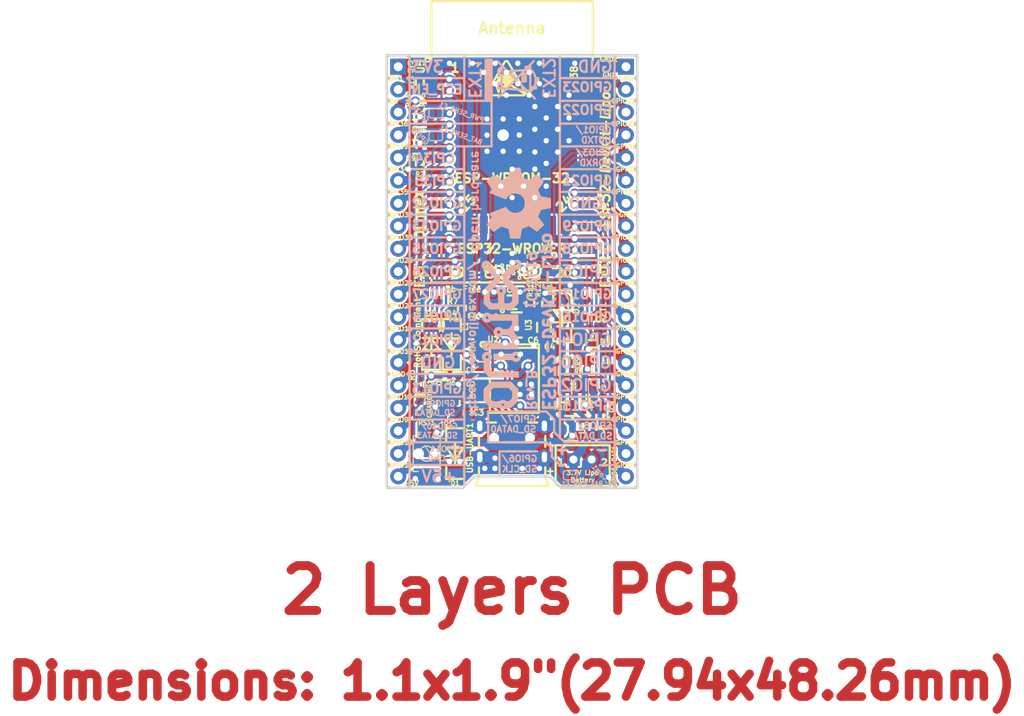
<source format=kicad_pcb>
(kicad_pcb (version 20190331) (host pcbnew "5.1.0-unknown-223e24f~94~ubuntu18.04.1")
  (title_block (title "ESP32-DevKit-Lipo") (date "2019-02-07") (rev "B") (company "OLIMEX Ltd.") (comment 1 "https://www.olimex.com"))
  (layers (0 "F.Cu" mixed) (31 "B.Cu" mixed) (34 "B.Paste" user hide) (35 "F.Paste" user hide) (36 "B.SilkS" user hide) (37 "F.SilkS" user) (38 "B.Mask" user hide) (39 "F.Mask" user hide) (44 "Edge.Cuts" user))
  (net 0 "")
  (net 1 "+5V")
  (net 2 "GND")
  (net 3 "Net-(C3-Pad1)")
  (net 4 "+3V3")
  (net 5 "/ESP_EN")
  (net 6 "Net-(Q2-Pad1)")
  (net 7 "Net-(CHARGING1-Pad1)")
  (net 8 "/+5V_USB")
  (net 9 "/D_Com")
  (net 10 "Net-(C2-Pad1)")
  (net 11 "Net-(C6-Pad1)")
  (net 12 "/GPIO13")
  (net 13 "/GPIO12")
  (net 14 "/GPIO27")
  (net 15 "/GPIO14")
  (net 16 "/GPIO26")
  (net 17 "/GPIO25")
  (net 18 "/GPIO32")
  (net 19 "/GPIO33")
  (net 20 "/GPI35")
  (net 21 "/GPI34")
  (net 22 "/GPIO22")
  (net 23 "/GPIO23")
  (net 24 "/GPIO21")
  (net 25 "/GPIO19")
  (net 26 "/GPIO18")
  (net 27 "/GPIO5")
  (net 28 "/GPIO16")
  (net 29 "/GPIO17")
  (net 30 "/GPIO4")
  (net 31 "/GPIO0")
  (net 32 "/GPIO15")
  (net 33 "/GPIO2")
  (net 34 "Net-(L1-Pad1)")
  (net 35 "Net-(Q2-Pad2)")
  (net 36 "Net-(Q3-Pad1)")
  (net 37 "Net-(Q3-Pad2)")
  (net 38 "Net-(Q3-Pad3)")
  (net 39 "Net-(R3-Pad2)")
  (net 40 "Net-(R4-Pad1)")
  (net 41 "Net-(R11-Pad1)")
  (net 42 "Net-(U2-Pad7)")
  (net 43 "Net-(U2-Pad6)")
  (net 44 "Net-(FID1-PadFid1)")
  (net 45 "Net-(FID2-PadFid1)")
  (net 46 "Net-(FID3-PadFid1)")
  (net 47 "Net-(U2-Pad17)")
  (net 48 "Net-(U2-Pad14)")
  (net 49 "Net-(U2-Pad13)")
  (net 50 "Net-(U2-Pad12)")
  (net 51 "Net-(U2-Pad11)")
  (net 52 "Net-(U5-Pad32)")
  (net 53 "Net-(USB-UART1-Pad4)")
  (net 54 "VBAT")
  (net 55 "Net-(BAT_SENS_E1-Pad1)")
  (net 56 "Net-(C5-Pad1)")
  (net 57 "/GPIO3\\U0RXD")
  (net 58 "Net-(D4-Pad1)")
  (net 59 "/GPIO1\\U0TXD")
  (net 60 "Net-(D5-Pad2)")
  (net 61 "/GPI39\\SENSOR_VN")
  (net 62 "/GPI36\\SENSOR_VP")
  (net 63 "/GPIO9\\SD_DATA2")
  (net 64 "/GPIO11\\SD_CMD")
  (net 65 "/GPIO10\\SD_DATA3")
  (net 66 "/GPIO6\\SD_CLK")
  (net 67 "/GPIO7\\SD_DATA0")
  (net 68 "/GPIO8\\SD_DATA1")
  (net 69 "Net-(PWR_SENS_E1-Pad1)")
  (net 70 "Net-(U2-Pad20)")
  (net 71 "Net-(BAT_PWR_E1-Pad1)")
  (net 72 "Net-(FID4-PadFid1)")
  (module "OLIMEX_Connectors-FP:LIPO_BAT_VERTICAL_DW02S" (layer "F.Cu") (at 151.384 119.761)
    (fp_text reference "BAT1" (at 3.556 -4.191 90) (layer "F.SilkS") (effects (font (size 0.508 0.508) (thickness 0.127))))
    (fp_text value "DW02S")
    (fp_text user "1" (at -2.413 -3.175) (layer "F.SilkS") (effects (font (size 0.762 0.762) (thickness 0.1905))))
    (fp_text user "2" (at 2.413 -3.175) (layer "F.SilkS") (effects (font (size 0.762 0.762) (thickness 0.1905))))
    (pad "2" thru_hole circle (at 1.00076 -3.53822) (size 1.4 1.4) (drill 0.9) (layers *.Cu *.Mask) (net 2 "GND"))
    (pad "1" thru_hole rect (at -1.0287 -3.53568) (size 1.4 1.4) (drill 0.9) (layers *.Cu *.Mask) (net 54 "VBAT"))
  )
  (module "OLIMEX_Jumpers-FP:SJ_1_SMALLER" (layer "B.Cu") (at 149.987 117.983)
    (fp_text reference "BAT_PWR_E1" (at 1.3335 0.9525) (layer "B.SilkS") (effects (font (size 0.508 0.508) (thickness 0.127)) (justify mirror)))
    (fp_text value "Opened" hide)
    (pad "2" smd rect (at 0.381 0) (size 0.508 0.762) (layers "B.Cu" "B.Mask") (net 54 "VBAT") (clearance 0.0508))
    (pad "1" smd rect (at -0.381 0) (size 0.508 0.762) (layers "B.Cu" "B.Mask") (net 71 "Net-(BAT_PWR_E1-Pad1)") (clearance 0.0508))
  )
  (module "OLIMEX_LEDs-FP:LED_0603_KA" (layer "F.Cu") (at 133.223 110.49 270)
    (fp_text reference "CHARGING1" (at -1.016 -1.0795 270) (layer "F.SilkS") (effects (font (size 0.508 0.508) (thickness 0.127))))
    (fp_text value "LED/YELLOW/0603")
    (pad "1" smd rect (at -0.762 0 90) (size 0.8 0.8) (layers "F.Cu" "F.Paste" "F.Mask") (net 7 "Net-(CHARGING1-Pad1)"))
    (pad "2" smd rect (at 0.762 0 90) (size 0.8 0.8) (layers "F.Cu" "F.Paste" "F.Mask") (net 1 "+5V"))
  )
  (module "OLIMEX_Other-FP:TESTPAD_40-ROUND" (layer "F.Cu") (at 154.305 72.39)
    (fp_text reference "GND1" (at 0 -0.8255 unlocked) (layer "F.SilkS") (effects (font (size 0.508 0.508) (thickness 0.127))))
    (fp_text value "TESTPAD" hide)
    (pad "1" smd circle (at 0 0) (size 1 1) (layers "F.Cu" "F.Mask") (net 2 "GND"))
  )
  (module "OLIMEX_Other-FP:TESTPAD_40-ROUND" (layer "B.Cu") (at 152.4 117.983)
    (fp_text reference "D_Com1" (at 1.2065 0 315 unlocked) (layer "B.SilkS") (effects (font (size 0.508 0.508) (thickness 0.127)) (justify mirror)))
    (fp_text value "TESTPAD" hide)
    (pad "1" smd circle (at 0 0) (size 1 1) (layers "B.Cu" "B.Mask") (net 9 "/D_Com"))
  )
  (module "OLIMEX_LOGOs-FP:LOGO_ANTISTATIC_SMALL_4.5mmX2.8mm" (layer "F.Cu") (at 142.875 73.66)
    (fp_text reference "Sign_Antistatic" hide)
    (fp_text value "Val**")
  )
  (module "OLIMEX_Crystal-FP:TSX-3.2x2.5mm_GND(3)" (layer "F.Cu") (at 136.398 109.939 270)
    (fp_text reference "Q1" (at 2.2655 0) (layer "F.SilkS") (effects (font (size 0.508 0.508) (thickness 0.127))))
    (fp_text value "Q12MHz/20pF/10ppm/4P/3.2x2.5mm")
    (fp_text user "o" (at -2.243 1.143 90) (layer "F.SilkS") (effects (font (size 0.8 0.8) (thickness 0.2))))
    (pad "3" smd rect (at -1.1 -0.8 270) (size 1.4 1.2) (layers "F.Cu" "F.Paste" "F.Mask") (net 2 "GND"))
    (pad "3" smd rect (at 1.1 0.8 270) (size 1.4 1.2) (layers "F.Cu" "F.Paste" "F.Mask") (net 2 "GND"))
    (pad "2" smd rect (at 1.1 -0.8 270) (size 1.4 1.2) (layers "F.Cu" "F.Paste" "F.Mask") (net 3 "Net-(C3-Pad1)"))
    (pad "1" smd rect (at -1.1 0.8 270) (size 1.4 1.2) (layers "F.Cu" "F.Paste" "F.Mask") (net 10 "Net-(C2-Pad1)"))
  )
  (module "OLIMEX_RLC-FP:C_0603_5MIL_DWS" (layer "F.Cu") (at 149.86 103.886)
    (fp_text reference "C4" (at -2.159 -0.254 180) (layer "F.SilkS") (effects (font (size 0.635 0.635) (thickness 0.15875))))
    (fp_text value "22uF/6.3V/20%/X5R/C0603")
    (pad "2" smd rect (at 0.889 0) (size 1.016 1.016) (layers "F.Cu" "F.Paste" "F.Mask") (net 2 "GND") (clearance 0.0508))
    (pad "1" smd rect (at -0.889 0) (size 1.016 1.016) (layers "F.Cu" "F.Paste" "F.Mask") (net 8 "/+5V_USB") (clearance 0.0508))
  )
  (module "OLIMEX_Connectors-FP:HN1x19" (layer "B.Cu") (at 130.81 93.98 270)
    (fp_text reference "EXT1" (at -20.32 -8.509 270 unlocked) (layer "B.SilkS") (effects (font (size 1.27 1.27) (thickness 0.254)) (justify mirror)))
    (fp_text value "HN1x19")
    (pad "4" thru_hole circle (at -13.97 0 270) (size 1.778 1.778) (drill 1) (layers *.Cu *.Mask) (net 61 "/GPI39\\SENSOR_VN"))
    (pad "3" thru_hole circle (at -16.51 0 270) (size 1.778 1.778) (drill 1) (layers *.Cu *.Mask) (net 62 "/GPI36\\SENSOR_VP"))
    (pad "2" thru_hole circle (at -19.05 0 270) (size 1.778 1.778) (drill 1) (layers *.Cu *.Mask) (net 5 "/ESP_EN"))
    (pad "1" thru_hole rect (at -21.59 0 270) (size 1.778 1.778) (drill 1) (layers *.Cu *.Mask) (net 4 "+3V3"))
    (pad "5" thru_hole circle (at -11.43 0 270) (size 1.778 1.778) (drill 1) (layers *.Cu *.Mask) (net 21 "/GPI34"))
    (pad "6" thru_hole circle (at -8.89 0 270) (size 1.778 1.778) (drill 1) (layers *.Cu *.Mask) (net 20 "/GPI35"))
    (pad "8" thru_hole circle (at -3.81 0 270) (size 1.778 1.778) (drill 1) (layers *.Cu *.Mask) (net 19 "/GPIO33"))
    (pad "7" thru_hole circle (at -6.35 0 270) (size 1.778 1.778) (drill 1) (layers *.Cu *.Mask) (net 18 "/GPIO32"))
    (pad "9" thru_hole circle (at -1.27 0 270) (size 1.778 1.778) (drill 1) (layers *.Cu *.Mask) (net 17 "/GPIO25"))
    (pad "10" thru_hole circle (at 1.27 0 270) (size 1.778 1.778) (drill 1) (layers *.Cu *.Mask) (net 16 "/GPIO26"))
    (pad "12" thru_hole circle (at 6.35 0 270) (size 1.778 1.778) (drill 1) (layers *.Cu *.Mask) (net 15 "/GPIO14"))
    (pad "11" thru_hole circle (at 3.81 0 270) (size 1.778 1.778) (drill 1) (layers *.Cu *.Mask) (net 14 "/GPIO27"))
    (pad "13" thru_hole circle (at 8.89 0 270) (size 1.778 1.778) (drill 1) (layers *.Cu *.Mask) (net 13 "/GPIO12"))
    (pad "14" thru_hole circle (at 11.43 0 270) (size 1.778 1.778) (drill 1) (layers *.Cu *.Mask) (net 2 "GND"))
    (pad "16" thru_hole circle (at 16.51 0 270) (size 1.778 1.778) (drill 1) (layers *.Cu *.Mask) (net 63 "/GPIO9\\SD_DATA2"))
    (pad "15" thru_hole circle (at 13.97 0 270) (size 1.778 1.778) (drill 1) (layers *.Cu *.Mask) (net 12 "/GPIO13"))
    (pad "19" thru_hole circle (at 24.13 0 270) (size 1.778 1.778) (drill 1) (layers *.Cu *.Mask) (net 1 "+5V"))
    (pad "18" thru_hole circle (at 21.59 0 270) (size 1.778 1.778) (drill 1) (layers *.Cu *.Mask) (net 64 "/GPIO11\\SD_CMD"))
    (pad "17" thru_hole circle (at 19.05 0 270) (size 1.778 1.778) (drill 1) (layers *.Cu *.Mask) (net 65 "/GPIO10\\SD_DATA3"))
  )
  (module "OLIMEX_Connectors-FP:HN1x19" (layer "B.Cu") (at 156.21 93.98 270)
    (fp_text reference "EXT2" (at -20.32 8.636 270 unlocked) (layer "B.SilkS") (effects (font (size 1.27 1.27) (thickness 0.254)) (justify mirror)))
    (fp_text value "HN1x19")
    (pad "4" thru_hole circle (at -13.97 0 270) (size 1.778 1.778) (drill 1) (layers *.Cu *.Mask) (net 59 "/GPIO1\\U0TXD"))
    (pad "3" thru_hole circle (at -16.51 0 270) (size 1.778 1.778) (drill 1) (layers *.Cu *.Mask) (net 22 "/GPIO22"))
    (pad "2" thru_hole circle (at -19.05 0 270) (size 1.778 1.778) (drill 1) (layers *.Cu *.Mask) (net 23 "/GPIO23"))
    (pad "1" thru_hole rect (at -21.59 0 270) (size 1.778 1.778) (drill 1) (layers *.Cu *.Mask) (net 2 "GND"))
    (pad "5" thru_hole circle (at -11.43 0 270) (size 1.778 1.778) (drill 1) (layers *.Cu *.Mask) (net 57 "/GPIO3\\U0RXD"))
    (pad "6" thru_hole circle (at -8.89 0 270) (size 1.778 1.778) (drill 1) (layers *.Cu *.Mask) (net 24 "/GPIO21"))
    (pad "8" thru_hole circle (at -3.81 0 270) (size 1.778 1.778) (drill 1) (layers *.Cu *.Mask) (net 25 "/GPIO19"))
    (pad "7" thru_hole circle (at -6.35 0 270) (size 1.778 1.778) (drill 1) (layers *.Cu *.Mask) (net 2 "GND"))
    (pad "9" thru_hole circle (at -1.27 0 270) (size 1.778 1.778) (drill 1) (layers *.Cu *.Mask) (net 26 "/GPIO18"))
    (pad "10" thru_hole circle (at 1.27 0 270) (size 1.778 1.778) (drill 1) (layers *.Cu *.Mask) (net 27 "/GPIO5"))
    (pad "12" thru_hole circle (at 6.35 0 270) (size 1.778 1.778) (drill 1) (layers *.Cu *.Mask) (net 28 "/GPIO16"))
    (pad "11" thru_hole circle (at 3.81 0 270) (size 1.778 1.778) (drill 1) (layers *.Cu *.Mask) (net 29 "/GPIO17"))
    (pad "13" thru_hole circle (at 8.89 0 270) (size 1.778 1.778) (drill 1) (layers *.Cu *.Mask) (net 30 "/GPIO4"))
    (pad "14" thru_hole circle (at 11.43 0 270) (size 1.778 1.778) (drill 1) (layers *.Cu *.Mask) (net 31 "/GPIO0"))
    (pad "16" thru_hole circle (at 16.51 0 270) (size 1.778 1.778) (drill 1) (layers *.Cu *.Mask) (net 32 "/GPIO15"))
    (pad "15" thru_hole circle (at 13.97 0 270) (size 1.778 1.778) (drill 1) (layers *.Cu *.Mask) (net 33 "/GPIO2"))
    (pad "19" thru_hole circle (at 24.13 0 270) (size 1.778 1.778) (drill 1) (layers *.Cu *.Mask) (net 66 "/GPIO6\\SD_CLK"))
    (pad "18" thru_hole circle (at 21.59 0 270) (size 1.778 1.778) (drill 1) (layers *.Cu *.Mask) (net 67 "/GPIO7\\SD_DATA0"))
    (pad "17" thru_hole circle (at 19.05 0 270) (size 1.778 1.778) (drill 1) (layers *.Cu *.Mask) (net 68 "/GPIO8\\SD_DATA1"))
  )
  (module "OLIMEX_Transistors-FP:SOT23" (layer "F.Cu") (at 152.273 101.473 180)
    (fp_text reference "FET1" (at -1.397 1.7145 270) (layer "F.SilkS") (effects (font (size 0.635 0.635) (thickness 0.15875))))
    (fp_text value "WPM2015-3/TR")
    (pad "1" smd rect (at 1.10744 0.94996 180) (size 1.4 1) (layers "F.Cu" "F.Paste" "F.Mask") (net 1 "+5V") (clearance 0.0508))
    (pad "2" smd rect (at 1.10744 -0.9525 180) (size 1.4 1) (layers "F.Cu" "F.Paste" "F.Mask") (net 11 "Net-(C6-Pad1)") (clearance 0.0508))
    (pad "3" smd rect (at -1.10236 0.00254 180) (size 1.4 1) (layers "F.Cu" "F.Paste" "F.Mask") (net 54 "VBAT") (clearance 0.0508))
  )
  (module "OLIMEX_Other-FP:Fiducial1x3" (layer "F.Cu") (at 151.765 98.425)
    (fp_text reference "FID1" hide)
    (fp_text value "Fiducial" hide)
    (pad "Fid1" connect circle (at 0 0) (size 1 1) (layers "F.Cu" "F.Mask") (net 44 "Net-(FID1-PadFid1)") (clearance 1.016))
  )
  (module "OLIMEX_Other-FP:Fiducial1x3" (layer "F.Cu") (at 135.255 98.425)
    (fp_text reference "FID2" hide)
    (fp_text value "Fiducial" hide)
    (pad "Fid1" connect circle (at 0 0) (size 1 1) (layers "F.Cu" "F.Mask") (net 45 "Net-(FID2-PadFid1)") (clearance 1.016))
  )
  (module "OLIMEX_Other-FP:Fiducial1x3" (layer "F.Cu") (at 148.59 73.025)
    (fp_text reference "FID3" hide)
    (fp_text value "Fiducial" hide)
    (pad "Fid1" connect circle (at 0 0) (size 1 1) (layers "F.Cu" "F.Mask") (net 46 "Net-(FID3-PadFid1)") (clearance 1.016))
  )
  (module "OLIMEX_RLC-FP:CD32" (layer "F.Cu") (at 140.208 100.203 90)
    (fp_text reference "L1" (at -1.143 -1.905 270) (layer "F.SilkS") (effects (font (size 0.5588 0.5588) (thickness 0.1397))))
    (fp_text value "2.2uH/1.5A/DCR=72mR/20%/3.00x3.00x1.50mm/CD32(NR3015T2R2M)")
    (pad "2" smd rect (at 1.2 0 270) (size 1.6 3) (layers "F.Cu" "F.Paste" "F.Mask") (net 4 "+3V3") (clearance 0.0508))
    (pad "1" smd rect (at -1.2 0 270) (size 1.6 3) (layers "F.Cu" "F.Paste" "F.Mask") (net 34 "Net-(L1-Pad1)") (clearance 0.0508))
  )
  (module "OLIMEX_Transistors-FP:SOT23" (layer "F.Cu") (at 150.368 109.22 90)
    (fp_text reference "Q2" (at 1.2065 0 270) (layer "F.SilkS") (effects (font (size 0.508 0.508) (thickness 0.127))))
    (fp_text value "BC817-40(SOT23)")
    (pad "1" smd rect (at 1.10744 0.94996 90) (size 1.4 1) (layers "F.Cu" "F.Paste" "F.Mask") (net 6 "Net-(Q2-Pad1)") (clearance 0.0508))
    (pad "2" smd rect (at 1.10744 -0.9525 90) (size 1.4 1) (layers "F.Cu" "F.Paste" "F.Mask") (net 35 "Net-(Q2-Pad2)") (clearance 0.0508))
    (pad "3" smd rect (at -1.10236 0.00254 90) (size 1.4 1) (layers "F.Cu" "F.Paste" "F.Mask") (net 5 "/ESP_EN") (clearance 0.0508))
  )
  (module "OLIMEX_Transistors-FP:SOT23" (layer "F.Cu") (at 153.543 109.22 90)
    (fp_text reference "Q3" (at -1.27 1.0795 90) (layer "F.SilkS") (effects (font (size 0.508 0.508) (thickness 0.127))))
    (fp_text value "BC817-40(SOT23)")
    (pad "1" smd rect (at 1.10744 0.94996 90) (size 1.4 1) (layers "F.Cu" "F.Paste" "F.Mask") (net 36 "Net-(Q3-Pad1)") (clearance 0.0508))
    (pad "2" smd rect (at 1.10744 -0.9525 90) (size 1.4 1) (layers "F.Cu" "F.Paste" "F.Mask") (net 37 "Net-(Q3-Pad2)") (clearance 0.0508))
    (pad "3" smd rect (at -1.10236 0.00254 90) (size 1.4 1) (layers "F.Cu" "F.Paste" "F.Mask") (net 38 "Net-(Q3-Pad3)") (clearance 0.0508))
  )
  (module "OLIMEX_IC-FP:SOT-23-5" (layer "F.Cu") (at 149.987 112.776 180)
    (fp_text reference "U1" (at -1.3335 0 90) (layer "F.SilkS") (effects (font (size 0.635 0.635) (thickness 0.15875))))
    (fp_text value "BL4054B-42TPRN(SOT23-5)")
    (pad "1" smd rect (at 1.3 0.95 180) (size 1.2 0.55) (layers "F.Cu" "F.Paste" "F.Mask") (net 39 "Net-(R3-Pad2)") (clearance 0.0508))
    (pad "2" smd rect (at 1.3 0 180) (size 1.2 0.55) (layers "F.Cu" "F.Paste" "F.Mask") (net 2 "GND") (clearance 0.0508))
    (pad "3" smd rect (at 1.3 -0.95 180) (size 1.2 0.55) (layers "F.Cu" "F.Paste" "F.Mask") (net 54 "VBAT") (clearance 0.0508))
    (pad "5" smd rect (at -1.3 0.95 180) (size 1.2 0.55) (layers "F.Cu" "F.Paste" "F.Mask") (net 40 "Net-(R4-Pad1)") (clearance 0.0508))
    (pad "4" smd rect (at -1.3 -0.95 180) (size 1.2 0.55) (layers "F.Cu" "F.Paste" "F.Mask") (net 1 "+5V") (clearance 0.0508))
  )
  (module "OLIMEX_IC-FP:SSOP-20W" (layer "F.Cu") (at 143.764 107.188 270)
    (fp_text reference "U2" (at -4.3815 2.3495) (layer "F.SilkS") (effects (font (size 0.635 0.635) (thickness 0.15875))))
    (fp_text value "CH340T(SSOP20W)")
    (fp_text user "o" (at -3.81 3.556 90) (layer "F.SilkS") (effects (font (size 1.016 1.016) (thickness 0.254))))
    (pad "1" smd rect (at -2.925 3.6195 270) (size 0.325 1.27) (layers "F.Cu" "F.Paste" "F.Mask"))
    (pad "2" smd rect (at -2.275 3.6195 270) (size 0.325 1.27) (layers "F.Cu" "F.Paste" "F.Mask"))
    (pad "3" smd rect (at -1.625 3.6195 270) (size 0.325 1.27) (layers "F.Cu" "F.Paste" "F.Mask") (net 58 "Net-(D4-Pad1)"))
    (pad "4" smd rect (at -0.975 3.6195 270) (size 0.325 1.27) (layers "F.Cu" "F.Paste" "F.Mask") (net 60 "Net-(D5-Pad2)"))
    (pad "5" smd rect (at -0.325 3.6195 270) (size 0.325 1.27) (layers "F.Cu" "F.Paste" "F.Mask") (net 56 "Net-(C5-Pad1)"))
    (pad "6" smd rect (at 0.325 3.6195 270) (size 0.325 1.27) (layers "F.Cu" "F.Paste" "F.Mask") (net 43 "Net-(U2-Pad6)"))
    (pad "7" smd rect (at 0.975 3.6195 270) (size 0.325 1.27) (layers "F.Cu" "F.Paste" "F.Mask") (net 42 "Net-(U2-Pad7)"))
    (pad "8" smd rect (at 1.625 3.6195 270) (size 0.325 1.27) (layers "F.Cu" "F.Paste" "F.Mask") (net 2 "GND"))
    (pad "9" smd rect (at 2.275 3.6195 270) (size 0.325 1.27) (layers "F.Cu" "F.Paste" "F.Mask") (net 10 "Net-(C2-Pad1)"))
    (pad "10" smd rect (at 2.925 3.6195 270) (size 0.325 1.27) (layers "F.Cu" "F.Paste" "F.Mask") (net 3 "Net-(C3-Pad1)"))
    (pad "11" smd rect (at 2.925 -3.6195 270) (size 0.325 1.27) (layers "F.Cu" "F.Paste" "F.Mask") (net 51 "Net-(U2-Pad11)"))
    (pad "12" smd rect (at 2.275 -3.6195 270) (size 0.325 1.27) (layers "F.Cu" "F.Paste" "F.Mask") (net 50 "Net-(U2-Pad12)"))
    (pad "13" smd rect (at 1.625 -3.6195 270) (size 0.325 1.27) (layers "F.Cu" "F.Paste" "F.Mask") (net 49 "Net-(U2-Pad13)"))
    (pad "14" smd rect (at 0.975 -3.6195 270) (size 0.325 1.27) (layers "F.Cu" "F.Paste" "F.Mask") (net 48 "Net-(U2-Pad14)"))
    (pad "15" smd rect (at 0.325 -3.6195 270) (size 0.325 1.27) (layers "F.Cu" "F.Paste" "F.Mask") (net 37 "Net-(Q3-Pad2)"))
    (pad "16" smd rect (at -0.325 -3.6195 270) (size 0.325 1.27) (layers "F.Cu" "F.Paste" "F.Mask") (net 35 "Net-(Q2-Pad2)"))
    (pad "17" smd rect (at -0.975 -3.6195 270) (size 0.325 1.27) (layers "F.Cu" "F.Paste" "F.Mask") (net 47 "Net-(U2-Pad17)"))
    (pad "18" smd rect (at -1.625 -3.6195 270) (size 0.325 1.27) (layers "F.Cu" "F.Paste" "F.Mask"))
    (pad "19" smd rect (at -2.275 -3.6195 270) (size 0.325 1.27) (layers "F.Cu" "F.Paste" "F.Mask") (net 8 "/+5V_USB"))
    (pad "20" smd rect (at -2.925 -3.6195 270) (size 0.325 1.27) (layers "F.Cu" "F.Paste" "F.Mask") (net 70 "Net-(U2-Pad20)"))
  )
  (module "OLIMEX_Regulators-FP:SOT-23-5" (layer "F.Cu") (at 144.018 101.219 180)
    (fp_text reference "U3" (at -1.3335 0 270) (layer "F.SilkS") (effects (font (size 0.635 0.635) (thickness 0.15875))))
    (fp_text value "SY8089AAAC(SOT23-5)")
    (pad "1" smd rect (at 1.3 0.95 180) (size 1.2 0.55) (layers "F.Cu" "F.Paste" "F.Mask") (net 11 "Net-(C6-Pad1)") (clearance 0.0508))
    (pad "2" smd rect (at 1.3 0 180) (size 1.2 0.55) (layers "F.Cu" "F.Paste" "F.Mask") (net 2 "GND") (clearance 0.0508))
    (pad "3" smd rect (at 1.3 -0.95 180) (size 1.2 0.55) (layers "F.Cu" "F.Paste" "F.Mask") (net 34 "Net-(L1-Pad1)") (clearance 0.0508))
    (pad "5" smd rect (at -1.3 0.95 180) (size 1.2 0.55) (layers "F.Cu" "F.Paste" "F.Mask") (net 41 "Net-(R11-Pad1)") (clearance 0.0508))
    (pad "4" smd rect (at -1.3 -0.95 180) (size 1.2 0.55) (layers "F.Cu" "F.Paste" "F.Mask") (net 11 "Net-(C6-Pad1)") (clearance 0.0508))
  )
  (module "OLIMEX_Diodes-FP:SOT23-3" (layer "F.Cu") (at 153.035 105.156)
    (fp_text reference "D3" (at 0.889 -2.032) (layer "F.SilkS") (effects (font (size 0.635 0.635) (thickness 0.15875))))
    (fp_text value "BAT54C(SOT23-3)")
    (pad "3" smd rect (at -1.1 0 90) (size 1 1.4) (layers "F.Cu" "F.Paste" "F.Mask") (net 9 "/D_Com"))
    (pad "2" smd rect (at 1.1 -0.95 90) (size 1 1.4) (layers "F.Cu" "F.Paste" "F.Mask") (net 31 "/GPIO0"))
    (pad "1" smd rect (at 1.1 0.95 90) (size 1 1.4) (layers "F.Cu" "F.Paste" "F.Mask") (net 33 "/GPIO2"))
  )
  (module "OLIMEX_Connectors-FP:USB-MICRO_MISB-SWMM-5B_LF" (layer "F.Cu") (at 143.51 115.697 270)
    (fp_text reference "USB-UART1" (at -0.762 4.699 90) (layer "F.SilkS") (effects (font (size 0.635 0.635) (thickness 0.15875))))
    (fp_text value "MISB-SWMM-5B-LF(USB_MICRO)")
    (pad "1" smd rect (at -3.15 1.3875) (size 0.5 1.65) (layers "F.Cu" "F.Paste" "F.Mask") (net 8 "/+5V_USB"))
    (pad "2" smd rect (at -3.15 0.65) (size 0.325 1.65) (layers "F.Cu" "F.Paste" "F.Mask") (net 42 "Net-(U2-Pad7)"))
    (pad "3" smd rect (at -3.15 0) (size 0.325 1.65) (layers "F.Cu" "F.Paste" "F.Mask") (net 43 "Net-(U2-Pad6)"))
    (pad "4" smd rect (at -3.15 -0.65) (size 0.325 1.65) (layers "F.Cu" "F.Paste" "F.Mask") (net 53 "Net-(USB-UART1-Pad4)"))
    (pad "5" smd rect (at -3.15 -1.3875) (size 0.5 1.65) (layers "F.Cu" "F.Paste" "F.Mask") (net 2 "GND"))
    (pad "" np_thru_hole circle (at -1.9 2) (size 0.6 0.6) (drill 0.6) (layers *.Cu *.Mask))
    (pad "" np_thru_hole circle (at -1.9 -2) (size 0.6 0.6) (drill 0.6) (layers *.Cu *.Mask))
    (pad "0" smd rect (at 1.4 1.5) (size 1.1 1) (layers "F.Cu" "F.Paste" "F.Mask") (net 2 "GND"))
    (pad "0" smd rect (at 1.4 -1.5) (size 1.1 1) (layers "F.Cu" "F.Paste" "F.Mask") (net 2 "GND"))
    (pad "0" thru_hole oval (at 0.25 3.6) (size 1.2 1.8) (drill oval 0.6 1.2) (layers *.Cu *.Mask) (net 2 "GND"))
    (pad "0" thru_hole oval (at -3.22 3.6) (size 1.2 1.8) (drill oval 0.6 1.2) (layers *.Cu *.Mask) (net 2 "GND"))
    (pad "0" thru_hole oval (at -3.22 -3.6) (size 1.2 1.8) (drill oval 0.6 1.2) (layers *.Cu *.Mask) (net 2 "GND"))
    (pad "0" thru_hole oval (at 0.25 -3.6) (size 1.2 1.8) (drill oval 0.6 1.2) (layers *.Cu *.Mask) (net 2 "GND"))
  )
  (module "OLIMEX_Buttons-FP:IT1185AU2_V2" (layer "F.Cu") (at 133.985 115.57 270)
    (fp_text reference "RST1" (at -3.429 0) (layer "F.SilkS") (effects (font (size 0.508 0.508) (thickness 0.127))))
    (fp_text value "IT-1185AU2-160G-G-TR")
    (pad "1" smd rect (at -2.177 0 270) (size 0.9 1.5) (layers "F.Cu" "F.Mask") (net 5 "/ESP_EN"))
    (pad "2" smd rect (at 2.177 0 270) (size 0.9 1.5) (layers "F.Cu" "F.Mask") (net 2 "GND"))
    (pad "" np_thru_hole circle (at 0 -0.9 270) (size 0.7 0.7) (drill 0.7) (layers *.Cu *.Mask))
    (pad "" np_thru_hole circle (at 0 0.9 270) (size 0.7 0.7) (drill 0.7) (layers *.Cu *.Mask))
  )
  (module "OLIMEX_LOGOs-FP:LOGO_OLIMEX_80" (layer "F.Cu") (at 143.51 95.25)
    (fp_text reference "Olimex_Logo_Small" hide)
    (fp_text value "" hide)
  )
  (module "OLIMEX_LOGOs-FP:LOGO_OPENHARDWARE_8x8" (layer "B.Cu") (at 143.764 87.63 90)
    (fp_text reference "Logo_OSHW" hide)
    (fp_text value "" hide)
    (fp_text user "open" (at -3.40106 -4.17576 270 unlocked) (layer "B.SilkS") (effects (font (size 1.1 1.1) (thickness 0.254)) (justify mirror)))
    (fp_text user "hardware" (at 2.51206 -4.2672 270 unlocked) (layer "B.SilkS") (effects (font (thickness 0.18)) (justify mirror)))
  )
  (module "OLIMEX_LOGOs-FP:LOGO_RECYCLEBIN_1" (layer "B.Cu") (at 140.462 76.2 90)
    (fp_text reference "Sign_RecycleBin" hide)
    (fp_text value "" hide)
  )
  (module "OLIMEX_LOGOs-FP:OLIMEX_LOGO_TB" (layer "B.Cu") (at 142.367 102.108 90)
    (fp_text reference "Olimex_Logo_Big" hide)
    (fp_text value "" hide)
  )
  (module "OLIMEX_Cases-FP:ESP32-WROVER_MODULE" (layer "F.Cu") (at 143.51 80.772)
    (fp_text reference "U5" (at -10.16 -8.382 90) (layer "F.SilkS") (effects (font (size 0.762 0.762) (thickness 0.1905))))
    (fp_text value "ESP32-WROOM-32D-4MB")
    (fp_text user "24" (at 5.842 6.858 225) (layer "F.SilkS") (effects (font (size 1.016 1.016) (thickness 0.254))))
    (fp_text user "15" (at -4.953 6.858 225) (layer "F.SilkS") (effects (font (size 1.016 1.016) (thickness 0.254))))
    (fp_text user "38" (at 6.9215 -7.747 90) (layer "F.SilkS") (effects (font (size 0.762 0.762) (thickness 0.1905))))
    (fp_text user "20" (at 5.715 14.605) (layer "F.SilkS") (effects (font (size 1.016 1.016) (thickness 0.254))))
    (fp_text user "19" (at -6.223 14.605) (layer "F.SilkS") (effects (font (size 1.016 1.016) (thickness 0.254))))
    (fp_text user "1" (at -6.35 -8.255) (layer "F.SilkS") (effects (font (size 1.016 1.016) (thickness 0.254))))
    (fp_text user "ESP32-WROVER" (at 0 11.938) (layer "F.SilkS") (effects (font (size 1.016 1.016) (thickness 0.254))))
    (fp_text user "ESP-WROOM-32" (at 0 4.064) (layer "F.SilkS") (effects (font (size 1.016 1.016) (thickness 0.254))))
    (fp_text user "Antenna" (at 0 -12.7) (layer "F.SilkS") (effects (font (size 1.27 1.27) (thickness 0.254))))
    (fp_text user "o" (at -9.525 -9.144 90) (layer "F.SilkS") (effects (font (size 0.762 0.762) (thickness 0.1905))))
    (pad "21" smd rect (at 8.5 13.33) (size 2 0.9) (layers "F.Cu" "F.Paste" "F.Mask") (net 67 "/GPIO7\\SD_DATA0"))
    (pad "22" smd rect (at 8.5 12.06) (size 2 0.9) (layers "F.Cu" "F.Paste" "F.Mask") (net 68 "/GPIO8\\SD_DATA1"))
    (pad "23" smd rect (at 8.5 10.79) (size 2 0.9) (layers "F.Cu" "F.Paste" "F.Mask") (net 32 "/GPIO15"))
    (pad "24" smd rect (at 8.5 9.52) (size 2 0.9) (layers "F.Cu" "F.Paste" "F.Mask") (net 33 "/GPIO2"))
    (pad "20" smd rect (at 8.5 14.6) (size 2 0.9) (layers "F.Cu" "F.Paste" "F.Mask") (net 66 "/GPIO6\\SD_CLK"))
    (pad "19" smd rect (at -8.5 14.6) (size 2 0.9) (layers "F.Cu" "F.Paste" "F.Mask") (net 64 "/GPIO11\\SD_CMD"))
    (pad "15" smd rect (at -8.5 9.52) (size 2 0.9) (layers "F.Cu" "F.Paste" "F.Mask") (net 2 "GND"))
    (pad "16" smd rect (at -8.5 10.79) (size 2 0.9) (layers "F.Cu" "F.Paste" "F.Mask") (net 12 "/GPIO13"))
    (pad "17" smd rect (at -8.5 12.06) (size 2 0.9) (layers "F.Cu" "F.Paste" "F.Mask") (net 63 "/GPIO9\\SD_DATA2"))
    (pad "18" smd rect (at -8.5 13.33) (size 2 0.9) (layers "F.Cu" "F.Paste" "F.Mask") (net 65 "/GPIO10\\SD_DATA3"))
    (pad "39" thru_hole circle (at 0.8 -0.75) (size 1.3 1.3) (drill 0.6) (layers *.Cu) (net 2 "GND"))
    (pad "39" thru_hole circle (at -2.8 -0.75) (size 1.3 1.3) (drill 0.6) (layers *.Cu) (net 2 "GND"))
    (pad "39" thru_hole circle (at -1 1.05) (size 1.3 1.3) (drill 0.6) (layers *.Cu) (net 2 "GND"))
    (pad "39" thru_hole circle (at -1 -2.55) (size 1.3 1.3) (drill 0.6) (layers *.Cu) (net 2 "GND"))
    (pad "39" thru_hole circle (at 0.8 -2.55) (size 1.3 1.3) (drill 0.6) (layers *.Cu) (net 2 "GND"))
    (pad "39" thru_hole circle (at -2.8 -2.55) (size 1.3 1.3) (drill 0.6) (layers *.Cu) (net 2 "GND"))
    (pad "39" thru_hole circle (at 0.8 1.05) (size 1.3 1.3) (drill 0.6) (layers *.Cu) (net 2 "GND"))
    (pad "1" smd rect (at -8.5 -8.26) (size 2 0.9) (layers "F.Cu" "F.Paste" "F.Mask") (net 2 "GND"))
    (pad "2" smd rect (at -8.5 -6.99) (size 2 0.9) (layers "F.Cu" "F.Paste" "F.Mask") (net 4 "+3V3"))
    (pad "3" smd rect (at -8.5 -5.72) (size 2 0.9) (layers "F.Cu" "F.Paste" "F.Mask") (net 5 "/ESP_EN"))
    (pad "4" smd rect (at -8.5 -4.45) (size 2 0.9) (layers "F.Cu" "F.Paste" "F.Mask") (net 62 "/GPI36\\SENSOR_VP"))
    (pad "5" smd rect (at -8.5 -3.18) (size 2 0.9) (layers "F.Cu" "F.Paste" "F.Mask") (net 61 "/GPI39\\SENSOR_VN"))
    (pad "6" smd rect (at -8.5 -1.91) (size 2 0.9) (layers "F.Cu" "F.Paste" "F.Mask") (net 21 "/GPI34"))
    (pad "7" smd rect (at -8.5 -0.64) (size 2 0.9) (layers "F.Cu" "F.Paste" "F.Mask") (net 20 "/GPI35"))
    (pad "8" smd rect (at -8.5 0.63) (size 2 0.9) (layers "F.Cu" "F.Paste" "F.Mask") (net 18 "/GPIO32"))
    (pad "9" smd rect (at -8.5 1.9) (size 2 0.9) (layers "F.Cu" "F.Paste" "F.Mask") (net 19 "/GPIO33"))
    (pad "10" smd rect (at -8.5 3.17) (size 2 0.9) (layers "F.Cu" "F.Paste" "F.Mask") (net 17 "/GPIO25"))
    (pad "11" smd rect (at -8.5 4.44) (size 2 0.9) (layers "F.Cu" "F.Paste" "F.Mask") (net 16 "/GPIO26"))
    (pad "12" smd rect (at -8.5 5.71) (size 2 0.9) (layers "F.Cu" "F.Paste" "F.Mask") (net 14 "/GPIO27"))
    (pad "13" smd rect (at -8.5 6.98) (size 2 0.9) (layers "F.Cu" "F.Paste" "F.Mask") (net 15 "/GPIO14"))
    (pad "14" smd rect (at -8.5 8.25) (size 2 0.9) (layers "F.Cu" "F.Paste" "F.Mask") (net 13 "/GPIO12"))
    (pad "15" smd rect (at -5.7 9.25) (size 0.9 2) (layers "F.Cu" "F.Paste" "F.Mask") (net 2 "GND"))
    (pad "16" smd rect (at -4.43 9.25) (size 0.9 2) (layers "F.Cu" "F.Paste" "F.Mask") (net 12 "/GPIO13"))
    (pad "17" smd rect (at -3.16 9.25) (size 0.9 2) (layers "F.Cu" "F.Paste" "F.Mask") (net 63 "/GPIO9\\SD_DATA2"))
    (pad "18" smd rect (at -1.89 9.25) (size 0.9 2) (layers "F.Cu" "F.Paste" "F.Mask") (net 65 "/GPIO10\\SD_DATA3"))
    (pad "19" smd rect (at -0.62 9.25) (size 0.9 2) (layers "F.Cu" "F.Paste" "F.Mask") (net 64 "/GPIO11\\SD_CMD"))
    (pad "20" smd rect (at 0.65 9.25) (size 0.9 2) (layers "F.Cu" "F.Paste" "F.Mask") (net 66 "/GPIO6\\SD_CLK"))
    (pad "21" smd rect (at 1.92 9.25) (size 0.9 2) (layers "F.Cu" "F.Paste" "F.Mask") (net 67 "/GPIO7\\SD_DATA0"))
    (pad "22" smd rect (at 3.19 9.25) (size 0.9 2) (layers "F.Cu" "F.Paste" "F.Mask") (net 68 "/GPIO8\\SD_DATA1"))
    (pad "23" smd rect (at 4.46 9.25) (size 0.9 2) (layers "F.Cu" "F.Paste" "F.Mask") (net 32 "/GPIO15"))
    (pad "24" smd rect (at 5.73 9.25) (size 0.9 2) (layers "F.Cu" "F.Paste" "F.Mask") (net 33 "/GPIO2"))
    (pad "25" smd rect (at 8.5 8.25) (size 2 0.9) (layers "F.Cu" "F.Paste" "F.Mask") (net 31 "/GPIO0"))
    (pad "26" smd rect (at 8.5 6.98) (size 2 0.9) (layers "F.Cu" "F.Paste" "F.Mask") (net 30 "/GPIO4"))
    (pad "27" smd rect (at 8.5 5.71) (size 2 0.9) (layers "F.Cu" "F.Paste" "F.Mask") (net 28 "/GPIO16"))
    (pad "28" smd rect (at 8.5 4.44) (size 2 0.9) (layers "F.Cu" "F.Paste" "F.Mask") (net 29 "/GPIO17"))
    (pad "29" smd rect (at 8.5 3.17) (size 2 0.9) (layers "F.Cu" "F.Paste" "F.Mask") (net 27 "/GPIO5"))
    (pad "30" smd rect (at 8.5 1.9) (size 2 0.9) (layers "F.Cu" "F.Paste" "F.Mask") (net 26 "/GPIO18"))
    (pad "31" smd rect (at 8.5 0.63) (size 2 0.9) (layers "F.Cu" "F.Paste" "F.Mask") (net 25 "/GPIO19"))
    (pad "32" smd rect (at 8.5 -0.64) (size 2 0.9) (layers "F.Cu" "F.Paste" "F.Mask") (net 52 "Net-(U5-Pad32)"))
    (pad "33" smd rect (at 8.5 -1.91) (size 2 0.9) (layers "F.Cu" "F.Paste" "F.Mask") (net 24 "/GPIO21"))
    (pad "34" smd rect (at 8.5 -3.18) (size 2 0.9) (layers "F.Cu" "F.Paste" "F.Mask") (net 57 "/GPIO3\\U0RXD"))
    (pad "35" smd rect (at 8.5 -4.45) (size 2 0.9) (layers "F.Cu" "F.Paste" "F.Mask") (net 59 "/GPIO1\\U0TXD"))
    (pad "36" smd rect (at 8.5 -5.72) (size 2 0.9) (layers "F.Cu" "F.Paste" "F.Mask") (net 22 "/GPIO22"))
    (pad "37" smd rect (at 8.5 -6.99) (size 2 0.9) (layers "F.Cu" "F.Paste" "F.Mask") (net 23 "/GPIO23"))
    (pad "38" smd rect (at 8.5 -8.26) (size 2 0.9) (layers "F.Cu" "F.Paste" "F.Mask") (net 2 "GND"))
    (pad "39" smd rect (at -1 -0.75) (size 5 5) (layers "F.Cu" "F.Mask") (net 2 "GND"))
    (pad "39" thru_hole circle (at -1 -0.75) (size 2 2) (drill 1.3) (layers *.Cu *.Mask) (net 2 "GND"))
    (pad "39" thru_hole circle (at -2.8 1.05) (size 1.3 1.3) (drill 0.6) (layers *.Cu) (net 2 "GND"))
  )
  (module "OLIMEX_Jumpers-FP:SJ_1_SMALLER" (layer "B.Cu") (at 135.001 80.137)
    (fp_text reference "BAT_SENS_E1" (at 2.794 -0.127 340) (layer "B.SilkS") (effects (font (size 0.508 0.508) (thickness 0.127)) (justify mirror)))
    (fp_text value "Opened" hide)
    (pad "2" smd rect (at 0.381 0) (size 0.508 0.762) (layers "B.Cu" "B.Mask") (net 20 "/GPI35") (clearance 0.0508))
    (pad "1" smd rect (at -0.381 0) (size 0.508 0.762) (layers "B.Cu" "B.Mask") (net 55 "Net-(BAT_SENS_E1-Pad1)") (clearance 0.0508))
  )
  (module "OLIMEX_Diodes-FP:SOD-123_1C-2A_KA" (layer "F.Cu") (at 137.16 115.57 90)
    (fp_text reference "D1" (at -3.302 0 180) (layer "F.SilkS") (effects (font (size 0.508 0.508) (thickness 0.127))))
    (fp_text value "1N5819S4/SOD123")
    (pad "2" smd rect (at 1.9 0 90) (size 1 1.4) (layers "F.Cu" "F.Paste" "F.Mask") (net 8 "/+5V_USB") (clearance 0.0508))
    (pad "1" smd rect (at -1.9 0 90) (size 1 1.4) (layers "F.Cu" "F.Paste" "F.Mask") (net 1 "+5V") (clearance 0.0508))
  )
  (module "OLIMEX_Diodes-FP:SOD-123_1C-2A_KA" (layer "F.Cu") (at 149.098 100.203 90)
    (fp_text reference "D2" (at 0.8255 1.5875 90) (layer "F.SilkS") (effects (font (size 0.635 0.635) (thickness 0.15875))))
    (fp_text value "1N5819S4/SOD123")
    (pad "2" smd rect (at 1.9 0 90) (size 1 1.4) (layers "F.Cu" "F.Paste" "F.Mask") (net 1 "+5V") (clearance 0.0508))
    (pad "1" smd rect (at -1.9 0 90) (size 1 1.4) (layers "F.Cu" "F.Paste" "F.Mask") (net 11 "Net-(C6-Pad1)") (clearance 0.0508))
  )
  (module "OLIMEX_Diodes-FP:SOD-123_1C-2A_KA" (layer "F.Cu") (at 136.779 103.378 90)
    (fp_text reference "D4" (at 3.429 0 180) (layer "F.SilkS") (effects (font (size 0.635 0.635) (thickness 0.15875))))
    (fp_text value "1N5819S4/SOD123")
    (pad "2" smd rect (at 1.9 0 90) (size 1 1.4) (layers "F.Cu" "F.Paste" "F.Mask") (net 57 "/GPIO3\\U0RXD") (clearance 0.0508))
    (pad "1" smd rect (at -1.9 0 90) (size 1 1.4) (layers "F.Cu" "F.Paste" "F.Mask") (net 58 "Net-(D4-Pad1)") (clearance 0.0508))
  )
  (module "OLIMEX_Diodes-FP:SOD-123_1C-2A_KA" (layer "F.Cu") (at 134.493 103.378 270)
    (fp_text reference "D5" (at -3.429 0) (layer "F.SilkS") (effects (font (size 0.635 0.635) (thickness 0.15875))))
    (fp_text value "1N5819S4/SOD123")
    (pad "2" smd rect (at 1.9 0 270) (size 1 1.4) (layers "F.Cu" "F.Paste" "F.Mask") (net 60 "Net-(D5-Pad2)") (clearance 0.0508))
    (pad "1" smd rect (at -1.9 0 270) (size 1 1.4) (layers "F.Cu" "F.Paste" "F.Mask") (net 59 "/GPIO1\\U0TXD") (clearance 0.0508))
  )
  (module "OLIMEX_Jumpers-FP:SJ_1_SMALLER" (layer "B.Cu") (at 135.001 77.597)
    (fp_text reference "PWR_SENS_E1" (at 2.8575 -0.127 340) (layer "B.SilkS") (effects (font (size 0.508 0.508) (thickness 0.127)) (justify mirror)))
    (fp_text value "Opened" hide)
    (pad "2" smd rect (at 0.381 0) (size 0.508 0.762) (layers "B.Cu" "B.Mask") (net 61 "/GPI39\\SENSOR_VN") (clearance 0.0508))
    (pad "1" smd rect (at -0.381 0) (size 0.508 0.762) (layers "B.Cu" "B.Mask") (net 69 "Net-(PWR_SENS_E1-Pad1)") (clearance 0.0508))
  )
  (module "OLIMEX_RLC-FP:C_0603_5MIL_DWS" (layer "F.Cu") (at 153.6065 113.538)
    (fp_text reference "C1" (at 1.0795 -0.9525) (layer "F.SilkS") (effects (font (size 0.508 0.508) (thickness 0.127))))
    (fp_text value "22uF/6.3V/20%/X5R/C0603")
    (pad "2" smd rect (at 0.889 0) (size 1.016 1.016) (layers "F.Cu" "F.Paste" "F.Mask") (net 2 "GND") (clearance 0.0508))
    (pad "1" smd rect (at -0.889 0) (size 1.016 1.016) (layers "F.Cu" "F.Paste" "F.Mask") (net 1 "+5V") (clearance 0.0508))
  )
  (module "OLIMEX_RLC-FP:C_0603_5MIL_DWS" (layer "F.Cu") (at 147.066 101.473 90)
    (fp_text reference "C6" (at -1.4605 -1.2065 180) (layer "F.SilkS") (effects (font (size 0.635 0.635) (thickness 0.15875))))
    (fp_text value "22uF/6.3V/20%/X5R/C0603")
    (pad "2" smd rect (at 0.889 0 90) (size 1.016 1.016) (layers "F.Cu" "F.Paste" "F.Mask") (net 2 "GND") (clearance 0.0508))
    (pad "1" smd rect (at -0.889 0 90) (size 1.016 1.016) (layers "F.Cu" "F.Paste" "F.Mask") (net 11 "Net-(C6-Pad1)") (clearance 0.0508))
  )
  (module "OLIMEX_RLC-FP:C_0603_5MIL_DWS" (layer "F.Cu") (at 143.51 98.679)
    (fp_text reference "C7" (at 0 -1.397 180) (layer "F.SilkS") (effects (font (size 0.635 0.635) (thickness 0.15875))))
    (fp_text value "22uF/6.3V/20%/X5R/C0603")
    (pad "2" smd rect (at 0.889 0) (size 1.016 1.016) (layers "F.Cu" "F.Paste" "F.Mask") (net 2 "GND") (clearance 0.0508))
    (pad "1" smd rect (at -0.889 0) (size 1.016 1.016) (layers "F.Cu" "F.Paste" "F.Mask") (net 4 "+3V3") (clearance 0.0508))
  )
  (module "OLIMEX_RLC-FP:R_0402_5MIL_DWS" (layer "F.Cu") (at 147.32 98.8695 90)
    (fp_text reference "R1" (at 1.778 0.381 270) (layer "F.SilkS") (effects (font (size 0.508 0.508) (thickness 0.127))))
    (fp_text value "10k/R0402")
    (pad "2" smd rect (at 0.508 0 90) (size 0.5 0.55) (layers "F.Cu" "F.Paste" "F.Mask") (net 2 "GND"))
    (pad "1" smd rect (at -0.508 0 270) (size 0.5 0.55) (layers "F.Cu" "F.Paste" "F.Mask") (net 1 "+5V"))
  )
  (module "OLIMEX_RLC-FP:R_0402_5MIL_DWS" (layer "F.Cu") (at 133.223 83.185 90)
    (fp_text reference "R2" (at -1.2065 0 180) (layer "F.SilkS") (effects (font (size 0.508 0.508) (thickness 0.127))))
    (fp_text value "470k/R0402")
    (pad "2" smd rect (at 0.508 0 90) (size 0.5 0.55) (layers "F.Cu" "F.Paste" "F.Mask") (net 55 "Net-(BAT_SENS_E1-Pad1)"))
    (pad "1" smd rect (at -0.508 0 270) (size 0.5 0.55) (layers "F.Cu" "F.Paste" "F.Mask") (net 71 "Net-(BAT_PWR_E1-Pad1)"))
  )
  (module "OLIMEX_RLC-FP:R_0402_5MIL_DWS" (layer "F.Cu") (at 133.223 107.823 90)
    (fp_text reference "R3" (at 1.016 -0.889 90) (layer "F.SilkS") (effects (font (size 0.635 0.635) (thickness 0.15875))))
    (fp_text value "2.2k/R0402")
    (pad "2" smd rect (at 0.508 0 90) (size 0.5 0.55) (layers "F.Cu" "F.Paste" "F.Mask") (net 39 "Net-(R3-Pad2)"))
    (pad "1" smd rect (at -0.508 0 270) (size 0.5 0.55) (layers "F.Cu" "F.Paste" "F.Mask") (net 7 "Net-(CHARGING1-Pad1)"))
  )
  (module "OLIMEX_RLC-FP:R_0402_5MIL_DWS" (layer "F.Cu") (at 153.162 112.141)
    (fp_text reference "R4" (at 0.8255 -0.6985) (layer "F.SilkS") (effects (font (size 0.508 0.508) (thickness 0.127))))
    (fp_text value "2.2k/R0402")
    (pad "2" smd rect (at 0.508 0) (size 0.5 0.55) (layers "F.Cu" "F.Paste" "F.Mask") (net 2 "GND"))
    (pad "1" smd rect (at -0.508 0 180) (size 0.5 0.55) (layers "F.Cu" "F.Paste" "F.Mask") (net 40 "Net-(R4-Pad1)"))
  )
  (module "OLIMEX_RLC-FP:R_0402_5MIL_DWS" (layer "F.Cu") (at 132.715 80.137001 180)
    (fp_text reference "R5" (at -0.762 0.660401 180) (layer "F.SilkS") (effects (font (size 0.508 0.508) (thickness 0.127))))
    (fp_text value "470k/R0402")
    (pad "2" smd rect (at 0.508 0 180) (size 0.5 0.55) (layers "F.Cu" "F.Paste" "F.Mask") (net 2 "GND"))
    (pad "1" smd rect (at -0.508 0) (size 0.5 0.55) (layers "F.Cu" "F.Paste" "F.Mask") (net 55 "Net-(BAT_SENS_E1-Pad1)"))
  )
  (module "OLIMEX_RLC-FP:R_0402_5MIL_DWS" (layer "F.Cu") (at 136.017 106.934)
    (fp_text reference "R6" (at 0.6985 0.762) (layer "F.SilkS") (effects (font (size 0.508 0.508) (thickness 0.127))))
    (fp_text value "10k/R0402")
    (pad "2" smd rect (at 0.508 0) (size 0.5 0.55) (layers "F.Cu" "F.Paste" "F.Mask") (net 60 "Net-(D5-Pad2)"))
    (pad "1" smd rect (at -0.508 0 180) (size 0.5 0.55) (layers "F.Cu" "F.Paste" "F.Mask") (net 8 "/+5V_USB"))
  )
  (module "OLIMEX_RLC-FP:R_0402_5MIL_DWS" (layer "F.Cu") (at 137.922 99.314 90)
    (fp_text reference "R7" (at 0.762 -1.016 180) (layer "F.SilkS") (effects (font (size 0.635 0.635) (thickness 0.15875))))
    (fp_text value "NA/R0402")
    (pad "2" smd rect (at 0.508 0 90) (size 0.5 0.55) (layers "F.Cu" "F.Paste" "F.Mask") (net 4 "+3V3"))
    (pad "1" smd rect (at -0.508 0 270) (size 0.5 0.55) (layers "F.Cu" "F.Paste" "F.Mask") (net 57 "/GPIO3\\U0RXD"))
  )
  (module "OLIMEX_RLC-FP:R_0402_5MIL_DWS" (layer "F.Cu") (at 149.606 106.299)
    (fp_text reference "R8" (at 1.3335 0.127) (layer "F.SilkS") (effects (font (size 0.508 0.508) (thickness 0.127))))
    (fp_text value "2.2k/R0402")
    (pad "2" smd rect (at 0.508 0) (size 0.5 0.55) (layers "F.Cu" "F.Paste" "F.Mask") (net 6 "Net-(Q2-Pad1)"))
    (pad "1" smd rect (at -0.508 0 180) (size 0.5 0.55) (layers "F.Cu" "F.Paste" "F.Mask") (net 37 "Net-(Q3-Pad2)"))
  )
  (module "OLIMEX_RLC-FP:R_0402_5MIL_DWS" (layer "F.Cu") (at 149.606 105.41)
    (fp_text reference "R9" (at 1.2065 -0.127 90) (layer "F.SilkS") (effects (font (size 0.508 0.508) (thickness 0.127))))
    (fp_text value "2.2k/R0402")
    (pad "2" smd rect (at 0.508 0) (size 0.5 0.55) (layers "F.Cu" "F.Paste" "F.Mask") (net 36 "Net-(Q3-Pad1)"))
    (pad "1" smd rect (at -0.508 0 180) (size 0.5 0.55) (layers "F.Cu" "F.Paste" "F.Mask") (net 35 "Net-(Q2-Pad2)"))
  )
  (module "OLIMEX_RLC-FP:R_0402_5MIL_DWS" (layer "F.Cu") (at 152.019 110.871 180)
    (fp_text reference "R10" (at 3.048 0.4445 180) (layer "F.SilkS") (effects (font (size 0.508 0.508) (thickness 0.127))))
    (fp_text value "220R/R0402")
    (pad "2" smd rect (at 0.508 0 180) (size 0.5 0.55) (layers "F.Cu" "F.Paste" "F.Mask") (net 9 "/D_Com"))
    (pad "1" smd rect (at -0.508 0) (size 0.5 0.55) (layers "F.Cu" "F.Paste" "F.Mask") (net 38 "Net-(Q3-Pad3)"))
  )
  (module "OLIMEX_RLC-FP:R_0402_5MIL_DWS" (layer "F.Cu") (at 145.542 98.8695 90)
    (fp_text reference "R11" (at 1.524 0 90) (layer "F.SilkS") (effects (font (size 0.508 0.508) (thickness 0.127))))
    (fp_text value "220k/R0402")
    (pad "2" smd rect (at 0.508 0 90) (size 0.5 0.55) (layers "F.Cu" "F.Paste" "F.Mask") (net 4 "+3V3"))
    (pad "1" smd rect (at -0.508 0 270) (size 0.5 0.55) (layers "F.Cu" "F.Paste" "F.Mask") (net 41 "Net-(R11-Pad1)"))
  )
  (module "OLIMEX_RLC-FP:R_0402_5MIL_DWS" (layer "F.Cu") (at 146.431 98.8695 90)
    (fp_text reference "R12" (at 1.524 0 90) (layer "F.SilkS") (effects (font (size 0.508 0.508) (thickness 0.127))))
    (fp_text value "49.9k/1%/R0402")
    (pad "2" smd rect (at 0.508 0 90) (size 0.5 0.55) (layers "F.Cu" "F.Paste" "F.Mask") (net 2 "GND"))
    (pad "1" smd rect (at -0.508 0 270) (size 0.5 0.55) (layers "F.Cu" "F.Paste" "F.Mask") (net 41 "Net-(R11-Pad1)"))
  )
  (module "OLIMEX_RLC-FP:R_0402_5MIL_DWS" (layer "F.Cu") (at 133.223 74.168 270)
    (fp_text reference "R13" (at 0 0.889 270) (layer "F.SilkS") (effects (font (size 0.508 0.508) (thickness 0.127))))
    (fp_text value "470k/R0402")
    (pad "2" smd rect (at 0.508 0 270) (size 0.5 0.55) (layers "F.Cu" "F.Paste" "F.Mask") (net 5 "/ESP_EN"))
    (pad "1" smd rect (at -0.508 0 90) (size 0.5 0.55) (layers "F.Cu" "F.Paste" "F.Mask") (net 4 "+3V3"))
  )
  (module "OLIMEX_RLC-FP:R_0402_5MIL_DWS" (layer "F.Cu") (at 132.715 77.216)
    (fp_text reference "R15" (at -0.762 -1.0795 90) (layer "F.SilkS") (effects (font (size 0.508 0.508) (thickness 0.127))))
    (fp_text value "220k/R0402")
    (pad "2" smd rect (at 0.508 0) (size 0.5 0.55) (layers "F.Cu" "F.Paste" "F.Mask") (net 69 "Net-(PWR_SENS_E1-Pad1)"))
    (pad "1" smd rect (at -0.508 0 180) (size 0.5 0.55) (layers "F.Cu" "F.Paste" "F.Mask") (net 1 "+5V"))
  )
  (module "OLIMEX_RLC-FP:R_0402_5MIL_DWS" (layer "F.Cu") (at 132.715 78.74 180)
    (fp_text reference "R16" (at -0.8255 2.6035 270) (layer "F.SilkS") (effects (font (size 0.508 0.508) (thickness 0.127))))
    (fp_text value "470k/R0402")
    (pad "2" smd rect (at 0.508 0 180) (size 0.5 0.55) (layers "F.Cu" "F.Paste" "F.Mask") (net 2 "GND"))
    (pad "1" smd rect (at -0.508 0) (size 0.5 0.55) (layers "F.Cu" "F.Paste" "F.Mask") (net 69 "Net-(PWR_SENS_E1-Pad1)"))
  )
  (module "OLIMEX_RLC-FP:R_0402_5MIL_DWS" (layer "F.Cu") (at 138.938 103.251 180)
    (fp_text reference "R17" (at -0.127 -1.3335 270) (layer "F.SilkS") (effects (font (size 0.508 0.508) (thickness 0.127))))
    (fp_text value "10k/R0402")
    (pad "2" smd rect (at 0.508 0 180) (size 0.5 0.55) (layers "F.Cu" "F.Paste" "F.Mask") (net 57 "/GPIO3\\U0RXD"))
    (pad "1" smd rect (at -0.508 0) (size 0.5 0.55) (layers "F.Cu" "F.Paste" "F.Mask") (net 56 "Net-(C5-Pad1)"))
  )
  (module "OLIMEX_RLC-FP:C_0402_5MIL_DWS" (layer "F.Cu") (at 138.557 108.966 90)
    (fp_text reference "C2" (at 1.143 0.3175 180) (layer "F.SilkS") (effects (font (size 0.508 0.508) (thickness 0.127))))
    (fp_text value "27pF/50V/5%/C0G/C0402")
    (pad "2" smd rect (at 0.508 0 90) (size 0.5 0.55) (layers "F.Cu" "F.Paste" "F.Mask") (net 2 "GND"))
    (pad "1" smd rect (at -0.508 0 270) (size 0.5 0.55) (layers "F.Cu" "F.Paste" "F.Mask") (net 10 "Net-(C2-Pad1)"))
  )
  (module "OLIMEX_RLC-FP:C_0402_5MIL_DWS" (layer "F.Cu") (at 138.557 110.998 270)
    (fp_text reference "C3" (at 0 -1.2065) (layer "F.SilkS") (effects (font (size 0.635 0.635) (thickness 0.15875))))
    (fp_text value "27pF/50V/5%/C0G/C0402")
    (pad "2" smd rect (at 0.508 0 270) (size 0.5 0.55) (layers "F.Cu" "F.Paste" "F.Mask") (net 2 "GND"))
    (pad "1" smd rect (at -0.508 0 90) (size 0.5 0.55) (layers "F.Cu" "F.Paste" "F.Mask") (net 3 "Net-(C3-Pad1)"))
  )
  (module "OLIMEX_RLC-FP:C_0402_5MIL_DWS" (layer "F.Cu") (at 138.049 106.934 180)
    (fp_text reference "C5" (at -0.8255 0.6985 180) (layer "F.SilkS") (effects (font (size 0.508 0.508) (thickness 0.127))))
    (fp_text value "100nF/10V/10%/X7R/C0402")
    (pad "2" smd rect (at 0.508 0 180) (size 0.5 0.55) (layers "F.Cu" "F.Paste" "F.Mask") (net 2 "GND"))
    (pad "1" smd rect (at -0.508 0) (size 0.5 0.55) (layers "F.Cu" "F.Paste" "F.Mask") (net 56 "Net-(C5-Pad1)"))
  )
  (module "OLIMEX_RLC-FP:C_0402_5MIL_DWS" (layer "F.Cu") (at 132.714999 81.661)
    (fp_text reference "C9" (at -0.444499 0.9525) (layer "F.SilkS") (effects (font (size 0.508 0.508) (thickness 0.127))))
    (fp_text value "100nF/10V/10%/X7R/C0402")
    (pad "2" smd rect (at 0.508 0) (size 0.5 0.55) (layers "F.Cu" "F.Paste" "F.Mask") (net 55 "Net-(BAT_SENS_E1-Pad1)"))
    (pad "1" smd rect (at -0.508 0 180) (size 0.5 0.55) (layers "F.Cu" "F.Paste" "F.Mask") (net 2 "GND"))
  )
  (module "OLIMEX_Other-FP:Fiducial1x3" (layer "F.Cu") (at 144.145 115.062)
    (fp_text reference "FID4" hide)
    (fp_text value "Fiducial" hide)
    (pad "Fid1" connect circle (at 0 0) (size 1 1) (layers "F.Cu" "F.Mask") (net 72 "Net-(FID4-PadFid1)") (clearance 1.016))
  )
  (gr_text "+" (at 147.7645 117.475) (layer "F.SilkS") (effects (font (size 0.762 0.762) (thickness 0.1905))))
  (gr_line (start 133.731 76.962) (end 133.858 77.216) (layer "F.SilkS") (width 0.15))
  (gr_line (start 133.731 76.962) (end 133.604 77.216) (layer "F.SilkS") (width 0.15))
  (gr_line (start 133.731 78.5495) (end 133.604 78.6765) (layer "F.SilkS") (width 0.15))
  (gr_line (start 133.731 78.359) (end 133.731 78.5495) (layer "F.SilkS") (width 0.15))
  (gr_line (start 133.731 76.962) (end 133.731 78.359) (layer "F.SilkS") (width 0.15))
  (gr_line (start 148.209 113.157) (end 148.844 113.792) (layer "B.SilkS") (width 0.254))
  (gr_line (start 148.209 111.76) (end 148.209 113.157) (layer "B.SilkS") (width 0.254))
  (gr_text "-" (at 153.543 115.062) (layer "B.SilkS") (effects (font (size 1.27 1.27) (thickness 0.254)) (justify mirror)))
  (gr_text "+" (at 149.098 115.062) (layer "B.SilkS") (effects (font (size 1.27 1.27) (thickness 0.254)) (justify mirror)))
  (gr_line (start 138.176 76.2) (end 138.176 71.12) (layer "B.SilkS") (width 0.254))
  (gr_line (start 141.224 81.28) (end 141.224 76.2) (layer "B.SilkS") (width 0.254))
  (gr_line (start 148.844 116.84) (end 149.225 116.84) (layer "B.SilkS") (width 0.254))
  (gr_line (start 149.345618 114.293618) (end 148.844 113.792) (layer "B.SilkS") (width 0.254))
  (gr_line (start 148.844 111.76) (end 148.844 113.792) (layer "B.SilkS") (width 0.254))
  (gr_text "+" (at 149.0345 115.189) (layer "F.SilkS") (effects (font (size 0.762 0.762) (thickness 0.1905))))
  (gr_text "-" (at 153.6065 115.189) (layer "F.SilkS") (effects (font (size 0.762 0.762) (thickness 0.1905))))
  (gr_circle (center 148.6535 111.1885) (end 148.844 111.1885) (layer "F.SilkS") (width 0.2032))
  (gr_circle (center 142.4305 99.6315) (end 142.621 99.6315) (layer "F.SilkS") (width 0.2032))
  (gr_line (start 147.955 114.935) (end 147.955 115.951) (layer "B.SilkS") (width 0.254))
  (gr_line (start 138.176 119.253) (end 138.049 119.38) (layer "B.SilkS") (width 0.254))
  (gr_line (start 131.826 119.38) (end 138.049 119.38) (layer "B.SilkS") (width 0.254))
  (gr_line (start 131.826 71.12) (end 138.176 71.12) (layer "B.SilkS") (width 0.254))
  (gr_line (start 148.844 71.12) (end 155.194 71.12) (layer "B.SilkS") (width 0.254))
  (gr_line (start 148.971 119.38) (end 155.321 119.38) (layer "B.SilkS") (width 0.254))
  (gr_line (start 142.113 115.316) (end 146.304 115.316) (layer "B.SilkS") (width 0.254))
  (gr_line (start 147.701 118.11) (end 148.971 119.38) (layer "B.SilkS") (width 0.254))
  (gr_line (start 148.971 119.38) (end 157.48 119.38) (layer "Edge.Cuts") (width 0.254))
  (gr_line (start 147.701 118.11) (end 148.971 119.38) (layer "Edge.Cuts") (width 0.254))
  (gr_line (start 139.319 118.11) (end 147.701 118.11) (layer "Edge.Cuts") (width 0.254))
  (gr_line (start 138.049 119.38) (end 139.319 118.11) (layer "Edge.Cuts") (width 0.254))
  (gr_text "3.7V Lipo\nBattery" (at 151.384 118.11) (layer "F.SilkS") (effects (font (size 0.508 0.508) (thickness 0.127))))
  (gr_text "RoHS Compliant" (at 132.969 102.108 90) (layer "F.SilkS") (effects (font (size 0.635 0.635) (thickness 0.15875))))
  (gr_text "Pb-Free" (at 138.049 97.2185) (layer "F.SilkS") (effects (font (size 0.635 0.635) (thickness 0.15875))))
  (gr_text "Rev_B         (C)2019" (at 145.669 101.854 270) (layer "B.SilkS") (effects (font (size 1.016 1.016) (thickness 0.254)) (justify mirror)))
  (gr_text "https://www.olimex.com/" (at 139.192 102.743 270) (layer "B.SilkS") (effects (font (size 0.889 0.889) (thickness 0.22225)) (justify mirror)))
  (gr_line (start 140.843 114.3) (end 147.326382 114.3) (layer "B.SilkS") (width 0.254))
  (gr_line (start 140.843 110.871) (end 140.843 114.3) (layer "B.SilkS") (width 0.254))
  (gr_line (start 147.32 110.871) (end 140.843 110.871) (layer "B.SilkS") (width 0.254))
  (gr_line (start 148.209 111.76) (end 147.32 110.871) (layer "B.SilkS") (width 0.254))
  (gr_line (start 147.955 114.935) (end 147.326382 114.306382) (layer "B.SilkS") (width 0.254))
  (gr_text "GPIO8/\nSD_DATA1" (at 154.813 113.03) (layer "B.SilkS") (effects (font (size 0.7112 0.7112) (thickness 0.1778)) (justify left mirror)))
  (gr_line (start 142.113 115.316) (end 142.113 118.11) (layer "B.SilkS") (width 0.254))
  (gr_line (start 147.701 118.11) (end 142.113 118.11) (layer "B.SilkS") (width 0.254))
  (gr_line (start 148.844 116.84) (end 147.955 115.951) (layer "B.SilkS") (width 0.254))
  (gr_text "GPIO6/\nSD_CLK" (at 146.431 116.713) (layer "B.SilkS") (effects (font (size 0.7112 0.7112) (thickness 0.1778)) (justify left mirror)))
  (gr_text "GPIO7/\nSD_DATA0" (at 146.304 112.268) (layer "B.SilkS") (effects (font (size 0.7112 0.7112) (thickness 0.1778)) (justify left mirror)))
  (gr_text "GPIO15" (at 151.892 110.236) (layer "B.SilkS") (effects (font (size 1.016 1.016) (thickness 0.254)) (justify mirror)))
  (gr_text "GPIO2" (at 151.765 107.95) (layer "B.SilkS") (effects (font (size 1.27 1.27) (thickness 0.254)) (justify mirror)))
  (gr_text "GPIO0" (at 151.765 105.41) (layer "B.SilkS") (effects (font (size 1.27 1.27) (thickness 0.254)) (justify mirror)))
  (gr_text "GPIO4" (at 151.765 102.87) (layer "B.SilkS") (effects (font (size 1.27 1.27) (thickness 0.254)) (justify mirror)))
  (gr_text "GPIO16" (at 151.892 100.33) (layer "B.SilkS") (effects (font (size 1.016 1.016) (thickness 0.254)) (justify mirror)))
  (gr_text "GPIO17" (at 151.892 97.79) (layer "B.SilkS") (effects (font (size 1.016 1.016) (thickness 0.254)) (justify mirror)))
  (gr_text "GPIO5" (at 151.765 95.25) (layer "B.SilkS") (effects (font (size 1.27 1.27) (thickness 0.254)) (justify mirror)))
  (gr_text "GPIO18" (at 151.892 92.71) (layer "B.SilkS") (effects (font (size 1.016 1.016) (thickness 0.254)) (justify mirror)))
  (gr_text "GPIO19" (at 151.892 90.17) (layer "B.SilkS") (effects (font (size 1.016 1.016) (thickness 0.254)) (justify mirror)))
  (gr_text "GND" (at 151.765 87.63) (layer "B.SilkS") (effects (font (size 1.27 1.27) (thickness 0.254)) (justify mirror)))
  (gr_text "GPIO21" (at 151.892 85.09) (layer "B.SilkS") (effects (font (size 1.016 1.016) (thickness 0.254)) (justify mirror)))
  (gr_text "GPIO3/\nU0RXD" (at 154.686 82.55) (layer "B.SilkS") (effects (font (size 0.7112 0.7112) (thickness 0.1778)) (justify left mirror)))
  (gr_text "GPIO1/\nU0TXD" (at 154.686 80.01) (layer "B.SilkS") (effects (font (size 0.7112 0.7112) (thickness 0.1778)) (justify left mirror)))
  (gr_line (start 153.289 116.84) (end 155.194 116.84) (layer "B.SilkS") (width 0.254))
  (gr_line (start 149.352 114.3) (end 155.194 114.296827) (layer "B.SilkS") (width 0.254))
  (gr_line (start 148.844 111.76) (end 155.194 111.76) (layer "B.SilkS") (width 0.254))
  (gr_line (start 148.844 109.22) (end 155.194 109.22) (layer "B.SilkS") (width 0.254))
  (gr_line (start 148.844 106.68) (end 155.194 106.68) (layer "B.SilkS") (width 0.254))
  (gr_line (start 148.844 104.14) (end 155.194 104.14) (layer "B.SilkS") (width 0.254))
  (gr_line (start 148.844 101.6) (end 155.194 101.6) (layer "B.SilkS") (width 0.254))
  (gr_line (start 148.844 99.06) (end 155.194 99.06) (layer "B.SilkS") (width 0.254))
  (gr_line (start 148.844 96.52) (end 155.194 96.52) (layer "B.SilkS") (width 0.254))
  (gr_line (start 148.844 93.98) (end 155.194 93.98) (layer "B.SilkS") (width 0.254))
  (gr_line (start 148.844 91.44) (end 155.194 91.44) (layer "B.SilkS") (width 0.254))
  (gr_line (start 148.844 88.9) (end 155.194 88.9) (layer "B.SilkS") (width 0.254))
  (gr_line (start 148.844 86.36) (end 155.194 86.36) (layer "B.SilkS") (width 0.254))
  (gr_line (start 148.844 83.82) (end 155.194 83.82) (layer "B.SilkS") (width 0.254))
  (gr_line (start 148.844 81.28) (end 155.194 81.28) (layer "B.SilkS") (width 0.254))
  (gr_text "GPIO22" (at 151.892 77.216) (layer "B.SilkS") (effects (font (size 1.016 1.016) (thickness 0.254)) (justify mirror)))
  (gr_line (start 148.844 78.74) (end 155.194 78.74) (layer "B.SilkS") (width 0.254))
  (gr_text "GPIO23" (at 151.892 74.676) (layer "B.SilkS") (effects (font (size 1.016 1.016) (thickness 0.254)) (justify mirror)))
  (gr_line (start 148.844 76.2) (end 155.194 76.2) (layer "B.SilkS") (width 0.254))
  (gr_line (start 148.844 111.760446) (end 148.844 71.12) (layer "B.SilkS") (width 0.254))
  (gr_line (start 148.844 73.66) (end 155.194 73.66) (layer "B.SilkS") (width 0.254))
  (gr_line (start 131.826 73.66) (end 138.176 73.66) (layer "B.SilkS") (width 0.254))
  (gr_line (start 131.826 76.2) (end 141.224 76.2) (layer "B.SilkS") (width 0.254))
  (gr_line (start 131.826 78.74) (end 141.224 78.74) (layer "B.SilkS") (width 0.254))
  (gr_line (start 131.699 81.28) (end 141.224 81.28) (layer "B.SilkS") (width 0.254))
  (gr_line (start 131.826 83.82) (end 138.176 83.82) (layer "B.SilkS") (width 0.254))
  (gr_line (start 131.826 86.36) (end 138.176 86.36) (layer "B.SilkS") (width 0.254))
  (gr_line (start 131.826 88.9) (end 138.176 88.9) (layer "B.SilkS") (width 0.254))
  (gr_line (start 131.826 91.44) (end 138.176 91.44) (layer "B.SilkS") (width 0.254))
  (gr_line (start 131.826 93.98) (end 138.176 93.98) (layer "B.SilkS") (width 0.254))
  (gr_line (start 131.826 96.52) (end 138.176 96.52) (layer "B.SilkS") (width 0.254))
  (gr_line (start 131.826 99.06) (end 138.176 99.06) (layer "B.SilkS") (width 0.254))
  (gr_line (start 131.826 101.6) (end 138.176 101.6) (layer "B.SilkS") (width 0.254))
  (gr_line (start 131.826 104.14) (end 138.176 104.14) (layer "B.SilkS") (width 0.254))
  (gr_line (start 131.826 106.68) (end 138.176 106.68) (layer "B.SilkS") (width 0.254))
  (gr_line (start 138.176 109.22) (end 138.176 81.28) (layer "B.SilkS") (width 0.254))
  (gr_line (start 138.176 109.22) (end 138.176 119.253) (layer "B.SilkS") (width 0.254))
  (gr_line (start 131.826 116.84) (end 138.176 116.84) (layer "B.SilkS") (width 0.254))
  (gr_line (start 131.826 109.22) (end 138.176 109.22) (layer "B.SilkS") (width 0.254))
  (gr_line (start 131.826 111.76) (end 138.176 111.76) (layer "B.SilkS") (width 0.254))
  (gr_line (start 131.826 114.3) (end 138.176 114.3) (layer "B.SilkS") (width 0.254))
  (gr_text "+5V" (at 135.382 118.11) (layer "B.SilkS") (effects (font (size 1.27 1.27) (thickness 0.254)) (justify mirror)))
  (gr_text "GPIO11/\nSD_CMD" (at 137.922 115.57) (layer "B.SilkS") (effects (font (size 0.635 0.635) (thickness 0.15875)) (justify left mirror)))
  (gr_text "GPIO10/\nSD_DATA3" (at 137.541 113.03) (layer "B.SilkS") (effects (font (size 0.635 0.635) (thickness 0.15875)) (justify left mirror)))
  (gr_text "GPIO9/\nSD_DATA2" (at 137.287 110.49) (layer "B.SilkS") (effects (font (size 0.635 0.635) (thickness 0.15875)) (justify left mirror)))
  (gr_text "GPIO13" (at 135.128 108.331) (layer "B.SilkS") (effects (font (size 1.016 1.016) (thickness 0.254)) (justify mirror)))
  (gr_text "GND" (at 135.255 105.41) (layer "B.SilkS") (effects (font (size 1.27 1.27) (thickness 0.254)) (justify mirror)))
  (gr_text "GPIO12" (at 135.128 102.87) (layer "B.SilkS") (effects (font (size 1.016 1.016) (thickness 0.254)) (justify mirror)))
  (gr_text "GPIO14" (at 135.128 100.33) (layer "B.SilkS") (effects (font (size 1.016 1.016) (thickness 0.254)) (justify mirror)))
  (gr_text "GPIO27" (at 135.128 97.79) (layer "B.SilkS") (effects (font (size 1.016 1.016) (thickness 0.254)) (justify mirror)))
  (gr_text "GPIO26" (at 135.128 95.25) (layer "B.SilkS") (effects (font (size 1.016 1.016) (thickness 0.254)) (justify mirror)))
  (gr_text "GPIO25" (at 135.128 92.71) (layer "B.SilkS") (effects (font (size 1.016 1.016) (thickness 0.254)) (justify mirror)))
  (gr_text "GPIO33" (at 135.128 90.17) (layer "B.SilkS") (effects (font (size 1.016 1.016) (thickness 0.254)) (justify mirror)))
  (gr_text "GPIO32" (at 135.128 87.63) (layer "B.SilkS") (effects (font (size 1.016 1.016) (thickness 0.254)) (justify mirror)))
  (gr_text "GPI35" (at 134.874 85.1535) (layer "B.SilkS") (effects (font (size 1.016 1.016) (thickness 0.254)) (justify mirror)))
  (gr_text "GPI34" (at 134.874 82.6135) (layer "B.SilkS") (effects (font (size 1.016 1.016) (thickness 0.254)) (justify mirror)))
  (gr_text "GPI39" (at 133.223 80.137 315) (layer "B.SilkS") (effects (font (size 0.5588 0.5588) (thickness 0.1397)) (justify mirror)))
  (gr_text "GPI36" (at 133.223 77.597 315) (layer "B.SilkS") (effects (font (size 0.5588 0.5588) (thickness 0.1397)) (justify mirror)))
  (gr_text "ESP_EN" (at 135.128 74.93) (layer "B.SilkS") (effects (font (size 1.016 1.016) (thickness 0.254)) (justify mirror)))
  (gr_text "GND" (at 152.781 72.39) (layer "B.SilkS") (effects (font (size 1.27 1.27) (thickness 0.254)) (justify mirror)))
  (gr_text "3V3" (at 134.112 72.39) (layer "B.SilkS") (effects (font (size 1.27 1.27) (thickness 0.254)) (justify mirror)))
  (gr_text "EXT2" (at 153.924 95.25 90) (layer "F.SilkS") (effects (font (size 1.016 1.016) (thickness 0.254))))
  (gr_text "EXT1" (at 133.223 95.25 90) (layer "F.SilkS") (effects (font (size 1.016 1.016) (thickness 0.254))))
  (gr_text "GND" (at 154.3685 73.3425) (layer "F.SilkS") (effects (font (size 0.508 0.508) (thickness 0.127))))
  (gr_text "GPIO6" (at 154.94 118.1735 90) (layer "F.SilkS") (effects (font (size 0.508 0.508) (thickness 0.127))))
  (gr_text "GPIO7" (at 156.21 116.8654) (layer "F.SilkS") (effects (font (size 0.508 0.508) (thickness 0.127))))
  (gr_text "GPIO8" (at 156.21 114.3254) (layer "F.SilkS") (effects (font (size 0.508 0.508) (thickness 0.127))))
  (gr_text "GPIO15" (at 155.956 111.76) (layer "F.SilkS") (effects (font (size 0.508 0.508) (thickness 0.127))))
  (gr_text "GPIO2" (at 156.21 109.22) (layer "F.SilkS") (effects (font (size 0.508 0.508) (thickness 0.127))))
  (gr_text "GPIO0" (at 156.21 106.68) (layer "F.SilkS") (effects (font (size 0.508 0.508) (thickness 0.127))))
  (gr_text "GPIO4" (at 156.21 104.14) (layer "F.SilkS") (effects (font (size 0.508 0.508) (thickness 0.127))))
  (gr_text "GPIO16" (at 155.956 101.6) (layer "F.SilkS") (effects (font (size 0.508 0.508) (thickness 0.127))))
  (gr_text "GPIO17" (at 155.956 99.06) (layer "F.SilkS") (effects (font (size 0.508 0.508) (thickness 0.127))))
  (gr_text "GPIO5" (at 156.21 96.52) (layer "F.SilkS") (effects (font (size 0.508 0.508) (thickness 0.127))))
  (gr_text "GPIO18" (at 155.956 93.98) (layer "F.SilkS") (effects (font (size 0.508 0.508) (thickness 0.127))))
  (gr_text "GPIO19" (at 155.956 91.44) (layer "F.SilkS") (effects (font (size 0.508 0.508) (thickness 0.127))))
  (gr_text "GND" (at 156.21 88.9) (layer "F.SilkS") (effects (font (size 0.508 0.508) (thickness 0.127))))
  (gr_text "GPIO21" (at 155.956 86.36) (layer "F.SilkS") (effects (font (size 0.508 0.508) (thickness 0.127))))
  (gr_text "GPIO3" (at 156.21 83.8454) (layer "F.SilkS") (effects (font (size 0.508 0.508) (thickness 0.127))))
  (gr_text "GPIO1" (at 156.21 81.3054) (layer "F.SilkS") (effects (font (size 0.508 0.508) (thickness 0.127))))
  (gr_text "GPIO22" (at 155.956 78.7654) (layer "F.SilkS") (effects (font (size 0.508 0.508) (thickness 0.127))))
  (gr_text "GPIO23" (at 155.956 76.2254) (layer "F.SilkS") (effects (font (size 0.508 0.508) (thickness 0.127))))
  (gr_text "GND" (at 156.21 73.6854) (layer "F.SilkS") (effects (font (size 0.508 0.508) (thickness 0.127))))
  (gr_text "3V3" (at 132.207 72.39 90) (layer "F.SilkS") (effects (font (size 0.508 0.508) (thickness 0.127))))
  (gr_text "+5V" (at 132.207 118.872) (layer "F.SilkS") (effects (font (size 0.5842 0.5842) (thickness 0.14605))))
  (gr_text "GPIO11" (at 131.064 116.8654) (layer "F.SilkS") (effects (font (size 0.508 0.508) (thickness 0.127))))
  (gr_text "GPIO10" (at 131.064 114.3254) (layer "F.SilkS") (effects (font (size 0.508 0.508) (thickness 0.127))))
  (gr_text "GPIO9" (at 130.81 111.7854) (layer "F.SilkS") (effects (font (size 0.508 0.508) (thickness 0.127))))
  (gr_text "GPIO13" (at 130.9878 109.2454) (layer "F.SilkS") (effects (font (size 0.508 0.508) (thickness 0.127))))
  (gr_text "GND" (at 130.8354 106.7054) (layer "F.SilkS") (effects (font (size 0.508 0.508) (thickness 0.127))))
  (gr_text "GPIO12" (at 131.064 104.1654) (layer "F.SilkS") (effects (font (size 0.508 0.508) (thickness 0.127))))
  (gr_text "GPIO14" (at 131.064 101.6254) (layer "F.SilkS") (effects (font (size 0.508 0.508) (thickness 0.127))))
  (gr_text "GPIO27" (at 131.064 99.0854) (layer "F.SilkS") (effects (font (size 0.508 0.508) (thickness 0.127))))
  (gr_text "GPIO26" (at 131.064 96.5454) (layer "F.SilkS") (effects (font (size 0.508 0.508) (thickness 0.127))))
  (gr_text "GPIO25" (at 131.064 94.0054) (layer "F.SilkS") (effects (font (size 0.508 0.508) (thickness 0.127))))
  (gr_text "GPIO33" (at 131.064 91.4654) (layer "F.SilkS") (effects (font (size 0.508 0.508) (thickness 0.127))))
  (gr_text "GPIO32" (at 131.064 88.9254) (layer "F.SilkS") (effects (font (size 0.508 0.508) (thickness 0.127))))
  (gr_text "GPI35" (at 130.81 86.3854) (layer "F.SilkS") (effects (font (size 0.508 0.508) (thickness 0.127))))
  (gr_text "GPI34" (at 130.81 83.8454) (layer "F.SilkS") (effects (font (size 0.508 0.508) (thickness 0.127))))
  (gr_text "GPI39" (at 130.81 81.3054) (layer "F.SilkS") (effects (font (size 0.508 0.508) (thickness 0.127))))
  (gr_text "GPI36" (at 130.81 78.7654) (layer "F.SilkS") (effects (font (size 0.508 0.508) (thickness 0.127))))
  (gr_text "EN" (at 130.302 76.2254) (layer "F.SilkS") (effects (font (size 0.508 0.508) (thickness 0.127))))
  (gr_text "3V3" (at 130.556 73.6854) (layer "F.SilkS") (effects (font (size 0.508 0.508) (thickness 0.127))))
  (gr_text "ESP32-DevKit-Lipo" (at 147.574 100.838 270) (layer "B.SilkS") (effects (font (size 1.3208 1.3208) (thickness 0.3175)) (justify mirror)))
  (gr_text "OLimeX" (at 133.223 88.9 90) (layer "F.SilkS") (effects (font (size 1.016 1.016) (thickness 0.254))))
  (gr_text "ESP32-DevKit-Lipo" (at 153.924 82.804 90) (layer "F.SilkS") (effects (font (size 1.016 1.016) (thickness 0.254) italic)))
  (gr_text "+" (at 147.7645 114.554) (layer "F.SilkS") (effects (font (size 0.762 0.762) (thickness 0.1905))))
  (gr_text "Dimensions: 1.1x1.9\"(27.94x48.26mm)" (at 143.51 140.97) (layer "F.Cu") (effects (font (size 3.81 3.81) (thickness 0.9525))))
  (gr_text "2 Layers PCB" (at 143.51 130.81) (layer "F.Cu") (effects (font (size 5 5) (thickness 1))))
  (gr_line (start 129.54 71.12) (end 129.54 119.38) (layer "Edge.Cuts") (width 0.254))
  (gr_line (start 157.48 71.12) (end 129.54 71.12) (layer "Edge.Cuts") (width 0.254))
  (gr_line (start 157.48 119.38) (end 157.48 71.12) (layer "Edge.Cuts") (width 0.254))
  (gr_line (start 129.54 119.38) (end 138.049 119.38) (layer "Edge.Cuts") (width 0.254))
  (via (at 136.525 116.459) (size 1) (drill 0.6) (layers "F.Cu" "B.Cu") (net 1))
  (segment (start 137.16 116.96701) (end 137.151989 116.958999) (width 1.016) (layer "F.Cu") (net 1))
  (segment (start 137.16 117.47) (end 137.16 116.96701) (width 1.016) (layer "F.Cu") (net 1))
  (segment (start 137.151989 116.958999) (end 136.65199 116.459) (width 1.016) (layer "F.Cu") (net 1))
  (segment (start 136.65199 116.459) (end 137.668 116.459) (width 1.016) (layer "F.Cu") (net 1))
  (segment (start 137.668 117.166106) (end 137.359106 117.475) (width 1.016) (layer "F.Cu") (net 1))
  (segment (start 137.668 116.459) (end 137.668 117.166106) (width 1.016) (layer "F.Cu") (net 1))
  (segment (start 137.359106 117.475) (end 137.033 117.475) (width 1.016) (layer "F.Cu") (net 1))
  (segment (start 136.52499 116.586) (end 136.65199 116.459) (width 0.762) (layer "F.Cu") (net 1))
  (segment (start 135.763 116.586) (end 135.89 116.586) (width 0.762) (layer "F.Cu") (net 1))
  (segment (start 135.89 116.586) (end 136.906 117.602) (width 0.762) (layer "F.Cu") (net 1))
  (segment (start 135.89 116.459) (end 136.65199 116.459) (width 1.016) (layer "F.Cu") (net 1))
  (segment (start 135.763 116.586) (end 135.89 116.459) (width 1.016) (layer "F.Cu") (net 1))
  (segment (start 135.89 116.459) (end 135.89 116.5225) (width 1.016) (layer "F.Cu") (net 1))
  (segment (start 135.763 116.586) (end 136.652 117.475) (width 1.016) (layer "F.Cu") (net 1))
  (segment (start 136.652 117.475) (end 137.033 117.475) (width 1.016) (layer "F.Cu") (net 1))
  (via (at 137.668 116.459) (size 1) (drill 0.6) (layers "F.Cu" "B.Cu") (net 1))
  (segment (start 136.525 116.459) (end 136.398 116.586) (width 0.762) (layer "B.Cu") (net 1))
  (segment (start 136.398 116.586) (end 132.334 116.586) (width 0.762) (layer "B.Cu") (net 1))
  (segment (start 137.668 116.459) (end 136.525 116.459) (width 1.016) (layer "B.Cu") (net 1))
  (segment (start 136.906 116.459) (end 136.525 116.459) (width 0.762) (layer "B.Cu") (net 1))
  (segment (start 138.167999 115.324001) (end 137.033 116.459) (width 0.762) (layer "B.Cu") (net 1))
  (segment (start 137.033 116.459) (end 136.906 116.459) (width 0.762) (layer "B.Cu") (net 1))
  (segment (start 137.795 115.697) (end 138.167999 115.324001) (width 0.762) (layer "B.Cu") (net 1))
  (segment (start 137.668 116.459) (end 137.795 116.332) (width 0.762) (layer "B.Cu") (net 1))
  (segment (start 137.795 116.332) (end 137.795 115.697) (width 0.762) (layer "B.Cu") (net 1))
  (segment (start 130.81 118.11) (end 131.5085 117.4115) (width 1.016) (layer "B.Cu") (net 1))
  (segment (start 132.334 116.586) (end 131.5085 117.4115) (width 0.762) (layer "B.Cu") (net 1))
  (segment (start 130.81 118.11) (end 131.5085 117.4115) (width 1.016) (layer "F.Cu") (net 1))
  (segment (start 131.5085 117.4115) (end 132.334 116.586) (width 0.762) (layer "F.Cu") (net 1))
  (via (at 150.241 113.538) (size 1) (drill 0.6) (layers "F.Cu" "B.Cu") (net 1))
  (segment (start 132.226999 116.478999) (end 132.334 116.586) (width 0.508) (layer "F.Cu") (net 1))
  (segment (start 132.226999 115.970999) (end 132.842 116.586) (width 0.508) (layer "F.Cu") (net 1))
  (segment (start 132.226999 115.931001) (end 132.226999 115.970999) (width 0.508) (layer "F.Cu") (net 1))
  (segment (start 132.842 116.586) (end 136.52499 116.586) (width 0.762) (layer "F.Cu") (net 1))
  (segment (start 132.334 116.586) (end 132.842 116.586) (width 0.762) (layer "F.Cu") (net 1))
  (segment (start 132.226999 115.931001) (end 132.226999 116.478999) (width 0.508) (layer "F.Cu") (net 1))
  (segment (start 151.384 113.538) (end 150.241 113.538) (width 1.016) (layer "F.Cu") (net 1))
  (segment (start 132.226999 112.248001) (end 132.226999 115.931001) (width 0.508) (layer "F.Cu") (net 1))
  (segment (start 133.223 111.252) (end 132.226999 112.248001) (width 0.508) (layer "F.Cu") (net 1))
  (segment (start 152.7175 113.538) (end 151.257 113.538) (width 1.016) (layer "F.Cu") (net 1))
  (via (at 149.098 99.441) (size 1) (drill 0.6) (layers "F.Cu" "B.Cu") (net 1))
  (segment (start 150.18004 100.52304) (end 149.098 99.441) (width 1.016) (layer "F.Cu") (net 1))
  (segment (start 151.16556 100.52304) (end 150.18004 100.52304) (width 1.016) (layer "F.Cu") (net 1))
  (segment (start 149.098 98.303) (end 149.098 99.441) (width 1.016) (layer "F.Cu") (net 1))
  (segment (start 149.606011 114.172989) (end 149.741001 114.037999) (width 0.762) (layer "B.Cu") (net 1))
  (segment (start 145.990511 114.803989) (end 146.621511 114.172989) (width 0.762) (layer "B.Cu") (net 1))
  (segment (start 140.3985 114.2365) (end 140.965989 114.803989) (width 0.762) (layer "B.Cu") (net 1))
  (segment (start 146.621511 114.172989) (end 149.606011 114.172989) (width 0.762) (layer "B.Cu") (net 1))
  (segment (start 138.167999 115.324001) (end 139.2555 114.2365) (width 0.762) (layer "B.Cu") (net 1))
  (segment (start 140.965989 114.803989) (end 145.990511 114.803989) (width 0.762) (layer "B.Cu") (net 1))
  (segment (start 139.2555 114.2365) (end 140.3985 114.2365) (width 0.762) (layer "B.Cu") (net 1))
  (segment (start 149.741001 114.037999) (end 150.241 113.538) (width 0.762) (layer "B.Cu") (net 1))
  (segment (start 132.207 77.216) (end 132.207 76.708) (width 0.508) (layer "F.Cu") (net 1))
  (via (at 132.715 76.2) (size 1) (drill 0.6) (layers "F.Cu" "B.Cu") (net 1))
  (segment (start 132.207 76.708) (end 132.715 76.2) (width 0.508) (layer "F.Cu") (net 1))
  (segment (start 149.098 98.171) (end 149.098 98.425) (width 0.254) (layer "B.Cu") (net 1))
  (segment (start 148.844 98.552) (end 149.098 98.806) (width 0.254) (layer "B.Cu") (net 1))
  (segment (start 149.098 98.806) (end 149.098 98.425) (width 0.762) (layer "B.Cu") (net 1))
  (segment (start 149.098 99.441) (end 149.098 98.806) (width 0.762) (layer "B.Cu") (net 1))
  (segment (start 148.844 97.917) (end 148.844 98.552) (width 0.254) (layer "B.Cu") (net 1))
  (segment (start 148.844 97.917) (end 149.098 98.171) (width 0.254) (layer "B.Cu") (net 1))
  (segment (start 147.574 96.647) (end 148.844 97.917) (width 0.254) (layer "B.Cu") (net 1))
  (segment (start 141.097 95.758) (end 141.986 96.647) (width 0.254) (layer "B.Cu") (net 1))
  (segment (start 141.986 96.647) (end 147.574 96.647) (width 0.254) (layer "B.Cu") (net 1))
  (segment (start 139.573 83.947) (end 141.097 85.471) (width 0.254) (layer "B.Cu") (net 1))
  (segment (start 135.636 75.819) (end 135.636 73.406) (width 0.254) (layer "B.Cu") (net 1))
  (segment (start 139.573 75.311) (end 139.573 83.947) (width 0.254) (layer "B.Cu") (net 1))
  (segment (start 135.636 73.406) (end 136.144 72.898) (width 0.254) (layer "B.Cu") (net 1))
  (segment (start 135.255 76.2) (end 135.636 75.819) (width 0.254) (layer "B.Cu") (net 1))
  (segment (start 132.715 76.2) (end 135.255 76.2) (width 0.254) (layer "B.Cu") (net 1))
  (segment (start 141.097 85.471) (end 141.097 95.758) (width 0.254) (layer "B.Cu") (net 1))
  (segment (start 136.144 72.898) (end 137.16 72.898) (width 0.254) (layer "B.Cu") (net 1))
  (segment (start 137.16 72.898) (end 139.573 75.311) (width 0.254) (layer "B.Cu") (net 1))
  (segment (start 149.098 111.125) (end 149.098 100.148106) (width 0.762) (layer "B.Cu") (net 1))
  (segment (start 150.241 113.538) (end 150.241 112.268) (width 0.762) (layer "B.Cu") (net 1))
  (segment (start 149.098 100.148106) (end 149.098 99.441) (width 0.762) (layer "B.Cu") (net 1))
  (segment (start 150.241 112.268) (end 149.098 111.125) (width 0.762) (layer "B.Cu") (net 1))
  (segment (start 149.0345 99.3775) (end 149.098 99.441) (width 0.508) (layer "F.Cu") (net 1))
  (segment (start 147.32 99.3775) (end 149.0345 99.3775) (width 0.508) (layer "F.Cu") (net 1))
  (segment (start 149.093 98.303) (end 148.0185 99.3775) (width 0.508) (layer "F.Cu") (net 1))
  (segment (start 149.098 98.303) (end 149.093 98.303) (width 0.508) (layer "F.Cu") (net 1))
  (segment (start 140.1445 108.813) (end 138.912 108.813) (width 0.254) (layer "F.Cu") (net 2))
  (segment (start 138.912 108.813) (end 138.557 108.458) (width 0.254) (layer "F.Cu") (net 2))
  (segment (start 139.865 112.522) (end 139.573 112.522) (width 1.016) (layer "F.Cu") (net 2))
  (segment (start 138.557 112.522) (end 139.319 112.522) (width 0.508) (layer "F.Cu") (net 2))
  (segment (start 139.91 112.477) (end 139.91 111.843) (width 0.508) (layer "F.Cu") (net 2))
  (segment (start 139.91 111.843) (end 139.827 111.76) (width 0.508) (layer "F.Cu") (net 2))
  (segment (start 138.557 108.458) (end 137.541 108.458) (width 0.508) (layer "F.Cu") (net 2))
  (segment (start 137.198 108.839) (end 137.198 108.547) (width 0.508) (layer "F.Cu") (net 2))
  (segment (start 137.198 108.801) (end 137.287 108.712) (width 0.508) (layer "F.Cu") (net 2))
  (segment (start 137.287 108.458) (end 137.541 108.458) (width 0.508) (layer "F.Cu") (net 2))
  (segment (start 137.198 109.093) (end 137.198 108.825265) (width 0.254) (layer "F.Cu") (net 2))
  (segment (start 140.235 110.998) (end 140.031 111.202) (width 0.254) (layer "F.Cu") (net 2))
  (segment (start 140.031 111.202) (end 139.91 111.323) (width 0.254) (layer "F.Cu") (net 2))
  (segment (start 140.5255 110.998) (end 139.91 111.6135) (width 0.254) (layer "F.Cu") (net 2))
  (segment (start 139.91 111.6135) (end 139.91 112.477) (width 0.254) (layer "F.Cu") (net 2))
  (segment (start 139.91 111.323) (end 139.91 111.6135) (width 0.254) (layer "F.Cu") (net 2))
  (segment (start 140.5255 110.998) (end 140.235 110.998) (width 0.254) (layer "F.Cu") (net 2))
  (segment (start 139.8905 112.0775) (end 139.8905 112.2045) (width 0.254) (layer "F.Cu") (net 2))
  (segment (start 140.6525 110.998) (end 139.954 111.6965) (width 0.254) (layer "F.Cu") (net 2))
  (segment (start 140.97 110.998) (end 140.6525 110.998) (width 0.254) (layer "F.Cu") (net 2))
  (segment (start 140.6525 110.998) (end 140.5255 110.998) (width 0.254) (layer "F.Cu") (net 2))
  (segment (start 140.3985 111.5695) (end 140.3985 112.522) (width 0.254) (layer "F.Cu") (net 2))
  (segment (start 140.97 110.998) (end 140.3985 111.5695) (width 0.254) (layer "F.Cu") (net 2))
  (segment (start 140.3985 111.5695) (end 139.8905 112.0775) (width 0.254) (layer "F.Cu") (net 2))
  (segment (start 140.3985 112.522) (end 139.8905 112.522) (width 0.254) (layer "F.Cu") (net 2))
  (segment (start 145.031 117.097) (end 145.034 117.094) (width 1.016) (layer "F.Cu") (net 2))
  (segment (start 133.985 117.947) (end 134.656 118.618) (width 0.4064) (layer "F.Cu") (net 2))
  (segment (start 134.656 118.618) (end 137.922 118.618) (width 0.4064) (layer "F.Cu") (net 2))
  (segment (start 137.922 118.618) (end 138.7475 117.7925) (width 0.4064) (layer "F.Cu") (net 2))
  (segment (start 139.91 115.947) (end 139.91 117.094) (width 1.016) (layer "F.Cu") (net 2))
  (segment (start 139.91 117.094) (end 139.446 117.094) (width 1.016) (layer "F.Cu") (net 2))
  (segment (start 138.7475 117.7925) (end 139.446 117.094) (width 0.4064) (layer "F.Cu") (net 2))
  (segment (start 139.446 117.094) (end 139.446 116.078) (width 1.016) (layer "F.Cu") (net 2))
  (segment (start 139.446 116.078) (end 139.954 115.57) (width 1.016) (layer "F.Cu") (net 2))
  (segment (start 139.91 117.094) (end 141.4145 117.094) (width 1.016) (layer "F.Cu") (net 2))
  (segment (start 141.4145 117.094) (end 141.986 117.094) (width 1.016) (layer "F.Cu") (net 2))
  (via (at 135.255 118.364) (size 1) (drill 0.6) (layers "F.Cu" "B.Cu") (net 2))
  (via (at 132.715 118.364) (size 1) (drill 0.6) (layers "F.Cu" "B.Cu") (net 2))
  (segment (start 135.255 117.9195) (end 134.0485 117.9195) (width 1.016) (layer "F.Cu") (net 2))
  (segment (start 134.0485 117.9195) (end 133.985 117.983) (width 1.016) (layer "F.Cu") (net 2))
  (segment (start 132.715 117.9195) (end 133.9215 117.9195) (width 1.016) (layer "F.Cu") (net 2))
  (segment (start 133.9215 117.9195) (end 133.985 117.983) (width 1.016) (layer "F.Cu") (net 2))
  (segment (start 133.2865 118.491) (end 134.747 118.491) (width 1.016) (layer "F.Cu") (net 2))
  (segment (start 132.715 117.9195) (end 133.2865 118.491) (width 1.016) (layer "F.Cu") (net 2))
  (segment (start 132.715 117.9195) (end 132.715 118.49099) (width 1.016) (layer "F.Cu") (net 2))
  (segment (start 133.28649 118.49099) (end 133.2865 118.491) (width 1.016) (layer "F.Cu") (net 2))
  (segment (start 132.715 118.49099) (end 133.28649 118.49099) (width 1.016) (layer "F.Cu") (net 2))
  (segment (start 135.255 117.9195) (end 135.255 118.49099) (width 1.016) (layer "F.Cu") (net 2))
  (segment (start 134.74701 118.49099) (end 134.747 118.491) (width 1.016) (layer "F.Cu") (net 2))
  (segment (start 135.255 118.49099) (end 134.74701 118.49099) (width 1.016) (layer "F.Cu") (net 2))
  (segment (start 139.954 116.205) (end 139.954 115.951) (width 1.016) (layer "B.Cu") (net 2))
  (via (at 141.605 116.078) (size 1) (drill 0.6) (layers "F.Cu" "B.Cu") (net 2))
  (segment (start 141.986 116.078) (end 141.986 116.967) (width 1.016) (layer "F.Cu") (net 2))
  (segment (start 141.986 116.078) (end 140.462 116.078) (width 1.016) (layer "F.Cu") (net 2))
  (segment (start 140.462 116.078) (end 140.43025 116.10975) (width 1.016) (layer "F.Cu") (net 2))
  (segment (start 141.4145 117.094) (end 140.43025 116.10975) (width 1.016) (layer "F.Cu") (net 2))
  (segment (start 140.43025 116.10975) (end 139.954 115.6335) (width 1.016) (layer "F.Cu") (net 2))
  (segment (start 143.005 117.097) (end 143.386 117.097) (width 1.016) (layer "F.Cu") (net 2))
  (segment (start 141.986 116.078) (end 143.005 117.097) (width 1.016) (layer "F.Cu") (net 2))
  (segment (start 142.01 117.097) (end 143.386 117.097) (width 1.016) (layer "F.Cu") (net 2))
  (segment (start 143.386 117.097) (end 145.031 117.097) (width 1.016) (layer "F.Cu") (net 2))
  (via (at 144.653 117.221) (size 1) (drill 0.6) (layers "F.Cu" "B.Cu") (net 2))
  (via (at 146.558 117.221) (size 1) (drill 0.6) (layers "F.Cu" "B.Cu") (net 2))
  (via (at 140.462 117.221) (size 1) (drill 0.6) (layers "F.Cu" "B.Cu") (net 2))
  (segment (start 145.923 116.84) (end 146.177 117.094) (width 1.016) (layer "F.Cu") (net 2))
  (segment (start 145.923 116.078) (end 145.923 116.84) (width 1.016) (layer "F.Cu") (net 2))
  (segment (start 145.923 116.785106) (end 145.614106 117.094) (width 1.016) (layer "F.Cu") (net 2))
  (segment (start 145.923 116.078) (end 145.923 116.785106) (width 1.016) (layer "F.Cu") (net 2))
  (segment (start 145.614106 117.094) (end 145.034 117.094) (width 1.016) (layer "F.Cu") (net 2))
  (segment (start 146.422999 115.578001) (end 147.11 114.891) (width 1.016) (layer "F.Cu") (net 2))
  (segment (start 147.11 115.947) (end 147.11 114.891) (width 1.016) (layer "F.Cu") (net 2))
  (segment (start 145.923 116.078) (end 146.422999 115.578001) (width 1.016) (layer "F.Cu") (net 2))
  (segment (start 147.11 114.891) (end 147.11 114.217) (width 1.016) (layer "F.Cu") (net 2))
  (segment (start 145.923 116.078) (end 146.630106 116.078) (width 1.016) (layer "F.Cu") (net 2))
  (segment (start 146.630106 116.078) (end 147.066 116.078) (width 1.016) (layer "F.Cu") (net 2))
  (segment (start 147.574 117.094) (end 145.034 117.094) (width 1.016) (layer "F.Cu") (net 2))
  (segment (start 147.11 115.947) (end 147.11 116.63) (width 1.016) (layer "F.Cu") (net 2))
  (segment (start 147.11 116.63) (end 147.574 117.094) (width 1.016) (layer "F.Cu") (net 2))
  (segment (start 145.923 116.184) (end 145.923 116.078) (width 1.016) (layer "F.Cu") (net 2))
  (segment (start 145.01 117.097) (end 145.923 116.184) (width 1.016) (layer "F.Cu") (net 2))
  (segment (start 144.907 112.903) (end 144.8975 112.8935) (width 0.508) (layer "F.Cu") (net 2))
  (segment (start 144.8975 112.8935) (end 144.8975 112.547) (width 0.508) (layer "F.Cu") (net 2))
  (segment (start 147.11 112.477) (end 147.11 112.859) (width 0.508) (layer "F.Cu") (net 2))
  (segment (start 147.11 112.859) (end 147.066 112.903) (width 0.508) (layer "F.Cu") (net 2))
  (segment (start 145.161 111.887) (end 147.1295 111.887) (width 0.508) (layer "F.Cu") (net 2))
  (segment (start 145.923 112.903) (end 146.05 112.903) (width 0.508) (layer "F.Cu") (net 2))
  (segment (start 147.11 113.963) (end 147.11 114.217) (width 1.016) (layer "F.Cu") (net 2))
  (segment (start 147.11 112.477) (end 147.11 113.963) (width 1.016) (layer "F.Cu") (net 2))
  (segment (start 147.066 112.903) (end 145.923 112.903) (width 0.508) (layer "F.Cu") (net 2))
  (segment (start 145.923 112.903) (end 144.907 112.903) (width 0.508) (layer "F.Cu") (net 2))
  (segment (start 139.91 112.477) (end 145.079 112.477) (width 1.27) (layer "B.Cu") (net 2))
  (segment (start 147.11 115.947) (end 144.395 115.947) (width 1.016) (layer "B.Cu") (net 2))
  (segment (start 147.11 112.477) (end 147.409 112.776) (width 0.508) (layer "F.Cu") (net 2))
  (segment (start 147.409 112.776) (end 148.717 112.776) (width 0.508) (layer "F.Cu") (net 2))
  (segment (start 147.574 117.094) (end 148.209 117.094) (width 1.016) (layer "F.Cu") (net 2))
  (segment (start 148.209 117.094) (end 149.352 118.237) (width 1.016) (layer "F.Cu") (net 2))
  (segment (start 149.352 118.237) (end 152.4 118.237) (width 1.016) (layer "F.Cu") (net 2))
  (segment (start 152.4 118.237) (end 152.4 116.205) (width 1.016) (layer "F.Cu") (net 2))
  (segment (start 153.924 112.395) (end 153.67 112.141) (width 0.508) (layer "F.Cu") (net 2))
  (segment (start 144.8975 112.1505) (end 145.161 111.887) (width 0.508) (layer "F.Cu") (net 2))
  (segment (start 144.8975 112.547) (end 144.8975 112.087) (width 0.508) (layer "F.Cu") (net 2))
  (segment (start 147.1295 112.141) (end 147.1295 112.522) (width 0.508) (layer "F.Cu") (net 2))
  (segment (start 146.8755 111.887) (end 147.1295 112.141) (width 0.508) (layer "F.Cu") (net 2))
  (segment (start 140.0175 111.506) (end 140.04925 111.47425) (width 0.508) (layer "F.Cu") (net 2))
  (segment (start 138.557 111.506) (end 140.0175 111.506) (width 0.508) (layer "F.Cu") (net 2))
  (segment (start 139.446 111.787) (end 139.446 112.395) (width 0.254) (layer "F.Cu") (net 2))
  (segment (start 140.031 111.202) (end 139.446 111.787) (width 0.254) (layer "F.Cu") (net 2))
  (segment (start 138.557 112.522) (end 138.557 111.506) (width 0.508) (layer "F.Cu") (net 2))
  (segment (start 137.541 106.934) (end 137.541 107.95) (width 0.508) (layer "F.Cu") (net 2))
  (segment (start 147.11 112.477) (end 147.193 112.394) (width 1.016) (layer "B.Cu") (net 2))
  (segment (start 147.11 112.477) (end 145.714 112.477) (width 1.27) (layer "B.Cu") (net 2))
  (segment (start 145.714 112.477) (end 145.079 112.477) (width 1.27) (layer "B.Cu") (net 2))
  (segment (start 147.193 112.394) (end 147.193 111.125) (width 1.016) (layer "B.Cu") (net 2))
  (segment (start 135.598 110.96) (end 135.598 111.039) (width 0.254) (layer "F.Cu") (net 2))
  (segment (start 137.198 108.571265) (end 136.353619 107.726884) (width 0.254) (layer "F.Cu") (net 2))
  (segment (start 134.537727 108.030665) (end 134.537727 109.899727) (width 0.254) (layer "F.Cu") (net 2))
  (segment (start 134.537727 109.899727) (end 135.001 110.363) (width 0.254) (layer "F.Cu") (net 2))
  (segment (start 136.353619 107.726884) (end 134.841508 107.726884) (width 0.254) (layer "F.Cu") (net 2))
  (segment (start 134.841508 107.726884) (end 134.537727 108.030665) (width 0.254) (layer "F.Cu") (net 2))
  (segment (start 154.4955 112.9665) (end 153.924 112.395) (width 1.016) (layer "F.Cu") (net 2))
  (segment (start 154.4955 113.4745) (end 154.4955 112.9665) (width 1.016) (layer "F.Cu") (net 2))
  (segment (start 154.44978 116.22278) (end 154.4955 116.2685) (width 1.016) (layer "F.Cu") (net 2))
  (segment (start 152.38476 116.22278) (end 154.44978 116.22278) (width 1.016) (layer "F.Cu") (net 2))
  (segment (start 135.001 110.363) (end 135.598 110.96) (width 0.254) (layer "F.Cu") (net 2))
  (via (at 134.9375 110.363) (size 1) (drill 0.6) (layers "F.Cu" "B.Cu") (net 2))
  (segment (start 137.541 107.95) (end 137.541 108.458) (width 0.508) (layer "F.Cu") (net 2))
  (via (at 137.541 107.823) (size 1) (drill 0.6) (layers "F.Cu" "B.Cu") (net 2))
  (via (at 136.652 103.251) (size 1) (drill 0.6) (layers "F.Cu" "B.Cu") (net 2))
  (segment (start 135.944894 103.251) (end 136.652 103.251) (width 1.016) (layer "F.Cu") (net 2))
  (segment (start 137.4775 107.823) (end 137.541 107.823) (width 1.016) (layer "B.Cu") (net 2))
  (segment (start 134.9375 110.363) (end 137.4775 107.823) (width 1.016) (layer "B.Cu") (net 2))
  (segment (start 147.066 107.823) (end 147.193 107.696) (width 1.016) (layer "B.Cu") (net 2))
  (segment (start 137.541 107.823) (end 144.399 107.823) (width 1.016) (layer "B.Cu") (net 2))
  (segment (start 145.669 107.823) (end 147.066 107.823) (width 1.016) (layer "B.Cu") (net 2))
  (via (at 145.669 107.823) (size 1) (drill 0.6) (layers "F.Cu" "B.Cu") (net 2))
  (segment (start 144.399 107.823) (end 145.669 107.823) (width 1.016) (layer "B.Cu") (net 2))
  (via (at 144.399 107.823) (size 1) (drill 0.6) (layers "F.Cu" "B.Cu") (net 2))
  (via (at 145.923 103.505) (size 1) (drill 0.6) (layers "F.Cu" "B.Cu") (net 2))
  (segment (start 147.066 103.505) (end 147.193 103.378) (width 1.016) (layer "B.Cu") (net 2))
  (segment (start 145.923 103.505) (end 147.066 103.505) (width 1.016) (layer "B.Cu") (net 2))
  (segment (start 147.193 104.267) (end 147.193 103.378) (width 1.016) (layer "B.Cu") (net 2))
  (segment (start 147.193 103.378) (end 147.193 102.743) (width 1.016) (layer "B.Cu") (net 2))
  (segment (start 147.193 102.235) (end 147.193 101.981) (width 1.016) (layer "B.Cu") (net 2))
  (segment (start 145.923 103.505) (end 147.193 102.235) (width 1.016) (layer "B.Cu") (net 2))
  (segment (start 147.193 102.743) (end 147.193 101.981) (width 1.016) (layer "B.Cu") (net 2))
  (segment (start 154.304195 118.237) (end 152.4 118.237) (width 1.016) (layer "F.Cu") (net 2))
  (segment (start 154.4955 113.538) (end 154.4955 118.045695) (width 1.016) (layer "F.Cu") (net 2))
  (segment (start 154.4955 118.045695) (end 154.304598 118.236598) (width 1.016) (layer "F.Cu") (net 2))
  (segment (start 154.304598 118.236598) (end 154.304195 118.237) (width 1.016) (layer "F.Cu") (net 2))
  (via (at 154.304598 118.236598) (size 1) (drill 0.6) (layers "F.Cu" "B.Cu") (net 2))
  (segment (start 136.655936 112.522) (end 138.557 112.522) (width 0.508) (layer "F.Cu") (net 2))
  (segment (start 135.598 111.464064) (end 136.655936 112.522) (width 0.508) (layer "F.Cu") (net 2))
  (segment (start 135.598 111.039) (end 135.598 111.464064) (width 0.508) (layer "F.Cu") (net 2))
  (segment (start 134.523999 114.457999) (end 133.858 113.792) (width 1.016) (layer "B.Cu") (net 2))
  (segment (start 139.91 112.477) (end 138.348 112.477) (width 1.016) (layer "B.Cu") (net 2))
  (segment (start 133.858 111.4425) (end 134.9375 110.363) (width 1.016) (layer "B.Cu") (net 2))
  (segment (start 133.858 113.792) (end 133.858 111.4425) (width 1.016) (layer "B.Cu") (net 2))
  (segment (start 136.367001 114.457999) (end 134.523999 114.457999) (width 1.016) (layer "B.Cu") (net 2))
  (segment (start 138.348 112.477) (end 136.367001 114.457999) (width 1.016) (layer "B.Cu") (net 2))
  (segment (start 140.947692 108.813) (end 141.223967 109.089275) (width 0.254) (layer "F.Cu") (net 2))
  (segment (start 141.223967 109.089275) (end 141.223967 110.744033) (width 0.254) (layer "F.Cu") (net 2))
  (segment (start 141.223967 110.744033) (end 140.97 110.998) (width 0.254) (layer "F.Cu") (net 2))
  (segment (start 140.1445 108.813) (end 140.947692 108.813) (width 0.254) (layer "F.Cu") (net 2))
  (segment (start 144.448488 104.471512) (end 144.448488 104.471512) (width 1.016) (layer "B.Cu") (net 2))
  (segment (start 141.650276 104.471512) (end 142.289488 104.471512) (width 1.016) (layer "B.Cu") (net 2))
  (segment (start 140.429764 103.251) (end 141.650276 104.471512) (width 1.016) (layer "B.Cu") (net 2))
  (via (at 142.289488 104.471512) (size 1) (drill 0.6) (layers "F.Cu" "B.Cu") (net 2))
  (via (at 144.448488 104.471512) (size 1) (drill 0.6) (layers "F.Cu" "B.Cu") (net 2))
  (segment (start 144.956488 104.471512) (end 144.448488 104.471512) (width 1.016) (layer "B.Cu") (net 2))
  (segment (start 145.923 103.505) (end 144.956488 104.471512) (width 1.016) (layer "B.Cu") (net 2))
  (segment (start 146.127512 104.471512) (end 147.193 105.537) (width 1.016) (layer "B.Cu") (net 2))
  (segment (start 144.956488 104.471512) (end 146.127512 104.471512) (width 1.016) (layer "B.Cu") (net 2))
  (segment (start 147.193 107.696) (end 147.193 105.537) (width 1.016) (layer "B.Cu") (net 2))
  (segment (start 147.193 105.537) (end 147.193 104.267) (width 1.016) (layer "B.Cu") (net 2))
  (segment (start 146.988488 104.471512) (end 147.193 104.267) (width 1.016) (layer "B.Cu") (net 2))
  (segment (start 146.127512 104.471512) (end 146.988488 104.471512) (width 1.016) (layer "B.Cu") (net 2))
  (via (at 144.018 103.123996) (size 1) (drill 0.6) (layers "F.Cu" "B.Cu") (net 2))
  (segment (start 144.018 101.727) (end 144.018 101.727) (width 0.508) (layer "F.Cu") (net 2))
  (segment (start 144.018 104.394) (end 144.095512 104.471512) (width 1.016) (layer "B.Cu") (net 2))
  (segment (start 142.289488 104.471512) (end 144.095512 104.471512) (width 1.016) (layer "B.Cu") (net 2))
  (segment (start 144.095512 104.471512) (end 144.448488 104.471512) (width 1.016) (layer "B.Cu") (net 2))
  (segment (start 144.018 101.727) (end 144.018 103.123996) (width 1.016) (layer "B.Cu") (net 2))
  (via (at 147.955 100.584) (size 1) (drill 0.6) (layers "F.Cu" "B.Cu") (net 2))
  (segment (start 147.066 100.584) (end 147.955 100.584) (width 1.016) (layer "F.Cu") (net 2))
  (segment (start 147.193 100.584) (end 147.955 100.584) (width 1.016) (layer "B.Cu") (net 2))
  (segment (start 147.193 101.981) (end 147.193 100.584) (width 1.016) (layer "B.Cu") (net 2))
  (via (at 147.193 97.663) (size 1) (drill 0.6) (layers "F.Cu" "B.Cu") (net 2))
  (segment (start 147.193 100.584) (end 147.193 97.536) (width 1.016) (layer "B.Cu") (net 2))
  (via (at 144.399 97.536) (size 1) (drill 0.6) (layers "F.Cu" "B.Cu") (net 2))
  (segment (start 144.399 98.679) (end 144.399 97.536) (width 1.016) (layer "F.Cu") (net 2))
  (segment (start 144.399 97.536) (end 147.193 97.536) (width 1.016) (layer "B.Cu") (net 2))
  (segment (start 144.018 97.917) (end 144.018 101.727) (width 1.016) (layer "B.Cu") (net 2))
  (segment (start 144.399 97.536) (end 144.018 97.917) (width 1.016) (layer "B.Cu") (net 2))
  (segment (start 144.399 103.505) (end 144.018 103.124) (width 1.016) (layer "B.Cu") (net 2))
  (segment (start 145.923 103.505) (end 144.399 103.505) (width 1.016) (layer "B.Cu") (net 2))
  (segment (start 144.018 103.123996) (end 144.018 103.124) (width 1.016) (layer "B.Cu") (net 2))
  (segment (start 144.018 103.124) (end 144.018 104.394) (width 1.016) (layer "B.Cu") (net 2))
  (via (at 144.399 108.966) (size 1) (drill 0.6) (layers "F.Cu" "B.Cu") (net 2))
  (via (at 145.669 108.966) (size 1) (drill 0.6) (layers "F.Cu" "B.Cu") (net 2))
  (segment (start 144.399 108.966) (end 145.669 108.966) (width 1.016) (layer "B.Cu") (net 2))
  (segment (start 145.669 108.966) (end 147.193 108.966) (width 1.016) (layer "B.Cu") (net 2))
  (segment (start 147.193 111.125) (end 147.193 108.966) (width 1.016) (layer "B.Cu") (net 2))
  (segment (start 147.193 108.966) (end 147.193 107.696) (width 1.016) (layer "B.Cu") (net 2))
  (segment (start 144.399 108.966) (end 144.399 107.823) (width 1.016) (layer "B.Cu") (net 2))
  (segment (start 145.669 108.966) (end 145.669 107.823) (width 1.016) (layer "B.Cu") (net 2))
  (via (at 144.018 101.61016) (size 1) (drill 0.6) (layers "F.Cu" "B.Cu") (net 2))
  (segment (start 143.62684 101.219) (end 144.018 101.61016) (width 0.508) (layer "F.Cu") (net 2))
  (segment (start 142.718 101.219) (end 143.62684 101.219) (width 0.508) (layer "F.Cu") (net 2))
  (segment (start 144.018 101.61016) (end 144.018 103.123996) (width 0.762) (layer "F.Cu") (net 2))
  (segment (start 147.193 112.477) (end 145.714 112.477) (width 1.016) (layer "B.Cu") (net 2))
  (segment (start 147.193 111.125) (end 147.193 112.477) (width 1.016) (layer "B.Cu") (net 2))
  (segment (start 139.065 117.094) (end 139.954 116.205) (width 1.016) (layer "B.Cu") (net 2))
  (segment (start 139.91 115.947) (end 140.847 115.947) (width 1.016) (layer "B.Cu") (net 2))
  (segment (start 140.847 115.947) (end 144.395 115.947) (width 1.016) (layer "B.Cu") (net 2))
  (segment (start 132.207 78.74) (end 132.207 80.137) (width 0.508) (layer "F.Cu") (net 2))
  (segment (start 132.207 80.137001) (end 132.207 81.661) (width 0.508) (layer "F.Cu") (net 2))
  (segment (start 140.711 72.512) (end 140.716 72.517) (width 1.016) (layer "F.Cu") (net 2))
  (segment (start 140.716 76.454) (end 140.716 78.105) (width 1.016) (layer "F.Cu") (net 2))
  (segment (start 135.01 72.512) (end 134.234 72.512) (width 0.9144) (layer "F.Cu") (net 2))
  (segment (start 134.234 72.512) (end 133.73101 72.00901) (width 0.9144) (layer "F.Cu") (net 2))
  (via (at 146.558 72.009) (size 1) (drill 0.6) (layers "F.Cu" "B.Cu") (net 2))
  (segment (start 133.73101 72.00901) (end 146.55799 72.00901) (width 1.016) (layer "F.Cu") (net 2))
  (segment (start 146.55799 72.00901) (end 146.558 72.009) (width 1.016) (layer "F.Cu") (net 2))
  (segment (start 140.711 72.512) (end 146.553 72.512) (width 1.016) (layer "F.Cu") (net 2))
  (segment (start 146.558 72.507) (end 146.558 72.009) (width 1.016) (layer "F.Cu") (net 2))
  (segment (start 146.553 72.512) (end 146.558 72.507) (width 1.016) (layer "F.Cu") (net 2))
  (via (at 150.495 72.009) (size 1) (drill 0.6) (layers "F.Cu" "B.Cu") (net 2))
  (segment (start 152.01 72.512) (end 150.998 72.512) (width 0.9144) (layer "F.Cu") (net 2))
  (segment (start 150.998 72.512) (end 150.495 72.009) (width 0.9144) (layer "F.Cu") (net 2))
  (segment (start 150.495 72.009) (end 155.829 72.009) (width 1.016) (layer "F.Cu") (net 2))
  (segment (start 155.829 72.009) (end 156.21 72.39) (width 1.016) (layer "F.Cu") (net 2))
  (segment (start 152.01 72.512) (end 156.205 72.512) (width 0.9144) (layer "F.Cu") (net 2))
  (segment (start 156.205 72.512) (end 156.21 72.517) (width 1.016) (layer "F.Cu") (net 2))
  (segment (start 132.207 103.759) (end 132.334 103.886) (width 0.508) (layer "F.Cu") (net 2))
  (segment (start 132.206999 81.661) (end 132.207 82.444001) (width 0.508) (layer "F.Cu") (net 2))
  (segment (start 130.81 105.41) (end 132.334 103.886) (width 1.016) (layer "F.Cu") (net 2))
  (segment (start 132.334 103.886) (end 132.969 103.251) (width 1.016) (layer "F.Cu") (net 2))
  (segment (start 134.366 103.251) (end 135.944894 103.251) (width 1.016) (layer "F.Cu") (net 2))
  (segment (start 132.969 103.251) (end 134.366 103.251) (width 1.016) (layer "F.Cu") (net 2))
  (segment (start 134.112 102.997) (end 134.366 103.251) (width 0.508) (layer "F.Cu") (net 2))
  (segment (start 132.207 102.997) (end 134.112 102.997) (width 0.508) (layer "F.Cu") (net 2))
  (segment (start 132.207 102.997) (end 132.207 103.759) (width 0.508) (layer "F.Cu") (net 2))
  (segment (start 132.207 102.235) (end 132.207 102.489) (width 0.508) (layer "F.Cu") (net 2))
  (segment (start 132.207 102.489) (end 132.969 103.251) (width 0.508) (layer "F.Cu") (net 2))
  (segment (start 132.207 102.235) (end 132.207 102.997) (width 0.508) (layer "F.Cu") (net 2))
  (via (at 131.953 83.82) (size 1) (drill 0.6) (layers "F.Cu" "B.Cu") (net 2))
  (segment (start 132.207 83.82) (end 131.953 83.82) (width 0.508) (layer "F.Cu") (net 2))
  (segment (start 132.207 82.444001) (end 132.207 83.82) (width 0.508) (layer "F.Cu") (net 2))
  (segment (start 132.207 83.82) (end 132.207 102.235) (width 0.508) (layer "F.Cu") (net 2))
  (via (at 136.525 90.297) (size 1) (drill 0.6) (layers "F.Cu" "B.Cu") (net 2))
  (via (at 132.842 103.251) (size 1) (drill 0.6) (layers "F.Cu" "B.Cu") (net 2))
  (segment (start 132.842 103.378) (end 132.842 103.251) (width 1.016) (layer "B.Cu") (net 2))
  (segment (start 130.81 105.41) (end 132.842 103.378) (width 1.016) (layer "B.Cu") (net 2))
  (segment (start 135.01 90.292) (end 136.52 90.292) (width 0.9144) (layer "F.Cu") (net 2))
  (segment (start 136.525 90.297) (end 137.795 90.297) (width 0.9144) (layer "F.Cu") (net 2))
  (segment (start 137.795 90.297) (end 137.535 90.297) (width 0.762) (layer "F.Cu") (net 2))
  (segment (start 133.858039 94.807313) (end 133.858039 97.898885) (width 0.762) (layer "B.Cu") (net 2))
  (segment (start 133.858039 97.898885) (end 133.34998 98.406944) (width 0.762) (layer "B.Cu") (net 2))
  (segment (start 134.873996 91.567005) (end 134.873996 93.791356) (width 0.762) (layer "B.Cu") (net 2))
  (segment (start 136.525 90.297) (end 136.144001 90.297) (width 0.762) (layer "B.Cu") (net 2))
  (segment (start 136.144001 90.297) (end 134.873996 91.567005) (width 0.762) (layer "B.Cu") (net 2))
  (segment (start 133.349979 100.203021) (end 132.842 100.711) (width 0.762) (layer "B.Cu") (net 2))
  (segment (start 132.842 101.915646) (end 132.842 103.378) (width 0.762) (layer "B.Cu") (net 2))
  (segment (start 134.873996 93.791356) (end 133.858039 94.807313) (width 0.762) (layer "B.Cu") (net 2))
  (segment (start 132.842 100.711) (end 132.842 101.915646) (width 0.762) (layer "B.Cu") (net 2))
  (segment (start 133.34998 98.406944) (end 133.349979 100.203021) (width 0.762) (layer "B.Cu") (net 2))
  (segment (start 137.81 81.788) (end 140.716 81.788) (width 1.016) (layer "F.Cu") (net 2))
  (segment (start 137.81 90.022) (end 137.81 88.504) (width 0.9144) (layer "F.Cu") (net 2))
  (segment (start 137.81 88.504) (end 137.81 87.107) (width 1.016) (layer "F.Cu") (net 2))
  (via (at 137.81 88.504) (size 1) (drill 0.6) (layers "F.Cu" "B.Cu") (net 2))
  (via (at 137.81 87.107) (size 1) (drill 0.6) (layers "F.Cu" "B.Cu") (net 2))
  (segment (start 135.01 72.512) (end 137.79 72.512) (width 0.9144) (layer "F.Cu") (net 2))
  (segment (start 137.81 72.532) (end 137.79 72.512) (width 1.016) (layer "F.Cu") (net 2))
  (segment (start 137.79 72.512) (end 140.711 72.512) (width 1.016) (layer "F.Cu") (net 2))
  (segment (start 137.932 78.222) (end 137.81 78.344) (width 1.016) (layer "F.Cu") (net 2))
  (segment (start 140.71 78.222) (end 137.932 78.222) (width 1.016) (layer "F.Cu") (net 2))
  (segment (start 137.81 81.788) (end 137.81 78.344) (width 1.016) (layer "F.Cu") (net 2))
  (segment (start 137.81 78.344) (end 137.81 72.532) (width 1.016) (layer "F.Cu") (net 2))
  (via (at 137.81 85.852) (size 1) (drill 0.6) (layers "F.Cu" "B.Cu") (net 2))
  (segment (start 137.81 85.852) (end 137.81 90.282) (width 1.016) (layer "B.Cu") (net 2))
  (segment (start 137.795 90.297) (end 137.81 90.282) (width 1.016) (layer "B.Cu") (net 2))
  (segment (start 136.525 90.297) (end 137.795 90.297) (width 1.016) (layer "B.Cu") (net 2))
  (segment (start 138.43 102.997) (end 138.176 103.251) (width 1.016) (layer "B.Cu") (net 2))
  (segment (start 137.795 90.297) (end 138.43 90.932) (width 1.016) (layer "B.Cu") (net 2))
  (segment (start 139.7 103.251) (end 140.429764 103.251) (width 1.016) (layer "B.Cu") (net 2))
  (segment (start 138.176 103.251) (end 139.7 103.251) (width 1.016) (layer "B.Cu") (net 2))
  (segment (start 139.573 103.251) (end 139.7 103.251) (width 1.016) (layer "B.Cu") (net 2))
  (segment (start 138.43 102.108) (end 139.573 103.251) (width 1.016) (layer "B.Cu") (net 2))
  (segment (start 138.43 102.108) (end 138.43 102.997) (width 1.016) (layer "B.Cu") (net 2))
  (segment (start 137.287 103.251) (end 137.16 103.251) (width 1.016) (layer "B.Cu") (net 2))
  (segment (start 136.652 103.251) (end 137.16 103.251) (width 1.016) (layer "B.Cu") (net 2))
  (segment (start 138.43 102.108) (end 137.287 103.251) (width 1.016) (layer "B.Cu") (net 2))
  (segment (start 137.16 103.251) (end 138.176 103.251) (width 1.016) (layer "B.Cu") (net 2))
  (segment (start 140.429764 103.251) (end 138.43 101.251236) (width 1.016) (layer "B.Cu") (net 2))
  (segment (start 138.43 90.932) (end 138.43 100.838) (width 1.016) (layer "B.Cu") (net 2))
  (segment (start 138.43 101.251236) (end 138.43 100.838) (width 1.016) (layer "B.Cu") (net 2))
  (segment (start 138.43 101.473) (end 138.43 100.965) (width 1.016) (layer "B.Cu") (net 2))
  (segment (start 136.652 103.251) (end 138.43 101.473) (width 1.016) (layer "B.Cu") (net 2))
  (segment (start 138.43 100.838) (end 138.43 100.965) (width 1.016) (layer "B.Cu") (net 2))
  (segment (start 138.43 100.965) (end 138.43 102.108) (width 1.016) (layer "B.Cu") (net 2))
  (via (at 144.145 72.009) (size 1) (drill 0.6) (layers "F.Cu" "B.Cu") (net 2))
  (via (at 141.605 72.009) (size 1) (drill 0.6) (layers "F.Cu" "B.Cu") (net 2))
  (via (at 139.065 72.009) (size 1) (drill 0.6) (layers "F.Cu" "B.Cu") (net 2))
  (via (at 136.525 72.009) (size 1) (drill 0.6) (layers "F.Cu" "B.Cu") (net 2))
  (via (at 140.335 73.025) (size 1) (drill 0.6) (layers "F.Cu" "B.Cu") (net 2))
  (via (at 142.875 73.025) (size 1) (drill 0.6) (layers "F.Cu" "B.Cu") (net 2))
  (via (at 145.415 73.025) (size 1) (drill 0.6) (layers "F.Cu" "B.Cu") (net 2))
  (via (at 146.558 74.295) (size 1) (drill 0.6) (layers "F.Cu" "B.Cu") (net 2))
  (via (at 144.145 74.295) (size 1) (drill 0.6) (layers "F.Cu" "B.Cu") (net 2))
  (via (at 141.605 74.295) (size 1) (drill 0.6) (layers "F.Cu" "B.Cu") (net 2))
  (via (at 142.875 75.565) (size 1) (drill 0.6) (layers "F.Cu" "B.Cu") (net 2))
  (via (at 145.415 75.565) (size 1) (drill 0.6) (layers "F.Cu" "B.Cu") (net 2))
  (via (at 147.32 75.565) (size 1) (drill 0.6) (layers "F.Cu" "B.Cu") (net 2))
  (via (at 149.86 75.565) (size 1) (drill 0.6) (layers "F.Cu" "B.Cu") (net 2))
  (segment (start 149.86 75.565) (end 147.955 75.565) (width 1.016) (layer "F.Cu") (net 2))
  (segment (start 147.955 75.565) (end 145.415 75.565) (width 1.016) (layer "F.Cu") (net 2))
  (segment (start 145.415 75.565) (end 142.875 75.565) (width 1.016) (layer "F.Cu") (net 2))
  (segment (start 140.97 75.565) (end 140.716 75.819) (width 1.016) (layer "F.Cu") (net 2))
  (segment (start 142.875 75.565) (end 140.97 75.565) (width 1.016) (layer "F.Cu") (net 2))
  (segment (start 140.716 75.819) (end 140.716 76.454) (width 1.016) (layer "F.Cu") (net 2))
  (segment (start 146.558 74.295) (end 144.145 74.295) (width 1.016) (layer "F.Cu") (net 2))
  (segment (start 144.145 74.295) (end 141.605 74.295) (width 1.016) (layer "F.Cu") (net 2))
  (segment (start 140.897894 74.295) (end 140.716 74.295) (width 1.016) (layer "F.Cu") (net 2))
  (segment (start 141.605 74.295) (end 140.897894 74.295) (width 1.016) (layer "F.Cu") (net 2))
  (segment (start 140.716 72.517) (end 140.716 74.295) (width 1.016) (layer "F.Cu") (net 2))
  (segment (start 140.716 74.295) (end 140.716 75.819) (width 1.016) (layer "F.Cu") (net 2))
  (segment (start 144.145 72.009) (end 144.145 74.295) (width 1.016) (layer "B.Cu") (net 2))
  (segment (start 145.415 73.025) (end 145.415 75.565) (width 1.016) (layer "B.Cu") (net 2))
  (segment (start 142.875 73.025) (end 142.875 75.565) (width 1.016) (layer "B.Cu") (net 2))
  (segment (start 147.650198 103.505) (end 145.923 103.505) (width 0.254) (layer "F.Cu") (net 2))
  (segment (start 148.158199 102.996999) (end 147.650198 103.505) (width 0.254) (layer "F.Cu") (net 2))
  (segment (start 150.749 103.886) (end 149.86 102.997) (width 0.254) (layer "F.Cu") (net 2))
  (segment (start 149.86 102.997) (end 148.158199 102.996999) (width 0.254) (layer "F.Cu") (net 2))
  (via (at 150.114 85.09) (size 1) (drill 0.6) (layers "F.Cu" "B.Cu") (net 2))
  (segment (start 137.81 87.107) (end 137.81 85.202) (width 1.016) (layer "F.Cu") (net 2))
  (segment (start 137.81 85.202) (end 137.81 81.788) (width 1.016) (layer "F.Cu") (net 2))
  (segment (start 153.67 85.09) (end 155.448 86.868) (width 1.016) (layer "B.Cu") (net 2))
  (segment (start 150.114 85.09) (end 153.67 85.09) (width 1.016) (layer "B.Cu") (net 2))
  (segment (start 137.922 85.09) (end 137.81 85.202) (width 1.016) (layer "F.Cu") (net 2))
  (segment (start 150.114 85.09) (end 137.922 85.09) (width 1.016) (layer "F.Cu") (net 2))
  (segment (start 155.448 86.868) (end 156.21 87.63) (width 1.016) (layer "B.Cu") (net 2))
  (via (at 149.987 96.774) (size 1) (drill 0.6) (layers "F.Cu" "B.Cu") (net 2))
  (via (at 147.32 85.725) (size 1) (drill 0.6) (layers "F.Cu" "B.Cu") (net 2))
  (via (at 144.78 85.725) (size 1) (drill 0.6) (layers "F.Cu" "B.Cu") (net 2))
  (via (at 142.24 85.725) (size 1) (drill 0.6) (layers "F.Cu" "B.Cu") (net 2))
  (via (at 147.32 78.105) (size 1) (drill 0.6) (layers "F.Cu" "B.Cu") (net 2))
  (via (at 147.32 80.645) (size 1) (drill 0.6) (layers "F.Cu" "B.Cu") (net 2))
  (via (at 147.32 83.185) (size 1) (drill 0.6) (layers "F.Cu" "B.Cu") (net 2))
  (via (at 149.86 78.105) (size 1) (drill 0.6) (layers "F.Cu" "B.Cu") (net 2))
  (via (at 149.86 80.645) (size 1) (drill 0.6) (layers "F.Cu" "B.Cu") (net 2))
  (via (at 148.59 76.835) (size 1) (drill 0.6) (layers "F.Cu" "B.Cu") (net 2))
  (via (at 148.59 79.375) (size 1) (drill 0.6) (layers "F.Cu" "B.Cu") (net 2))
  (via (at 148.59 81.915) (size 1) (drill 0.6) (layers "F.Cu" "B.Cu") (net 2))
  (via (at 146.05 79.375) (size 1) (drill 0.6) (layers "F.Cu" "B.Cu") (net 2))
  (via (at 146.05 81.915) (size 1) (drill 0.6) (layers "F.Cu" "B.Cu") (net 2))
  (via (at 146.05 76.835) (size 1) (drill 0.6) (layers "F.Cu" "B.Cu") (net 2))
  (via (at 146.05 83.82) (size 1) (drill 0.6) (layers "F.Cu" "B.Cu") (net 2))
  (via (at 146.05 86.995) (size 1) (drill 0.6) (layers "F.Cu" "B.Cu") (net 2))
  (via (at 143.51 86.995) (size 1) (drill 0.6) (layers "F.Cu" "B.Cu") (net 2))
  (via (at 143.51 83.82) (size 1) (drill 0.6) (layers "F.Cu" "B.Cu") (net 2))
  (via (at 143.51 93.218) (size 1) (drill 0.6) (layers "F.Cu" "B.Cu") (net 2))
  (via (at 143.51 94.234) (size 1) (drill 0.6) (layers "F.Cu" "B.Cu") (net 2))
  (segment (start 137.3632 90.7796) (end 137.795 90.7796) (width 0.508) (layer "F.Cu") (net 2))
  (segment (start 137.229442 90.7796) (end 137.3632 90.7796) (width 0.508) (layer "F.Cu") (net 2))
  (segment (start 136.525 90.297) (end 136.746842 90.297) (width 0.508) (layer "F.Cu") (net 2))
  (segment (start 136.746842 90.297) (end 137.229442 90.7796) (width 0.508) (layer "F.Cu") (net 2))
  (segment (start 148.687 112.776) (end 148.0058 112.776) (width 0.508) (layer "F.Cu") (net 2))
  (segment (start 148.0058 112.776) (end 147.6248 112.395) (width 0.508) (layer "F.Cu") (net 2))
  (segment (start 147.6248 112.395) (end 147.3581 112.1283) (width 0.508) (layer "F.Cu") (net 2))
  (segment (start 147.3581 112.1283) (end 147.1295 112.1283) (width 0.508) (layer "F.Cu") (net 2))
  (segment (start 147.11 113.6718) (end 147.11 113.963) (width 0.508) (layer "F.Cu") (net 2))
  (segment (start 148.0058 112.776) (end 147.11 113.6718) (width 0.508) (layer "F.Cu") (net 2))
  (segment (start 146.05 76.835) (end 146.05 79.375) (width 1.016) (layer "B.Cu") (net 2))
  (segment (start 146.05 79.375) (end 146.05 81.915) (width 1.016) (layer "B.Cu") (net 2))
  (segment (start 146.05 81.915) (end 146.05 84.455) (width 1.016) (layer "B.Cu") (net 2))
  (segment (start 146.05 84.455) (end 146.05 86.995) (width 1.016) (layer "B.Cu") (net 2))
  (segment (start 143.51 84.455) (end 143.51 86.995) (width 1.016) (layer "B.Cu") (net 2))
  (segment (start 147.32 78.105) (end 147.32 80.645) (width 1.016) (layer "B.Cu") (net 2))
  (segment (start 147.32 80.645) (end 147.32 83.185) (width 1.016) (layer "B.Cu") (net 2))
  (segment (start 147.32 83.185) (end 147.32 85.725) (width 1.016) (layer "B.Cu") (net 2))
  (segment (start 147.32 78.105) (end 147.32 75.565) (width 1.016) (layer "B.Cu") (net 2))
  (segment (start 146.05 76.2) (end 145.415 75.565) (width 1.016) (layer "B.Cu") (net 2))
  (segment (start 146.05 76.835) (end 146.05 76.2) (width 1.016) (layer "B.Cu") (net 2))
  (segment (start 148.59 76.835) (end 148.59 79.375) (width 1.016) (layer "B.Cu") (net 2))
  (segment (start 148.59 79.375) (end 148.59 81.915) (width 1.016) (layer "B.Cu") (net 2))
  (segment (start 149.86 78.105) (end 149.86 80.645) (width 1.016) (layer "B.Cu") (net 2))
  (segment (start 149.86 78.105) (end 149.86 75.565) (width 1.016) (layer "B.Cu") (net 2))
  (segment (start 148.59 76.835) (end 148.59 72.263) (width 1.016) (layer "B.Cu") (net 2))
  (segment (start 148.59 72.263) (end 148.336 72.009) (width 1.016) (layer "B.Cu") (net 2))
  (segment (start 150.495 72.009) (end 148.336 72.009) (width 1.016) (layer "B.Cu") (net 2))
  (segment (start 148.336 72.009) (end 146.558 72.009) (width 1.016) (layer "B.Cu") (net 2))
  (segment (start 142.24 85.725) (end 144.78 85.725) (width 1.016) (layer "F.Cu") (net 2))
  (segment (start 144.78 85.725) (end 147.32 85.725) (width 1.016) (layer "F.Cu") (net 2))
  (segment (start 143.51 84.455) (end 146.05 84.455) (width 1.016) (layer "F.Cu") (net 2))
  (segment (start 143.51 92.964) (end 143.51 94.234) (width 1.016) (layer "F.Cu") (net 2))
  (segment (start 143.51 92.964) (end 143.51 86.995) (width 1.016) (layer "B.Cu") (net 2))
  (via (at 141.605 117.221) (size 1) (drill 0.6) (layers "F.Cu" "B.Cu") (net 2))
  (segment (start 137.795 118.364) (end 132.715 118.364) (width 1.016) (layer "B.Cu") (net 2))
  (segment (start 139.065 117.094) (end 137.795 118.364) (width 1.016) (layer "B.Cu") (net 2))
  (segment (start 141.605 117.221) (end 140.462 117.221) (width 1.016) (layer "B.Cu") (net 2))
  (segment (start 139.065 117.221) (end 139.065 117.094) (width 1.016) (layer "B.Cu") (net 2))
  (segment (start 140.462 117.221) (end 139.065 117.221) (width 1.016) (layer "B.Cu") (net 2))
  (segment (start 147.066 117.221) (end 147.066 115.951) (width 1.016) (layer "B.Cu") (net 2))
  (segment (start 146.558 117.221) (end 147.066 117.221) (width 1.016) (layer "B.Cu") (net 2))
  (segment (start 141.605 117.221) (end 146.558 117.221) (width 1.016) (layer "B.Cu") (net 2))
  (segment (start 140.847 115.947) (end 141.474 115.947) (width 1.016) (layer "B.Cu") (net 2))
  (segment (start 141.605 116.078) (end 141.605 117.221) (width 1.016) (layer "B.Cu") (net 2))
  (segment (start 141.474 115.947) (end 141.605 116.078) (width 1.016) (layer "B.Cu") (net 2))
  (segment (start 147.193 97.663) (end 147.193 98.044) (width 1.016) (layer "F.Cu") (net 2))
  (segment (start 148.082 96.774) (end 147.193 97.663) (width 1.016) (layer "F.Cu") (net 2))
  (segment (start 149.987 96.774) (end 148.082 96.774) (width 1.016) (layer "F.Cu") (net 2))
  (segment (start 146.630106 116.078) (end 146.630106 113.3475) (width 0.508) (layer "F.Cu") (net 2))
  (segment (start 146.318001 115.682999) (end 146.318001 113.171001) (width 0.508) (layer "F.Cu") (net 2))
  (segment (start 145.923 116.078) (end 146.318001 115.682999) (width 0.508) (layer "F.Cu") (net 2))
  (segment (start 146.318001 113.171001) (end 146.304 113.157) (width 0.508) (layer "F.Cu") (net 2))
  (segment (start 146.05 112.903) (end 146.304 113.157) (width 0.508) (layer "F.Cu") (net 2))
  (segment (start 146.304 113.157) (end 147.11 113.963) (width 0.508) (layer "F.Cu") (net 2))
  (segment (start 147.447 97.79) (end 147.447 98.425) (width 0.508) (layer "F.Cu") (net 2))
  (segment (start 147.193 97.536) (end 147.447 97.79) (width 0.508) (layer "F.Cu") (net 2))
  (segment (start 146.431 98.298) (end 147.193 97.536) (width 0.508) (layer "F.Cu") (net 2))
  (segment (start 147.447 98.425) (end 146.431 98.425) (width 0.508) (layer "F.Cu") (net 2))
  (segment (start 146.431 98.425) (end 146.431 98.298) (width 0.508) (layer "F.Cu") (net 2))
  (segment (start 140.1445 110.113) (end 138.934 110.113) (width 0.254) (layer "F.Cu") (net 3))
  (segment (start 138.934 110.113) (end 138.557 110.49) (width 0.254) (layer "F.Cu") (net 3))
  (segment (start 137.561885 110.850115) (end 137.198 111.214) (width 0.508) (layer "F.Cu") (net 3))
  (segment (start 137.198 111.214) (end 137.198 111.293) (width 0.508) (layer "F.Cu") (net 3))
  (segment (start 138.557 110.49) (end 138.450885 110.596115) (width 0.508) (layer "F.Cu") (net 3))
  (segment (start 138.450885 110.596115) (end 138.155115 110.596115) (width 0.508) (layer "F.Cu") (net 3))
  (segment (start 138.155115 110.596115) (end 138.069885 110.596115) (width 0.508) (layer "F.Cu") (net 3))
  (segment (start 138.155115 110.596115) (end 137.561885 110.596115) (width 0.508) (layer "F.Cu") (net 3))
  (segment (start 138.069885 110.596115) (end 137.541 111.125) (width 0.508) (layer "F.Cu") (net 3))
  (segment (start 137.541 111.379) (end 137.287 111.379) (width 0.508) (layer "F.Cu") (net 3))
  (segment (start 142.621 99.187) (end 140.589 99.187) (width 1.016) (layer "F.Cu") (net 4))
  (segment (start 142.621 98.679) (end 142.621 99.187) (width 1.016) (layer "F.Cu") (net 4))
  (segment (start 139.954 98.679) (end 140.335 99.06) (width 1.016) (layer "F.Cu") (net 4))
  (segment (start 142.621 98.679) (end 139.954 98.679) (width 1.016) (layer "F.Cu") (net 4))
  (segment (start 140.335 99.003) (end 140.011 98.679) (width 1.016) (layer "F.Cu") (net 4))
  (segment (start 140.011 98.679) (end 139.065 98.679) (width 1.016) (layer "F.Cu") (net 4))
  (segment (start 139.065 98.679) (end 138.811 98.679) (width 1.016) (layer "F.Cu") (net 4))
  (segment (start 138.811 98.425) (end 139.065 98.679) (width 0.508) (layer "F.Cu") (net 4))
  (segment (start 142.621 97.663) (end 142.621 98.679) (width 0.508) (layer "F.Cu") (net 4))
  (segment (start 142.621 97.663) (end 141.478 98.806) (width 0.508) (layer "F.Cu") (net 4))
  (segment (start 142.9385 97.3455) (end 142.875 97.409) (width 0.508) (layer "F.Cu") (net 4))
  (segment (start 142.9385 97.3455) (end 142.621 97.663) (width 0.508) (layer "F.Cu") (net 4))
  (segment (start 142.875 97.409) (end 142.875 98.679) (width 0.508) (layer "F.Cu") (net 4))
  (segment (start 133.223 73.66) (end 133.5405 73.66) (width 0.508) (layer "F.Cu") (net 4))
  (segment (start 131.826 73.406) (end 130.81 72.39) (width 1.016) (layer "F.Cu") (net 4))
  (segment (start 132.969 73.406) (end 131.826 73.406) (width 1.016) (layer "F.Cu") (net 4))
  (segment (start 133.223 73.66) (end 132.969 73.406) (width 0.508) (layer "F.Cu") (net 4))
  (segment (start 131.953 72.39) (end 132.461 72.898) (width 1.27) (layer "F.Cu") (net 4))
  (segment (start 130.81 72.39) (end 131.953 72.39) (width 1.27) (layer "F.Cu") (net 4))
  (segment (start 133.2865 73.5965) (end 133.223 73.66) (width 0.508) (layer "F.Cu") (net 4))
  (segment (start 135.01 73.782) (end 134.8245 73.5965) (width 0.508) (layer "F.Cu") (net 4))
  (segment (start 134.8245 73.5965) (end 133.2865 73.5965) (width 0.508) (layer "F.Cu") (net 4))
  (segment (start 133.8961 73.9775) (end 134.4295 73.9775) (width 0.508) (layer "F.Cu") (net 4))
  (segment (start 133.4135 73.5965) (end 133.5151 73.5965) (width 0.508) (layer "F.Cu") (net 4))
  (segment (start 133.5151 73.5965) (end 133.8961 73.9775) (width 0.508) (layer "F.Cu") (net 4))
  (segment (start 131.953 71.755) (end 130.81 71.755) (width 0.508) (layer "F.Cu") (net 4))
  (segment (start 133.8961 73.9775) (end 133.8961 73.6981) (width 0.508) (layer "F.Cu") (net 4))
  (segment (start 130.81 71.755) (end 130.81 72.39) (width 0.508) (layer "F.Cu") (net 4))
  (segment (start 133.8961 73.6981) (end 131.953 71.755) (width 0.508) (layer "F.Cu") (net 4))
  (via (at 136.525 73.787) (size 1) (drill 0.6) (layers "F.Cu" "B.Cu") (net 4))
  (via (at 141.478 97.536) (size 1) (drill 0.6) (layers "F.Cu" "B.Cu") (net 4))
  (segment (start 141.478 97.536) (end 142.621 97.536) (width 1.016) (layer "F.Cu") (net 4))
  (segment (start 141.478 97.536) (end 141.478 98.243106) (width 1.016) (layer "F.Cu") (net 4))
  (segment (start 141.478 98.243106) (end 141.478 98.679) (width 1.016) (layer "F.Cu") (net 4))
  (via (at 140.462 97.536) (size 1) (drill 0.6) (layers "F.Cu" "B.Cu") (net 4))
  (segment (start 140.335 99.003) (end 140.335 97.536) (width 1.016) (layer "F.Cu") (net 4))
  (segment (start 140.335 98.679) (end 141.478 97.536) (width 1.016) (layer "F.Cu") (net 4))
  (segment (start 140.335 99.003) (end 140.335 98.679) (width 1.016) (layer "F.Cu") (net 4))
  (segment (start 138.176 98.425) (end 138.43 98.425) (width 0.508) (layer "F.Cu") (net 4))
  (segment (start 138.43 98.425) (end 138.811 98.425) (width 0.508) (layer "F.Cu") (net 4))
  (segment (start 138.43 98.044) (end 138.43 98.425) (width 0.508) (layer "F.Cu") (net 4))
  (segment (start 138.43046 98.04354) (end 138.43 98.044) (width 0.508) (layer "F.Cu") (net 4))
  (segment (start 140.335 98.679) (end 140.335 97.536) (width 1.016) (layer "F.Cu") (net 4))
  (segment (start 140.335 97.536) (end 141.478 97.536) (width 1.016) (layer "F.Cu") (net 4))
  (segment (start 139.827 97.536) (end 139.827 98.679) (width 1.016) (layer "F.Cu") (net 4))
  (segment (start 139.827 97.536) (end 140.335 97.536) (width 1.016) (layer "F.Cu") (net 4))
  (segment (start 141.478 97.536) (end 140.462 96.52) (width 1.016) (layer "B.Cu") (net 4))
  (segment (start 136.52 73.782) (end 136.525 73.787) (width 0.762) (layer "F.Cu") (net 4))
  (segment (start 135.01 73.782) (end 136.52 73.782) (width 0.762) (layer "F.Cu") (net 4))
  (segment (start 138.810989 84.262635) (end 138.810989 75.691989) (width 0.762) (layer "B.Cu") (net 4))
  (segment (start 138.810989 75.691989) (end 136.906 73.787) (width 0.762) (layer "B.Cu") (net 4))
  (segment (start 136.906 73.787) (end 136.525 73.787) (width 0.762) (layer "B.Cu") (net 4))
  (segment (start 140.335 85.786646) (end 138.810989 84.262635) (width 0.762) (layer "B.Cu") (net 4))
  (segment (start 140.335 97.536) (end 140.335 85.786646) (width 0.762) (layer "B.Cu") (net 4))
  (segment (start 139.192 98.171) (end 139.192 98.679) (width 1.016) (layer "F.Cu") (net 4))
  (segment (start 139.827 97.536) (end 139.192 98.171) (width 1.016) (layer "F.Cu") (net 4))
  (segment (start 138.938 97.536) (end 139.827 97.536) (width 0.508) (layer "F.Cu") (net 4))
  (segment (start 139.192 97.282) (end 139.827 97.282) (width 0.508) (layer "F.Cu") (net 4))
  (segment (start 138.938 97.536) (end 139.192 97.282) (width 0.508) (layer "F.Cu") (net 4))
  (segment (start 140.462 97.536) (end 141.478 97.536) (width 1.016) (layer "B.Cu") (net 4))
  (segment (start 140.335 98.806) (end 140.335 99.187) (width 0.508) (layer "F.Cu") (net 4))
  (segment (start 137.922 98.806) (end 140.335 98.806) (width 0.508) (layer "F.Cu") (net 4))
  (segment (start 138.176 98.552) (end 138.176 98.425) (width 0.508) (layer "F.Cu") (net 4))
  (segment (start 137.922 98.806) (end 138.176 98.552) (width 0.508) (layer "F.Cu") (net 4))
  (segment (start 138.43 98.806) (end 137.922 98.806) (width 0.508) (layer "F.Cu") (net 4))
  (segment (start 140.335 99.441) (end 139.065 99.441) (width 0.508) (layer "F.Cu") (net 4))
  (segment (start 139.065 99.441) (end 138.43 98.806) (width 0.508) (layer "F.Cu") (net 4))
  (segment (start 137.922 98.552) (end 138.938 97.536) (width 0.508) (layer "F.Cu") (net 4))
  (segment (start 137.922 98.806) (end 137.922 98.552) (width 0.508) (layer "F.Cu") (net 4))
  (segment (start 144.907 96.52) (end 143.764 96.52) (width 0.508) (layer "F.Cu") (net 4))
  (segment (start 143.764 96.52) (end 142.9385 97.3455) (width 0.508) (layer "F.Cu") (net 4))
  (segment (start 145.542 98.3615) (end 145.542 97.155) (width 0.508) (layer "F.Cu") (net 4))
  (segment (start 145.542 97.155) (end 144.907 96.52) (width 0.508) (layer "F.Cu") (net 4))
  (segment (start 133.985 113.193) (end 134.051976 113.193) (width 1.016) (layer "F.Cu") (net 5))
  (segment (start 149.86 110.744) (end 150.368 110.236) (width 1.016) (layer "F.Cu") (net 5))
  (segment (start 148.971 110.744) (end 149.86 110.744) (width 1.016) (layer "F.Cu") (net 5))
  (segment (start 148.971 110.744) (end 148.9075 110.6805) (width 0.254) (layer "F.Cu") (net 5))
  (segment (start 148.9075 110.6805) (end 144.9705 110.6805) (width 0.254) (layer "F.Cu") (net 5))
  (via (at 144.399 110.236) (size 1) (drill 0.6) (layers "F.Cu" "B.Cu") (net 5))
  (segment (start 144.9705 110.6805) (end 144.8435 110.6805) (width 0.254) (layer "F.Cu") (net 5))
  (segment (start 144.8435 110.6805) (end 144.399 110.236) (width 0.254) (layer "F.Cu") (net 5))
  (segment (start 134.420894 113.195989) (end 135.128 113.195989) (width 1.016) (layer "F.Cu") (net 5))
  (segment (start 133.987989 113.195989) (end 134.420894 113.195989) (width 1.016) (layer "F.Cu") (net 5))
  (via (at 135.128 113.195989) (size 1) (drill 0.6) (layers "F.Cu" "B.Cu") (net 5))
  (segment (start 133.985 113.193) (end 133.987989 113.195989) (width 1.016) (layer "F.Cu") (net 5))
  (segment (start 144.399 110.236) (end 143.256 109.093) (width 0.254) (layer "F.Cu") (net 5))
  (segment (start 143.256 103.706048) (end 143.247999 103.698047) (width 0.254) (layer "F.Cu") (net 5))
  (segment (start 143.247999 103.698047) (end 142.748 103.198048) (width 0.254) (layer "F.Cu") (net 5))
  (via (at 142.748 103.198048) (size 1) (drill 0.6) (layers "F.Cu" "B.Cu") (net 5))
  (segment (start 143.256 109.093) (end 143.256 103.706048) (width 0.254) (layer "F.Cu") (net 5))
  (segment (start 133.223 74.676) (end 133.5278 74.676) (width 0.508) (layer "F.Cu") (net 5))
  (segment (start 133.5278 74.676) (end 133.7056 74.8538) (width 0.508) (layer "F.Cu") (net 5))
  (segment (start 133.7056 74.8538) (end 134.112 74.8538) (width 0.508) (layer "F.Cu") (net 5))
  (segment (start 134.112 74.8538) (end 134.62 74.8538) (width 0.508) (layer "F.Cu") (net 5))
  (segment (start 135.01 75.052) (end 134.8118 74.8538) (width 0.508) (layer "F.Cu") (net 5))
  (segment (start 134.8118 74.8538) (end 134.62 74.8538) (width 0.508) (layer "F.Cu") (net 5))
  (segment (start 133.7056 74.8538) (end 134.0866 75.2348) (width 0.508) (layer "F.Cu") (net 5))
  (segment (start 134.0866 75.2348) (end 134.747 75.2348) (width 0.508) (layer "F.Cu") (net 5))
  (segment (start 133.223 74.676) (end 131.699 74.676) (width 0.508) (layer "F.Cu") (net 5))
  (segment (start 131.064 74.676) (end 131.699 74.676) (width 1.016) (layer "F.Cu") (net 5))
  (segment (start 130.81 74.93) (end 131.064 74.676) (width 1.016) (layer "F.Cu") (net 5))
  (via (at 136.525 75.057) (size 1) (drill 0.6) (layers "F.Cu" "B.Cu") (net 5))
  (segment (start 136.52 75.052) (end 136.525 75.057) (width 0.762) (layer "F.Cu") (net 5))
  (segment (start 135.01 75.052) (end 136.52 75.052) (width 0.762) (layer "F.Cu") (net 5))
  (segment (start 142.248001 102.698049) (end 142.748 103.198048) (width 0.254) (layer "B.Cu") (net 5))
  (segment (start 139.573 86.106) (end 139.573 100.023048) (width 0.254) (layer "B.Cu") (net 5))
  (segment (start 139.573 100.023048) (end 142.248001 102.698049) (width 0.254) (layer "B.Cu") (net 5))
  (segment (start 138.048978 84.581978) (end 139.573 86.106) (width 0.254) (layer "B.Cu") (net 5))
  (segment (start 136.525 75.057) (end 138.048978 76.580978) (width 0.254) (layer "B.Cu") (net 5))
  (segment (start 138.048978 76.580978) (end 138.048978 84.581978) (width 0.254) (layer "B.Cu") (net 5))
  (segment (start 138.087989 110.236) (end 135.128 113.195989) (width 0.508) (layer "B.Cu") (net 5))
  (segment (start 144.399 110.236) (end 138.087989 110.236) (width 0.508) (layer "B.Cu") (net 5))
  (segment (start 148.971 110.744) (end 149.60599 110.10901) (width 1.016) (layer "F.Cu") (net 5))
  (segment (start 149.60599 110.10901) (end 150.1775 110.10901) (width 1.016) (layer "F.Cu") (net 5))
  (segment (start 150.114 106.299) (end 150.495 106.68) (width 0.254) (layer "F.Cu") (net 6))
  (segment (start 150.495 106.68) (end 150.876 107.061) (width 0.254) (layer "F.Cu") (net 6))
  (segment (start 151.003 107.188) (end 151.003 107.569) (width 0.254) (layer "F.Cu") (net 6))
  (segment (start 150.876 107.061) (end 151.003 107.188) (width 0.254) (layer "F.Cu") (net 6))
  (segment (start 151.003 107.188) (end 151.511 107.696) (width 0.254) (layer "F.Cu") (net 6))
  (segment (start 150.9395 107.1245) (end 150.876 107.061) (width 0.254) (layer "F.Cu") (net 6))
  (segment (start 151.31796 108.11256) (end 150.9395 107.7341) (width 0.254) (layer "F.Cu") (net 6))
  (segment (start 150.9395 107.7341) (end 150.9395 107.1245) (width 0.254) (layer "F.Cu") (net 6))
  (segment (start 133.223 108.331) (end 133.223 109.728) (width 0.508) (layer "F.Cu") (net 7))
  (segment (start 142.327582 114.237818) (end 142.327582 113.772309) (width 0.4064) (layer "F.Cu") (net 8))
  (segment (start 142.265699 113.717441) (end 142.324075 113.775817) (width 0.3556) (layer "F.Cu") (net 8))
  (segment (start 142.265699 113.398599) (end 142.265699 113.717441) (width 0.3556) (layer "F.Cu") (net 8))
  (segment (start 142.1225 112.547) (end 142.1225 113.2554) (width 0.3556) (layer "F.Cu") (net 8))
  (segment (start 142.1225 113.2554) (end 142.265699 113.398599) (width 0.3556) (layer "F.Cu") (net 8))
  (segment (start 142.265699 114.175935) (end 142.327582 114.237818) (width 0.3556) (layer "F.Cu") (net 8))
  (segment (start 142.265699 113.717441) (end 142.265699 114.175935) (width 0.3556) (layer "F.Cu") (net 8))
  (segment (start 137.16 113.67) (end 138.2445 113.67) (width 1.016) (layer "F.Cu") (net 8))
  (segment (start 138.2445 113.67) (end 138.811 114.2365) (width 1.016) (layer "F.Cu") (net 8))
  (segment (start 138.811 114.2365) (end 140.208 114.2365) (width 1.016) (layer "F.Cu") (net 8))
  (segment (start 142.011199 114.554201) (end 142.327582 114.237818) (width 0.4064) (layer "F.Cu") (net 8))
  (segment (start 142.1225 112.547) (end 141.6435 112.547) (width 0.4064) (layer "F.Cu") (net 8))
  (segment (start 140.589 114.173) (end 140.970201 114.554201) (width 0.4064) (layer "F.Cu") (net 8))
  (segment (start 140.970201 114.554201) (end 142.011199 114.554201) (width 0.4064) (layer "F.Cu") (net 8))
  (segment (start 140.589 113.6015) (end 140.589 114.173) (width 0.4064) (layer "F.Cu") (net 8))
  (segment (start 139.128701 114.554201) (end 138.811 114.2365) (width 0.4064) (layer "F.Cu") (net 8))
  (segment (start 140.970201 114.554201) (end 139.128701 114.554201) (width 0.4064) (layer "F.Cu") (net 8))
  (segment (start 140.208 113.9825) (end 140.208 114.2365) (width 0.4064) (layer "F.Cu") (net 8))
  (segment (start 140.589 113.6015) (end 140.208 113.9825) (width 0.4064) (layer "F.Cu") (net 8))
  (segment (start 142.1225 112.547) (end 142.1225 112.83) (width 0.4064) (layer "F.Cu") (net 8))
  (segment (start 142.1225 112.83) (end 141.986 112.9665) (width 0.4064) (layer "F.Cu") (net 8))
  (segment (start 141.224 112.9665) (end 140.589 113.6015) (width 0.4064) (layer "F.Cu") (net 8))
  (segment (start 141.44625 112.74425) (end 142.01775 112.74425) (width 0.4064) (layer "F.Cu") (net 8))
  (segment (start 141.6435 112.547) (end 141.44625 112.74425) (width 0.4064) (layer "F.Cu") (net 8))
  (segment (start 141.44625 112.74425) (end 141.224 112.9665) (width 0.4064) (layer "F.Cu") (net 8))
  (segment (start 142.01775 112.74425) (end 142.0495 112.7125) (width 0.4064) (layer "F.Cu") (net 8))
  (segment (start 141.5415 112.9665) (end 141.7955 112.9665) (width 0.4064) (layer "F.Cu") (net 8))
  (segment (start 141.986 112.9665) (end 141.5415 112.9665) (width 0.4064) (layer "F.Cu") (net 8))
  (segment (start 141.5415 112.9665) (end 141.224 112.9665) (width 0.4064) (layer "F.Cu") (net 8))
  (segment (start 141.7955 112.9665) (end 142.1765 113.3475) (width 0.4064) (layer "F.Cu") (net 8))
  (segment (start 141.6435 112.547) (end 142.113 112.0775) (width 0.4064) (layer "F.Cu") (net 8))
  (via (at 134.486989 106.920351) (size 1) (drill 0.6) (layers "F.Cu" "B.Cu") (net 8))
  (segment (start 134.500638 106.934) (end 134.486989 106.920351) (width 0.508) (layer "F.Cu") (net 8))
  (segment (start 135.509 106.934) (end 134.500638 106.934) (width 0.508) (layer "F.Cu") (net 8))
  (via (at 145.288008 105.791) (size 1) (drill 0.6) (layers "F.Cu" "B.Cu") (net 8))
  (segment (start 147.3835 104.913) (end 146.166008 104.913) (width 0.254) (layer "F.Cu") (net 8))
  (segment (start 146.166008 104.913) (end 145.788007 105.291001) (width 0.254) (layer "F.Cu") (net 8))
  (segment (start 145.788007 105.291001) (end 145.288008 105.791) (width 0.254) (layer "F.Cu") (net 8))
  (segment (start 144.788009 106.290999) (end 145.288008 105.791) (width 0.508) (layer "B.Cu") (net 8))
  (segment (start 144.280009 106.798999) (end 144.788009 106.290999) (width 0.508) (layer "B.Cu") (net 8))
  (segment (start 134.486989 106.920351) (end 134.608341 106.798999) (width 0.508) (layer "B.Cu") (net 8))
  (segment (start 134.608341 106.798999) (end 144.280009 106.798999) (width 0.508) (layer "B.Cu") (net 8))
  (segment (start 134.004001 107.403339) (end 134.004001 111.652001) (width 0.254) (layer "F.Cu") (net 8))
  (segment (start 134.004001 111.652001) (end 134.513999 112.161999) (width 0.254) (layer "F.Cu") (net 8))
  (segment (start 134.513999 112.161999) (end 135.351261 112.161999) (width 0.254) (layer "F.Cu") (net 8))
  (segment (start 135.351261 112.161999) (end 136.854262 113.665) (width 0.254) (layer "F.Cu") (net 8))
  (segment (start 134.486989 106.920351) (end 134.004001 107.403339) (width 0.254) (layer "F.Cu") (net 8))
  (segment (start 136.854262 113.665) (end 137.033 113.665) (width 0.254) (layer "F.Cu") (net 8))
  (segment (start 149.098 104.013) (end 149.098 103.886) (width 0.254) (layer "F.Cu") (net 8))
  (segment (start 147.3835 104.913) (end 148.198 104.913) (width 0.254) (layer "F.Cu") (net 8))
  (segment (start 148.59 104.521) (end 148.59 103.886) (width 0.254) (layer "F.Cu") (net 8))
  (segment (start 148.198 104.913) (end 148.59 104.521) (width 0.254) (layer "F.Cu") (net 8))
  (segment (start 148.59 104.521) (end 149.098 104.013) (width 0.254) (layer "F.Cu") (net 8))
  (segment (start 148.59 103.886) (end 148.971 103.886) (width 0.254) (layer "F.Cu") (net 8))
  (via (at 151.921689 106.142311) (size 1) (drill 0.6) (layers "F.Cu" "B.Cu") (net 9))
  (segment (start 151.921689 106.142311) (end 151.921689 105.634311) (width 0.762) (layer "F.Cu") (net 9))
  (segment (start 151.935 106.129) (end 151.921689 106.142311) (width 0.762) (layer "F.Cu") (net 9))
  (segment (start 151.935 105.156) (end 151.935 106.129) (width 0.762) (layer "F.Cu") (net 9))
  (via (at 151.638 110.109) (size 1) (drill 0.6) (layers "F.Cu" "B.Cu") (net 9))
  (segment (start 151.638 106.426) (end 151.921689 106.142311) (width 0.762) (layer "B.Cu") (net 9))
  (segment (start 151.638 110.109) (end 151.638 106.426) (width 0.762) (layer "B.Cu") (net 9))
  (segment (start 152.527 110.998) (end 151.638 110.109) (width 0.508) (layer "B.Cu") (net 9))
  (segment (start 153.592761 115.642939) (end 152.527 114.577178) (width 0.508) (layer "B.Cu") (net 9))
  (segment (start 152.527 114.577178) (end 152.527 110.998) (width 0.508) (layer "B.Cu") (net 9))
  (segment (start 152.4 117.983) (end 153.592761 116.790239) (width 0.508) (layer "B.Cu") (net 9))
  (segment (start 153.592761 116.790239) (end 153.592761 115.642939) (width 0.508) (layer "B.Cu") (net 9))
  (segment (start 151.511 110.363) (end 151.765 110.109) (width 0.508) (layer "F.Cu") (net 9))
  (segment (start 151.511 110.871) (end 151.511 110.363) (width 0.508) (layer "F.Cu") (net 9))
  (segment (start 140.1445 109.463) (end 138.568 109.463) (width 0.254) (layer "F.Cu") (net 10))
  (segment (start 135.598 109.093) (end 135.598 109.309) (width 0.254) (layer "F.Cu") (net 10))
  (segment (start 137.992746 109.9312) (end 138.449946 109.474) (width 0.254) (layer "F.Cu") (net 10))
  (segment (start 136.4107 109.9312) (end 137.992746 109.9312) (width 0.254) (layer "F.Cu") (net 10))
  (segment (start 135.598 109.093) (end 135.598 109.3725) (width 0.254) (layer "F.Cu") (net 10))
  (segment (start 135.598 109.1185) (end 136.4107 109.9312) (width 0.254) (layer "F.Cu") (net 10))
  (segment (start 147 102.296) (end 147.066 102.362) (width 0.762) (layer "F.Cu") (net 11))
  (segment (start 149.098 102.103) (end 147.96 102.103) (width 1.016) (layer "F.Cu") (net 11))
  (segment (start 143.863882 100.269) (end 142.718 100.269) (width 0.508) (layer "F.Cu") (net 11))
  (segment (start 145.984 102.296) (end 147 102.296) (width 0.762) (layer "F.Cu") (net 11))
  (segment (start 145.222 102.296) (end 145.984 102.296) (width 0.762) (layer "F.Cu") (net 11))
  (segment (start 145.161 102.235) (end 145.222 102.296) (width 0.762) (layer "F.Cu") (net 11))
  (segment (start 144.899001 101.719001) (end 145.415 102.235) (width 0.254) (layer "F.Cu") (net 11))
  (segment (start 144.899001 101.465001) (end 144.899001 101.719001) (width 0.254) (layer "F.Cu") (net 11))
  (segment (start 145.288 101.854) (end 147.711 101.854) (width 0.254) (layer "F.Cu") (net 11))
  (segment (start 147.711 101.854) (end 147.96 102.103) (width 0.254) (layer "F.Cu") (net 11))
  (segment (start 145.288 101.854) (end 145.542 102.108) (width 0.254) (layer "F.Cu") (net 11))
  (segment (start 144.899001 101.465001) (end 145.2245 101.7905) (width 0.254) (layer "F.Cu") (net 11))
  (segment (start 145.2245 101.7905) (end 145.288 101.854) (width 0.254) (layer "F.Cu") (net 11))
  (segment (start 150.814 102.103) (end 151.073 102.362) (width 1.016) (layer "F.Cu") (net 11))
  (segment (start 149.098 102.103) (end 150.814 102.103) (width 1.016) (layer "F.Cu") (net 11))
  (segment (start 151.073 102.362) (end 151.13 102.362) (width 1.016) (layer "F.Cu") (net 11))
  (segment (start 150.9014 101.6254) (end 151.384 102.108) (width 0.254) (layer "F.Cu") (net 11))
  (segment (start 145.220282 101.6254) (end 150.9014 101.6254) (width 0.254) (layer "F.Cu") (net 11))
  (segment (start 145.216041 101.621159) (end 145.220282 101.6254) (width 0.254) (layer "F.Cu") (net 11))
  (segment (start 145.2245 101.7905) (end 145.216041 101.782041) (width 0.254) (layer "F.Cu") (net 11))
  (segment (start 145.216041 101.782041) (end 145.216041 101.621159) (width 0.254) (layer "F.Cu") (net 11))
  (segment (start 143.863882 100.281715) (end 143.863882 100.269) (width 0.254) (layer "F.Cu") (net 11))
  (segment (start 143.910901 100.281715) (end 143.863882 100.281715) (width 0.254) (layer "F.Cu") (net 11))
  (segment (start 145.925186 102.296) (end 145.984 102.296) (width 0.254) (layer "F.Cu") (net 11))
  (segment (start 144.886286 101.2571) (end 145.925186 102.296) (width 0.254) (layer "F.Cu") (net 11))
  (segment (start 144.88414 101.23932) (end 143.908755 100.263935) (width 0.2286) (layer "F.Cu") (net 11))
  (segment (start 145.095 102.169) (end 144.899001 101.973001) (width 0.254) (layer "F.Cu") (net 11))
  (segment (start 144.899001 101.973001) (end 144.899001 101.304119) (width 0.254) (layer "F.Cu") (net 11))
  (segment (start 145.318 102.169) (end 145.095 102.169) (width 0.254) (layer "F.Cu") (net 11))
  (segment (start 144.899001 101.304119) (end 144.899001 101.465001) (width 0.254) (layer "F.Cu") (net 11))
  (segment (start 147.325 102.103) (end 147.96 102.103) (width 1.016) (layer "F.Cu") (net 11))
  (segment (start 147.066 102.362) (end 147.325 102.103) (width 1.016) (layer "F.Cu") (net 11))
  (via (at 136.525 91.567) (size 1) (drill 0.6) (layers "F.Cu" "B.Cu") (net 12))
  (segment (start 135.01 91.562) (end 136.52 91.562) (width 0.762) (layer "F.Cu") (net 12))
  (segment (start 136.52 91.562) (end 136.525 91.567) (width 0.762) (layer "F.Cu") (net 12))
  (segment (start 130.81 107.95) (end 131.572 107.188) (width 1.016) (layer "B.Cu") (net 12))
  (segment (start 139.08 91.139304) (end 138.562303 91.657001) (width 0.762) (layer "F.Cu") (net 12))
  (segment (start 139.08 90.022) (end 139.08 91.139304) (width 0.762) (layer "F.Cu") (net 12))
  (segment (start 136.525 91.567) (end 135.635996 92.456004) (width 0.254) (layer "B.Cu") (net 12))
  (segment (start 132.079999 105.413693) (end 132.079999 106.680001) (width 0.254) (layer "B.Cu") (net 12))
  (segment (start 132.079999 106.680001) (end 131.572 107.188) (width 0.254) (layer "B.Cu") (net 12))
  (segment (start 133.731 100.965) (end 133.731 103.762692) (width 0.254) (layer "B.Cu") (net 12))
  (segment (start 134.111989 100.584011) (end 133.731 100.965) (width 0.254) (layer "B.Cu") (net 12))
  (segment (start 135.635995 94.107003) (end 134.62004 95.122958) (width 0.254) (layer "B.Cu") (net 12))
  (segment (start 135.635996 92.456004) (end 135.635995 94.107003) (width 0.254) (layer "B.Cu") (net 12))
  (segment (start 134.62004 98.214537) (end 134.11199 98.722587) (width 0.254) (layer "B.Cu") (net 12))
  (segment (start 133.731 103.762692) (end 132.079999 105.413693) (width 0.254) (layer "B.Cu") (net 12))
  (segment (start 134.11199 98.722587) (end 134.111989 100.584011) (width 0.254) (layer "B.Cu") (net 12))
  (segment (start 134.62004 95.122958) (end 134.62004 98.214537) (width 0.254) (layer "B.Cu") (net 12))
  (segment (start 138.7602 91.459104) (end 138.7602 90.3478) (width 0.254) (layer "F.Cu") (net 12))
  (segment (start 138.562303 91.657001) (end 138.7602 91.459104) (width 0.254) (layer "F.Cu") (net 12))
  (segment (start 139.08 90.022) (end 139.3952 90.3372) (width 0.254) (layer "F.Cu") (net 12))
  (segment (start 138.924199 91.657001) (end 138.562303 91.657001) (width 0.254) (layer "F.Cu") (net 12))
  (segment (start 139.3952 90.3372) (end 139.3952 91.186) (width 0.254) (layer "F.Cu") (net 12))
  (segment (start 139.3952 91.186) (end 138.924199 91.657001) (width 0.254) (layer "F.Cu") (net 12))
  (segment (start 138.562303 91.657001) (end 138.550694 91.66861) (width 0.762) (layer "F.Cu") (net 12))
  (segment (start 136.62661 91.66861) (end 136.525 91.567) (width 0.762) (layer "F.Cu") (net 12))
  (segment (start 138.550694 91.66861) (end 136.62661 91.66861) (width 0.762) (layer "F.Cu") (net 12))
  (via (at 136.525 89.027) (size 1) (drill 0.6) (layers "F.Cu" "B.Cu") (net 13))
  (segment (start 136.600998 89.022) (end 136.605998 89.027) (width 0.762) (layer "F.Cu") (net 13))
  (segment (start 136.52 89.022) (end 136.525 89.027) (width 0.762) (layer "F.Cu") (net 13))
  (segment (start 135.01 89.022) (end 136.52 89.022) (width 0.762) (layer "F.Cu") (net 13))
  (segment (start 136.525 89.027) (end 135.89 89.027) (width 0.762) (layer "B.Cu") (net 13))
  (segment (start 130.81 102.87) (end 131.572 102.108) (width 1.016) (layer "B.Cu") (net 13))
  (segment (start 132.079989 101.600011) (end 131.572 102.108) (width 0.254) (layer "B.Cu") (net 13))
  (segment (start 133.096029 97.583249) (end 132.58797 98.091308) (width 0.254) (layer "B.Cu") (net 13))
  (segment (start 132.079989 100.395365) (end 132.079989 101.600011) (width 0.254) (layer "B.Cu") (net 13))
  (segment (start 132.587969 99.887385) (end 132.079989 100.395365) (width 0.254) (layer "B.Cu") (net 13))
  (segment (start 133.096029 94.487971) (end 133.096029 97.583249) (width 0.254) (layer "B.Cu") (net 13))
  (segment (start 132.58797 98.091308) (end 132.587969 99.887385) (width 0.254) (layer "B.Cu") (net 13))
  (segment (start 134.874 89.027) (end 134.62 89.281) (width 0.254) (layer "B.Cu") (net 13))
  (segment (start 134.111986 93.472014) (end 133.096029 94.487971) (width 0.254) (layer "B.Cu") (net 13))
  (segment (start 135.89 89.027) (end 134.874 89.027) (width 0.254) (layer "B.Cu") (net 13))
  (segment (start 134.62 89.281) (end 134.62 90.743355) (width 0.254) (layer "B.Cu") (net 13))
  (segment (start 134.62 90.743355) (end 134.111986 91.251369) (width 0.254) (layer "B.Cu") (net 13))
  (segment (start 134.111986 91.251369) (end 134.111986 93.472014) (width 0.254) (layer "B.Cu") (net 13))
  (via (at 136.525 86.487) (size 1) (drill 0.6) (layers "F.Cu" "B.Cu") (net 14))
  (segment (start 135.01 86.482) (end 136.52 86.482) (width 0.762) (layer "F.Cu") (net 14))
  (segment (start 136.52 86.482) (end 136.525 86.487) (width 0.762) (layer "F.Cu") (net 14))
  (segment (start 136.525 86.487) (end 135.89 86.487) (width 0.762) (layer "B.Cu") (net 14))
  (segment (start 130.81 97.79) (end 131.572 97.028) (width 1.016) (layer "B.Cu") (net 14))
  (segment (start 132.080008 96.519992) (end 131.572 97.028) (width 0.254) (layer "B.Cu") (net 14))
  (segment (start 132.080008 94.023554) (end 132.080008 96.519992) (width 0.254) (layer "B.Cu") (net 14))
  (segment (start 135.89 86.487) (end 135.382 86.487) (width 0.254) (layer "B.Cu") (net 14))
  (segment (start 133.603978 88.265022) (end 133.603978 90.257148) (width 0.254) (layer "B.Cu") (net 14))
  (segment (start 133.095966 90.76516) (end 133.095966 93.007596) (width 0.254) (layer "B.Cu") (net 14))
  (segment (start 135.382 86.487) (end 133.603978 88.265022) (width 0.254) (layer "B.Cu") (net 14))
  (segment (start 133.603978 90.257148) (end 133.095966 90.76516) (width 0.254) (layer "B.Cu") (net 14))
  (segment (start 133.095966 93.007596) (end 132.080008 94.023554) (width 0.254) (layer "B.Cu") (net 14))
  (segment (start 130.81 100.33) (end 131.572 99.568) (width 1.016) (layer "B.Cu") (net 15))
  (via (at 136.525 87.757) (size 1) (drill 0.6) (layers "F.Cu" "B.Cu") (net 15))
  (segment (start 135.01 87.752) (end 135.015 87.757) (width 0.762) (layer "F.Cu") (net 15))
  (segment (start 135.015 87.757) (end 135.945006 87.757) (width 0.762) (layer "F.Cu") (net 15))
  (segment (start 135.945006 87.757) (end 136.525 87.757) (width 0.762) (layer "F.Cu") (net 15))
  (segment (start 135.89 87.757) (end 136.525 87.757) (width 0.762) (layer "B.Cu") (net 15))
  (segment (start 131.698999 99.441001) (end 131.572 99.568) (width 0.254) (layer "B.Cu") (net 15))
  (segment (start 132.079959 99.060041) (end 131.698999 99.441001) (width 0.254) (layer "B.Cu") (net 15))
  (segment (start 132.588019 97.372825) (end 132.07996 97.880884) (width 0.254) (layer "B.Cu") (net 15))
  (segment (start 134.111989 88.519011) (end 134.111989 90.532929) (width 0.254) (layer "B.Cu") (net 15))
  (segment (start 134.874 87.757) (end 134.111989 88.519011) (width 0.254) (layer "B.Cu") (net 15))
  (segment (start 135.89 87.757) (end 134.874 87.757) (width 0.254) (layer "B.Cu") (net 15))
  (segment (start 134.111989 90.532929) (end 133.603976 91.040943) (width 0.254) (layer "B.Cu") (net 15))
  (segment (start 132.07996 97.880884) (end 132.079959 99.060041) (width 0.254) (layer "B.Cu") (net 15))
  (segment (start 132.588019 94.233979) (end 132.588019 97.372825) (width 0.254) (layer "B.Cu") (net 15))
  (segment (start 133.603976 91.040943) (end 133.603976 93.218022) (width 0.254) (layer "B.Cu") (net 15))
  (segment (start 133.603976 93.218022) (end 132.588019 94.233979) (width 0.254) (layer "B.Cu") (net 15))
  (via (at 136.525 85.217) (size 1) (drill 0.6) (layers "F.Cu" "B.Cu") (net 16))
  (segment (start 135.01 85.212) (end 136.52 85.212) (width 0.762) (layer "F.Cu") (net 16))
  (segment (start 136.52 85.212) (end 136.525 85.217) (width 0.762) (layer "F.Cu") (net 16))
  (segment (start 136.525 85.217) (end 135.89 85.217) (width 0.762) (layer "B.Cu") (net 16))
  (segment (start 130.81 94.742) (end 131.191 94.361) (width 1.016) (layer "B.Cu") (net 16))
  (segment (start 130.81 95.25) (end 130.81 94.742) (width 1.016) (layer "B.Cu") (net 16))
  (segment (start 133.095966 88.038154) (end 133.095966 90.046724) (width 0.254) (layer "B.Cu") (net 16))
  (segment (start 132.587934 92.38003) (end 132.587934 92.797194) (width 0.254) (layer "B.Cu") (net 16))
  (segment (start 133.095966 90.046724) (end 132.587955 90.554735) (width 0.254) (layer "B.Cu") (net 16))
  (segment (start 135.89 85.24412) (end 133.095966 88.038154) (width 0.254) (layer "B.Cu") (net 16))
  (segment (start 132.587955 90.554735) (end 132.587955 92.380009) (width 0.254) (layer "B.Cu") (net 16))
  (segment (start 132.587934 92.797194) (end 131.191 94.194128) (width 0.254) (layer "B.Cu") (net 16))
  (segment (start 131.191 94.194128) (end 131.191 94.361) (width 0.254) (layer "B.Cu") (net 16))
  (segment (start 135.89 85.217) (end 135.89 85.24412) (width 0.254) (layer "B.Cu") (net 16))
  (segment (start 132.587955 92.380009) (end 132.587934 92.38003) (width 0.254) (layer "B.Cu") (net 16))
  (segment (start 135.01 83.942) (end 136.52 83.942) (width 0.762) (layer "F.Cu") (net 17))
  (via (at 136.525 83.947) (size 1) (drill 0.6) (layers "F.Cu" "B.Cu") (net 17))
  (segment (start 136.52 83.942) (end 136.525 83.947) (width 0.762) (layer "F.Cu") (net 17))
  (segment (start 136.525 83.947) (end 135.944894 83.947) (width 0.762) (layer "B.Cu") (net 17))
  (segment (start 130.81 92.71) (end 131.572 91.948) (width 1.016) (layer "B.Cu") (net 17))
  (segment (start 135.00102 85.414664) (end 132.587956 87.827728) (width 0.254) (layer "B.Cu") (net 17))
  (segment (start 132.587956 87.827728) (end 132.587956 89.836298) (width 0.254) (layer "B.Cu") (net 17))
  (segment (start 132.587956 89.836298) (end 132.079944 90.34431) (width 0.254) (layer "B.Cu") (net 17))
  (segment (start 135.944894 83.947) (end 135.00102 84.890874) (width 0.254) (layer "B.Cu") (net 17))
  (segment (start 132.079944 90.34431) (end 132.079944 91.440057) (width 0.254) (layer "B.Cu") (net 17))
  (segment (start 132.079944 91.440057) (end 131.572 91.948) (width 0.254) (layer "B.Cu") (net 17))
  (segment (start 135.00102 84.890874) (end 135.00102 85.414664) (width 0.254) (layer "B.Cu") (net 17))
  (via (at 136.525 81.407) (size 1) (drill 0.6) (layers "F.Cu" "B.Cu") (net 18))
  (segment (start 130.81 87.63) (end 131.572 86.868) (width 1.016) (layer "B.Cu") (net 18))
  (segment (start 135.509 81.915) (end 135.574356 81.915) (width 0.254) (layer "B.Cu") (net 18))
  (segment (start 135.574356 81.915) (end 135.574366 81.91499) (width 0.254) (layer "B.Cu") (net 18))
  (segment (start 135.574366 81.91499) (end 136.017 81.91499) (width 0.254) (layer "B.Cu") (net 18))
  (segment (start 136.271 81.407) (end 136.017 81.661) (width 0.762) (layer "B.Cu") (net 18))
  (segment (start 136.525 81.407) (end 136.271 81.407) (width 0.762) (layer "B.Cu") (net 18))
  (segment (start 136.52 81.402) (end 136.525 81.407) (width 0.762) (layer "F.Cu") (net 18))
  (segment (start 135.01 81.402) (end 136.52 81.402) (width 0.762) (layer "F.Cu") (net 18))
  (segment (start 135.4455 81.915) (end 135.509 81.915) (width 0.254) (layer "B.Cu") (net 18))
  (segment (start 135.128 82.2325) (end 135.9535 81.407) (width 0.254) (layer "B.Cu") (net 18))
  (segment (start 135.9535 81.407) (end 136.271 81.407) (width 0.254) (layer "B.Cu") (net 18))
  (segment (start 132.715 85.725) (end 133.223 85.725) (width 0.254) (layer "B.Cu") (net 18))
  (segment (start 133.985 83.947) (end 135.128 82.804) (width 0.254) (layer "B.Cu") (net 18))
  (segment (start 131.572 86.868) (end 132.715 85.725) (width 0.254) (layer "B.Cu") (net 18))
  (segment (start 133.223 85.725) (end 133.985 84.963) (width 0.254) (layer "B.Cu") (net 18))
  (segment (start 133.985 84.963) (end 133.985 83.947) (width 0.254) (layer "B.Cu") (net 18))
  (segment (start 135.128 82.804) (end 135.128 82.2325) (width 0.254) (layer "B.Cu") (net 18))
  (via (at 136.525 82.677) (size 1) (drill 0.6) (layers "F.Cu" "B.Cu") (net 19))
  (segment (start 135.01 82.672) (end 136.52 82.672) (width 0.762) (layer "F.Cu") (net 19))
  (segment (start 136.52 82.672) (end 136.525 82.677) (width 0.762) (layer "F.Cu") (net 19))
  (segment (start 136.525 82.677) (end 135.89 82.677) (width 0.762) (layer "B.Cu") (net 19))
  (segment (start 130.81 90.17) (end 131.572 89.408) (width 1.016) (layer "B.Cu") (net 19))
  (segment (start 132.080001 87.677259) (end 132.079947 87.677313) (width 0.254) (layer "B.Cu") (net 19))
  (segment (start 132.079947 87.677313) (end 132.079947 88.900053) (width 0.254) (layer "B.Cu") (net 19))
  (segment (start 132.079947 88.900053) (end 131.5085 89.4715) (width 0.254) (layer "B.Cu") (net 19))
  (segment (start 132.080001 87.617247) (end 132.080001 87.677259) (width 0.254) (layer "B.Cu") (net 19))
  (segment (start 134.49301 85.204238) (end 132.080001 87.617247) (width 0.254) (layer "B.Cu") (net 19))
  (segment (start 135.89 82.677) (end 135.89 82.760436) (width 0.254) (layer "B.Cu") (net 19))
  (segment (start 135.89 82.760436) (end 134.49301 84.157426) (width 0.254) (layer "B.Cu") (net 19))
  (segment (start 134.49301 84.157426) (end 134.49301 85.204238) (width 0.254) (layer "B.Cu") (net 19))
  (via (at 136.525 80.137) (size 1) (drill 0.6) (layers "F.Cu" "B.Cu") (net 20))
  (segment (start 135.01 80.132) (end 136.52 80.132) (width 0.762) (layer "F.Cu") (net 20))
  (segment (start 136.52 80.132) (end 136.525 80.137) (width 0.762) (layer "F.Cu") (net 20))
  (segment (start 135.382 80.137) (end 135.382 81.026) (width 0.508) (layer "B.Cu") (net 20))
  (segment (start 136.525 80.137) (end 136.271 80.137) (width 0.762) (layer "B.Cu") (net 20))
  (segment (start 136.271 80.137) (end 135.509001 80.137) (width 0.762) (layer "B.Cu") (net 20))
  (segment (start 135.382 81.026) (end 136.271 80.137) (width 0.508) (layer "B.Cu") (net 20))
  (segment (start 131.953 85.09) (end 130.81 85.09) (width 1.016) (layer "B.Cu") (net 20))
  (segment (start 134.62 81.788) (end 135.382 81.026) (width 0.254) (layer "B.Cu") (net 20))
  (segment (start 134.62 82.55) (end 134.62 81.788) (width 0.254) (layer "B.Cu") (net 20))
  (segment (start 133.477 83.693) (end 134.62 82.55) (width 0.254) (layer "B.Cu") (net 20))
  (segment (start 133.477 84.709) (end 133.477 83.693) (width 0.254) (layer "B.Cu") (net 20))
  (segment (start 131.953 85.09) (end 133.096 85.09) (width 0.254) (layer "B.Cu") (net 20))
  (segment (start 133.096 85.09) (end 133.477 84.709) (width 0.254) (layer "B.Cu") (net 20))
  (via (at 136.525 78.867) (size 1) (drill 0.6) (layers "F.Cu" "B.Cu") (net 21))
  (segment (start 135.01 78.862) (end 136.52 78.862) (width 0.762) (layer "F.Cu") (net 21))
  (segment (start 136.52 78.862) (end 136.525 78.867) (width 0.762) (layer "F.Cu") (net 21))
  (segment (start 136.525 78.867) (end 135.89 78.867) (width 0.762) (layer "B.Cu") (net 21))
  (segment (start 131.572 81.788) (end 130.81 82.55) (width 1.016) (layer "B.Cu") (net 21))
  (segment (start 132.080001 81.279999) (end 131.572 81.788) (width 0.254) (layer "B.Cu") (net 21))
  (segment (start 132.715 79.375) (end 132.080001 80.009999) (width 0.254) (layer "B.Cu") (net 21))
  (segment (start 135.89 78.867) (end 135.382 79.375) (width 0.254) (layer "B.Cu") (net 21))
  (segment (start 132.080001 80.009999) (end 132.080001 81.279999) (width 0.254) (layer "B.Cu") (net 21))
  (segment (start 135.382 79.375) (end 132.715 79.375) (width 0.254) (layer "B.Cu") (net 21))
  (segment (start 156.21 77.089) (end 156.21 77.47) (width 0.762) (layer "F.Cu") (net 22))
  (segment (start 152.01 75.052) (end 154.173 75.052) (width 0.762) (layer "F.Cu") (net 22))
  (segment (start 154.173 75.052) (end 156.21 77.089) (width 0.762) (layer "F.Cu") (net 22))
  (segment (start 152.01 73.782) (end 154.808 73.782) (width 0.762) (layer "F.Cu") (net 23))
  (segment (start 154.808 73.782) (end 155.575 74.549) (width 0.762) (layer "F.Cu") (net 23))
  (segment (start 155.575 74.549) (end 155.956 74.93) (width 0.762) (layer "F.Cu") (net 23))
  (segment (start 155.956 74.93) (end 156.21 74.93) (width 0.762) (layer "F.Cu") (net 23))
  (segment (start 152.01 78.862) (end 153.792 78.862) (width 0.762) (layer "F.Cu") (net 24))
  (segment (start 156.21 84.455) (end 155.7655 84.0105) (width 0.762) (layer "F.Cu") (net 24))
  (segment (start 156.21 85.09) (end 156.21 84.455) (width 0.762) (layer "F.Cu") (net 24))
  (segment (start 155.7655 84.0105) (end 155.7655 85.0265) (width 0.762) (layer "F.Cu") (net 24))
  (segment (start 155.7655 85.0265) (end 155.829 85.09) (width 0.762) (layer "F.Cu") (net 24))
  (segment (start 153.792 78.862) (end 154.43199 79.50199) (width 0.254) (layer "F.Cu") (net 24))
  (segment (start 154.43199 79.50199) (end 154.43199 80.830026) (width 0.254) (layer "F.Cu") (net 24))
  (segment (start 154.43199 80.830026) (end 154.94 81.338036) (width 0.254) (layer "F.Cu") (net 24))
  (segment (start 154.94 83.185) (end 155.7655 84.0105) (width 0.254) (layer "F.Cu") (net 24))
  (segment (start 154.94 81.338036) (end 154.94 83.185) (width 0.254) (layer "F.Cu") (net 24))
  (segment (start 152.01 81.402) (end 153.792 81.402) (width 0.762) (layer "F.Cu") (net 25))
  (segment (start 156.21 89.535) (end 155.7655 89.0905) (width 0.762) (layer "F.Cu") (net 25))
  (segment (start 156.21 90.17) (end 156.21 89.535) (width 0.762) (layer "F.Cu") (net 25))
  (segment (start 155.7655 89.0905) (end 155.7655 90.2335) (width 0.762) (layer "F.Cu") (net 25))
  (segment (start 155.7655 90.2335) (end 155.829 90.297) (width 0.762) (layer "F.Cu") (net 25))
  (segment (start 154.94 83.903435) (end 154.94 88.181564) (width 0.254) (layer "F.Cu") (net 25))
  (segment (start 154.94 88.181564) (end 155.7655 89.007064) (width 0.254) (layer "F.Cu") (net 25))
  (segment (start 154.431988 82.041988) (end 154.431988 83.395423) (width 0.254) (layer "F.Cu") (net 25))
  (segment (start 153.792 81.402) (end 154.431988 82.041988) (width 0.254) (layer "F.Cu") (net 25))
  (segment (start 154.431988 83.395423) (end 154.94 83.903435) (width 0.254) (layer "F.Cu") (net 25))
  (segment (start 155.7655 89.007064) (end 155.7655 89.0905) (width 0.254) (layer "F.Cu") (net 25))
  (segment (start 153.923982 83.60585) (end 154.432 84.113868) (width 0.254) (layer "F.Cu") (net 26))
  (segment (start 154.431991 88.054575) (end 154.431991 88.475425) (width 0.254) (layer "F.Cu") (net 26))
  (segment (start 154.432 84.113868) (end 154.432 88.054566) (width 0.254) (layer "F.Cu") (net 26))
  (segment (start 154.432 88.054566) (end 154.431991 88.054575) (width 0.254) (layer "F.Cu") (net 26))
  (segment (start 154.431991 88.475425) (end 154.856566 88.9) (width 0.254) (layer "F.Cu") (net 26))
  (segment (start 154.856566 88.9) (end 154.94 88.983434) (width 0.254) (layer "F.Cu") (net 26))
  (segment (start 154.94 88.983434) (end 154.94 90.297) (width 0.254) (layer "F.Cu") (net 26))
  (segment (start 154.94 90.297) (end 154.939999 90.779601) (width 0.254) (layer "F.Cu") (net 26))
  (segment (start 156.21 92.049602) (end 155.841699 91.681301) (width 0.762) (layer "F.Cu") (net 26))
  (segment (start 156.21 92.71) (end 156.21 92.049602) (width 0.762) (layer "F.Cu") (net 26))
  (segment (start 154.939999 90.779601) (end 155.841699 91.681301) (width 0.254) (layer "F.Cu") (net 26))
  (segment (start 155.841699 91.681301) (end 155.841699 92.595699) (width 0.762) (layer "F.Cu") (net 26))
  (segment (start 155.841699 92.595699) (end 155.956 92.71) (width 0.762) (layer "F.Cu") (net 26))
  (segment (start 152.990132 82.672) (end 152.903 82.672) (width 0.254) (layer "F.Cu") (net 26))
  (segment (start 152.01 82.672) (end 152.903 82.672) (width 0.762) (layer "F.Cu") (net 26))
  (segment (start 152.903 82.672) (end 153.665 82.672) (width 0.762) (layer "F.Cu") (net 26))
  (segment (start 153.67 82.677) (end 153.923979 82.677) (width 0.254) (layer "F.Cu") (net 26))
  (segment (start 153.665 82.672) (end 153.67 82.677) (width 0.254) (layer "F.Cu") (net 26))
  (segment (start 153.923979 82.677) (end 153.923979 83.580453) (width 0.254) (layer "F.Cu") (net 26))
  (segment (start 153.923982 83.580456) (end 153.923982 83.60585) (width 0.254) (layer "F.Cu") (net 26))
  (segment (start 153.923979 83.580453) (end 153.923982 83.580456) (width 0.254) (layer "F.Cu") (net 26))
  (segment (start 153.713566 82.720566) (end 153.665 82.672) (width 0.254) (layer "F.Cu") (net 26))
  (segment (start 153.713566 83.395434) (end 153.713566 82.720566) (width 0.254) (layer "F.Cu") (net 26))
  (segment (start 153.923982 83.60585) (end 153.713566 83.395434) (width 0.254) (layer "F.Cu") (net 26))
  (segment (start 153.523066 82.813934) (end 153.665 82.672) (width 0.254) (layer "F.Cu") (net 26))
  (segment (start 153.523066 83.204934) (end 153.523066 82.813934) (width 0.254) (layer "F.Cu") (net 26))
  (segment (start 153.713566 83.395434) (end 153.523066 83.204934) (width 0.254) (layer "F.Cu") (net 26))
  (segment (start 153.523066 83.204934) (end 152.990132 82.672) (width 0.254) (layer "F.Cu") (net 26))
  (segment (start 152.01 83.942) (end 153.167 83.942) (width 0.762) (layer "F.Cu") (net 27))
  (segment (start 153.167 83.942) (end 153.92399 84.69899) (width 0.254) (layer "F.Cu") (net 27))
  (segment (start 153.923982 88.68585) (end 154.43199 89.193858) (width 0.254) (layer "F.Cu") (net 27))
  (segment (start 153.923981 87.844151) (end 153.923982 88.68585) (width 0.254) (layer "F.Cu") (net 27))
  (segment (start 153.92399 84.69899) (end 153.92399 87.844142) (width 0.254) (layer "F.Cu") (net 27))
  (segment (start 153.92399 87.844142) (end 153.923981 87.844151) (width 0.254) (layer "F.Cu") (net 27))
  (segment (start 154.43199 89.193858) (end 154.43199 90.42399) (width 0.254) (layer "F.Cu") (net 27))
  (segment (start 154.431987 90.990025) (end 154.94 91.498038) (width 0.254) (layer "F.Cu") (net 27))
  (segment (start 154.43199 90.42399) (end 154.431987 90.990025) (width 0.254) (layer "F.Cu") (net 27))
  (segment (start 154.94 91.498038) (end 154.94 92.583) (width 0.254) (layer "F.Cu") (net 27))
  (segment (start 154.94 92.583) (end 154.939999 93.344999) (width 0.254) (layer "F.Cu") (net 27))
  (segment (start 156.21 94.615) (end 155.7655 94.1705) (width 0.762) (layer "F.Cu") (net 27))
  (segment (start 156.21 95.25) (end 156.21 94.615) (width 0.762) (layer "F.Cu") (net 27))
  (segment (start 154.939999 93.344999) (end 155.7655 94.1705) (width 0.254) (layer "F.Cu") (net 27))
  (segment (start 155.7655 94.1705) (end 155.7655 95.1865) (width 0.762) (layer "F.Cu") (net 27))
  (segment (start 155.7655 95.1865) (end 155.829 95.25) (width 0.762) (layer "F.Cu") (net 27))
  (via (at 150.495 86.487) (size 1) (drill 0.6) (layers "F.Cu" "B.Cu") (net 28))
  (segment (start 152.01 86.482) (end 150.5 86.482) (width 0.762) (layer "F.Cu") (net 28))
  (segment (start 150.5 86.482) (end 150.495 86.487) (width 0.762) (layer "F.Cu") (net 28))
  (segment (start 150.495 86.487) (end 151.202106 86.487) (width 0.762) (layer "B.Cu") (net 28))
  (segment (start 151.202106 86.487) (end 152.527 86.487) (width 0.762) (layer "B.Cu") (net 28))
  (segment (start 156.21 100.33) (end 155.448 99.568) (width 1.016) (layer "B.Cu") (net 28))
  (segment (start 152.527 86.487) (end 154.939999 88.899999) (width 0.254) (layer "B.Cu") (net 28))
  (segment (start 154.939999 88.899999) (end 154.939999 99.059999) (width 0.254) (layer "B.Cu") (net 28))
  (segment (start 154.939999 99.059999) (end 155.448 99.568) (width 0.254) (layer "B.Cu") (net 28))
  (segment (start 152.01 85.212) (end 153.157 85.212) (width 0.762) (layer "F.Cu") (net 29))
  (segment (start 153.16198 85.21698) (end 153.157 85.212) (width 0.762) (layer "F.Cu") (net 29))
  (segment (start 156.21 97.155) (end 155.7655 96.7105) (width 0.762) (layer "F.Cu") (net 29))
  (segment (start 156.21 97.79) (end 156.21 97.155) (width 0.762) (layer "F.Cu") (net 29))
  (segment (start 155.7655 96.7105) (end 155.7655 97.8535) (width 0.762) (layer "F.Cu") (net 29))
  (segment (start 155.7655 97.8535) (end 155.829 97.917) (width 0.762) (layer "F.Cu") (net 29))
  (segment (start 153.41598 88.89998) (end 153.92398 89.40798) (width 0.254) (layer "F.Cu") (net 29))
  (segment (start 153.92398 89.40798) (end 153.923978 91.20045) (width 0.254) (layer "F.Cu") (net 29))
  (segment (start 153.923978 91.20045) (end 154.431989 91.708459) (width 0.254) (layer "F.Cu") (net 29))
  (segment (start 154.94001 94.698426) (end 154.939999 94.698437) (width 0.254) (layer "F.Cu") (net 29))
  (segment (start 154.939999 95.884999) (end 155.7655 96.7105) (width 0.254) (layer "F.Cu") (net 29))
  (segment (start 154.94001 94.150574) (end 154.94001 94.698426) (width 0.254) (layer "F.Cu") (net 29))
  (segment (start 154.431989 93.642553) (end 154.94001 94.150574) (width 0.254) (layer "F.Cu") (net 29))
  (segment (start 154.939999 94.698437) (end 154.939999 95.884999) (width 0.254) (layer "F.Cu") (net 29))
  (segment (start 154.431989 91.708459) (end 154.431989 93.642553) (width 0.254) (layer "F.Cu") (net 29))
  (segment (start 152.01 85.212) (end 152.7506 85.212) (width 0.254) (layer "F.Cu") (net 29))
  (segment (start 153.41598 85.87738) (end 153.41598 85.90278) (width 0.254) (layer "F.Cu") (net 29))
  (segment (start 152.7506 85.212) (end 153.41598 85.87738) (width 0.254) (layer "F.Cu") (net 29))
  (segment (start 153.41598 85.90278) (end 153.41598 88.89998) (width 0.254) (layer "F.Cu") (net 29))
  (segment (start 153.41598 85.21698) (end 153.41598 85.90278) (width 0.254) (layer "F.Cu") (net 29))
  (segment (start 153.16198 85.21698) (end 153.41598 85.21698) (width 0.254) (layer "F.Cu") (net 29))
  (via (at 150.495 87.757) (size 1) (drill 0.6) (layers "F.Cu" "B.Cu") (net 30))
  (segment (start 152.01 87.752) (end 150.5 87.752) (width 0.762) (layer "F.Cu") (net 30))
  (segment (start 150.5 87.752) (end 150.495 87.757) (width 0.762) (layer "F.Cu") (net 30))
  (segment (start 150.495 87.757) (end 151.202106 87.757) (width 0.762) (layer "B.Cu") (net 30))
  (segment (start 151.202106 87.757) (end 152.527 87.757) (width 0.762) (layer "B.Cu") (net 30))
  (segment (start 156.21 102.362) (end 155.829 101.981) (width 1.016) (layer "B.Cu") (net 30))
  (segment (start 156.21 102.87) (end 156.21 102.362) (width 1.016) (layer "B.Cu") (net 30))
  (segment (start 155.829 101.7905) (end 155.829 101.981) (width 0.254) (layer "B.Cu") (net 30))
  (segment (start 152.527 87.757) (end 154.431989 89.661989) (width 0.254) (layer "B.Cu") (net 30))
  (segment (start 154.432044 100.393544) (end 155.829 101.7905) (width 0.254) (layer "B.Cu") (net 30))
  (segment (start 154.432044 99.270478) (end 154.432044 100.393544) (width 0.254) (layer "B.Cu") (net 30))
  (segment (start 154.431989 89.661989) (end 154.431989 99.270423) (width 0.254) (layer "B.Cu") (net 30))
  (segment (start 154.431989 99.270423) (end 154.432044 99.270478) (width 0.254) (layer "B.Cu") (net 30))
  (segment (start 154.135 104.206) (end 155.006 104.206) (width 1.016) (layer "F.Cu") (net 31))
  (segment (start 155.006 104.206) (end 156.21 105.41) (width 1.016) (layer "F.Cu") (net 31))
  (segment (start 154.94 104.14) (end 155.006 104.206) (width 0.254) (layer "F.Cu") (net 31))
  (segment (start 154.431989 96.138989) (end 154.94 96.647) (width 0.254) (layer "F.Cu") (net 31))
  (segment (start 154.432 94.488002) (end 154.431989 94.488013) (width 0.254) (layer "F.Cu") (net 31))
  (segment (start 153.41597 89.661971) (end 153.415969 91.410875) (width 0.254) (layer "F.Cu") (net 31))
  (segment (start 152.776 89.022) (end 153.41597 89.661971) (width 0.254) (layer "F.Cu") (net 31))
  (segment (start 152.01 89.022) (end 152.776 89.022) (width 0.254) (layer "F.Cu") (net 31))
  (segment (start 153.415969 91.410875) (end 153.923978 91.918884) (width 0.254) (layer "F.Cu") (net 31))
  (segment (start 154.431989 94.488013) (end 154.431989 96.138989) (width 0.254) (layer "F.Cu") (net 31))
  (segment (start 154.432 94.361) (end 154.432 94.488002) (width 0.254) (layer "F.Cu") (net 31))
  (segment (start 153.923978 91.918884) (end 153.923978 93.852978) (width 0.254) (layer "F.Cu") (net 31))
  (segment (start 153.923978 93.852978) (end 154.432 94.361) (width 0.254) (layer "F.Cu") (net 31))
  (segment (start 154.94 103.378) (end 154.94 103.505) (width 0.254) (layer "F.Cu") (net 31))
  (segment (start 154.94 103.378) (end 154.94 104.14) (width 0.254) (layer "F.Cu") (net 31))
  (segment (start 154.94 103.505) (end 154.432 104.013) (width 0.254) (layer "F.Cu") (net 31))
  (segment (start 154.94 96.647) (end 154.94 102.997) (width 0.254) (layer "F.Cu") (net 31))
  (segment (start 154.94 102.997) (end 154.94 103.378) (width 0.254) (layer "F.Cu") (net 31))
  (segment (start 154.94 103.4415) (end 156.2735 104.775) (width 0.254) (layer "F.Cu") (net 31))
  (segment (start 154.94 102.997) (end 154.94 103.4415) (width 0.254) (layer "F.Cu") (net 31))
  (segment (start 153.111199 89.3572) (end 151.1554 89.3572) (width 0.254) (layer "F.Cu") (net 31))
  (segment (start 153.41597 89.661971) (end 153.111199 89.3572) (width 0.254) (layer "F.Cu") (net 31))
  (segment (start 155.829 110.109) (end 155.829 109.601) (width 1.016) (layer "B.Cu") (net 32))
  (segment (start 156.21 110.49) (end 155.829 110.109) (width 1.016) (layer "B.Cu") (net 32))
  (segment (start 155.829 109.601) (end 156.337 110.109) (width 1.016) (layer "B.Cu") (net 32))
  (segment (start 154.940021 108.712021) (end 155.829 109.601) (width 0.254) (layer "B.Cu") (net 32))
  (segment (start 153.415969 100.841661) (end 154.431988 101.85768) (width 0.254) (layer "B.Cu") (net 32))
  (segment (start 153.415969 92.455969) (end 153.415969 100.841661) (width 0.254) (layer "B.Cu") (net 32))
  (segment (start 152.527 91.567) (end 153.415969 92.455969) (width 0.254) (layer "B.Cu") (net 32))
  (segment (start 154.431988 107.529116) (end 154.940021 108.037149) (width 0.254) (layer "B.Cu") (net 32))
  (segment (start 154.431988 101.85768) (end 154.431988 107.529116) (width 0.254) (layer "B.Cu") (net 32))
  (segment (start 154.940021 108.037149) (end 154.940021 108.712021) (width 0.254) (layer "B.Cu") (net 32))
  (segment (start 147.97 90.022) (end 147.97 91.179628) (width 0.762) (layer "F.Cu") (net 32))
  (segment (start 147.97 91.179628) (end 148.447373 91.657001) (width 0.762) (layer "F.Cu") (net 32))
  (segment (start 148.447373 91.657001) (end 148.2852 91.494828) (width 0.254) (layer "F.Cu") (net 32))
  (segment (start 148.2852 91.494828) (end 148.2852 90.3732) (width 0.254) (layer "F.Cu") (net 32))
  (segment (start 152.01 91.562) (end 150.5 91.562) (width 0.762) (layer "F.Cu") (net 32))
  (segment (start 150.404999 91.657001) (end 150.495 91.567) (width 0.762) (layer "F.Cu") (net 32))
  (via (at 150.495 91.567) (size 1) (drill 0.6) (layers "F.Cu" "B.Cu") (net 32))
  (segment (start 148.447373 91.657001) (end 150.404999 91.657001) (width 0.762) (layer "F.Cu") (net 32))
  (segment (start 150.495 91.567) (end 152.527 91.567) (width 0.762) (layer "B.Cu") (net 32))
  (segment (start 150.5 91.562) (end 150.495 91.567) (width 0.762) (layer "F.Cu") (net 32))
  (segment (start 156.21 107.696) (end 156.21 107.95) (width 0.762) (layer "F.Cu") (net 33))
  (segment (start 154.135 106.106) (end 154.62 106.106) (width 0.762) (layer "F.Cu") (net 33))
  (segment (start 154.62 106.106) (end 156.21 107.696) (width 0.762) (layer "F.Cu") (net 33))
  (via (at 150.495 90.297) (size 1) (drill 0.6) (layers "F.Cu" "B.Cu") (net 33))
  (segment (start 152.01 90.292) (end 150.5 90.292) (width 0.9144) (layer "F.Cu") (net 33))
  (segment (start 150.5 90.292) (end 150.495 90.297) (width 0.762) (layer "F.Cu") (net 33))
  (segment (start 149.24 90.022) (end 149.24 90.282) (width 0.762) (layer "F.Cu") (net 33))
  (segment (start 149.255 90.297) (end 150.495 90.297) (width 0.9144) (layer "F.Cu") (net 33))
  (segment (start 149.24 90.282) (end 149.255 90.297) (width 0.762) (layer "F.Cu") (net 33))
  (segment (start 150.495 90.297) (end 151.202106 90.297) (width 0.762) (layer "B.Cu") (net 33))
  (segment (start 151.202106 90.297) (end 152.527 90.297) (width 0.762) (layer "B.Cu") (net 33))
  (segment (start 156.21 107.95) (end 155.5115 107.2515) (width 1.016) (layer "B.Cu") (net 33))
  (segment (start 156.21 107.95) (end 155.448 107.188) (width 1.016) (layer "B.Cu") (net 33))
  (segment (start 155.448 107.188) (end 155.5115 107.2515) (width 0.254) (layer "B.Cu") (net 33))
  (segment (start 152.527 90.297) (end 153.92398 91.69398) (width 0.254) (layer "B.Cu") (net 33))
  (segment (start 153.92398 91.69398) (end 153.92398 100.631236) (width 0.254) (layer "B.Cu") (net 33))
  (segment (start 153.92398 100.631236) (end 154.939999 101.647255) (width 0.254) (layer "B.Cu") (net 33))
  (segment (start 154.939999 101.647255) (end 154.939999 106.679999) (width 0.254) (layer "B.Cu") (net 33))
  (segment (start 154.939999 106.679999) (end 155.448 107.188) (width 0.254) (layer "B.Cu") (net 33))
  (segment (start 150.1648 90.297) (end 149.7076 90.7542) (width 0.508) (layer "F.Cu") (net 33))
  (segment (start 150.495 90.297) (end 150.1648 90.297) (width 0.508) (layer "F.Cu") (net 33))
  (segment (start 150.495 90.297) (end 149.5044 89.3064) (width 0.508) (layer "F.Cu") (net 33))
  (segment (start 149.5044 89.3064) (end 149.225 89.3064) (width 0.508) (layer "F.Cu") (net 33))
  (segment (start 139.065 101.6) (end 140.335 101.6) (width 0.508) (layer "F.Cu") (net 34))
  (segment (start 139.065 102.108) (end 139.065 101.6) (width 0.508) (layer "F.Cu") (net 34))
  (segment (start 142.718 102.169) (end 139.126 102.169) (width 0.508) (layer "F.Cu") (net 34))
  (segment (start 139.126 102.169) (end 139.065 102.108) (width 0.508) (layer "F.Cu") (net 34))
  (segment (start 142.718 102.169) (end 142.047 102.169) (width 0.508) (layer "F.Cu") (net 34))
  (segment (start 142.047 102.169) (end 141.351 101.473) (width 0.508) (layer "F.Cu") (net 34))
  (segment (start 141.351 101.473) (end 140.716 101.473) (width 0.508) (layer "F.Cu") (net 34))
  (segment (start 149.4155 108.0135) (end 149.4155 108.11256) (width 0.254) (layer "F.Cu") (net 35))
  (segment (start 149.4155 107.8865) (end 148.463 106.934) (width 0.254) (layer "F.Cu") (net 35))
  (segment (start 149.4155 108.11256) (end 149.4155 107.8865) (width 0.254) (layer "F.Cu") (net 35))
  (segment (start 148.392 106.863) (end 148.463 106.934) (width 0.254) (layer "F.Cu") (net 35))
  (segment (start 148.28 106.863) (end 148.463 106.68) (width 0.254) (layer "F.Cu") (net 35))
  (segment (start 148.026 106.863) (end 148.28 106.863) (width 0.254) (layer "F.Cu") (net 35))
  (segment (start 147.3835 106.863) (end 148.026 106.863) (width 0.254) (layer "F.Cu") (net 35))
  (segment (start 148.463 106.934) (end 148.463 106.68) (width 0.254) (layer "F.Cu") (net 35))
  (segment (start 148.026 106.863) (end 148.392 106.863) (width 0.254) (layer "F.Cu") (net 35))
  (segment (start 149.0089 105.4991) (end 149.098 105.41) (width 0.254) (layer "F.Cu") (net 35))
  (segment (start 148.463 106.68) (end 148.463 105.763476) (width 0.254) (layer "F.Cu") (net 35))
  (segment (start 148.703238 105.523238) (end 148.984762 105.523238) (width 0.254) (layer "F.Cu") (net 35))
  (segment (start 148.463 105.763476) (end 148.703238 105.523238) (width 0.254) (layer "F.Cu") (net 35))
  (segment (start 148.984762 105.523238) (end 149.098 105.41) (width 0.254) (layer "F.Cu") (net 35))
  (segment (start 148.943476 105.283) (end 149.098 105.283) (width 0.254) (layer "F.Cu") (net 35))
  (segment (start 148.703238 105.523238) (end 148.943476 105.283) (width 0.254) (layer "F.Cu") (net 35))
  (segment (start 150.622 105.41) (end 150.853999 105.641999) (width 0.254) (layer "F.Cu") (net 36))
  (segment (start 150.368 105.41) (end 150.241 105.41) (width 0.254) (layer "F.Cu") (net 36))
  (segment (start 150.853999 105.895999) (end 150.368 105.41) (width 0.254) (layer "F.Cu") (net 36))
  (segment (start 150.241 105.41) (end 150.622 105.41) (width 0.508) (layer "F.Cu") (net 36))
  (segment (start 150.114 105.41) (end 150.241 105.41) (width 0.508) (layer "F.Cu") (net 36))
  (segment (start 150.853999 105.641999) (end 150.853999 105.895999) (width 0.254) (layer "F.Cu") (net 36))
  (segment (start 150.853999 105.641999) (end 150.853999 105.41) (width 0.254) (layer "F.Cu") (net 36))
  (segment (start 150.853999 105.41) (end 150.853999 105.260999) (width 0.254) (layer "F.Cu") (net 36))
  (segment (start 150.853999 105.260999) (end 150.749 105.156) (width 0.254) (layer "F.Cu") (net 36))
  (segment (start 150.749 105.156) (end 150.1775 105.156) (width 0.254) (layer "F.Cu") (net 36))
  (segment (start 150.1775 105.156) (end 149.987 105.156) (width 0.254) (layer "F.Cu") (net 36))
  (segment (start 149.987 105.156) (end 149.987 105.41) (width 0.254) (layer "F.Cu") (net 36))
  (segment (start 153.611959 107.031559) (end 154.49296 107.91256) (width 0.254) (layer "F.Cu") (net 36))
  (segment (start 151.564993 107.031559) (end 153.611959 107.031559) (width 0.254) (layer "F.Cu") (net 36))
  (segment (start 154.49296 107.91256) (end 154.49296 108.11256) (width 0.254) (layer "F.Cu") (net 36))
  (segment (start 150.853999 106.320565) (end 151.564993 107.031559) (width 0.254) (layer "F.Cu") (net 36))
  (segment (start 150.853999 105.895999) (end 150.853999 106.320565) (width 0.254) (layer "F.Cu") (net 36))
  (segment (start 150.368 107.271436) (end 150.051565 106.955001) (width 0.254) (layer "F.Cu") (net 37))
  (segment (start 152.43706 109.22) (end 152.096322 109.22) (width 0.254) (layer "F.Cu") (net 37))
  (segment (start 150.193862 109.22) (end 149.987 109.22) (width 0.254) (layer "F.Cu") (net 37))
  (segment (start 150.368 108.839) (end 150.368 107.271436) (width 0.254) (layer "F.Cu") (net 37))
  (segment (start 150.368 109.22) (end 150.368 108.839) (width 0.254) (layer "F.Cu") (net 37))
  (segment (start 150.368 108.839) (end 150.368 109.045862) (width 0.254) (layer "F.Cu") (net 37))
  (segment (start 149.987 109.22) (end 150.368 109.22) (width 0.254) (layer "F.Cu") (net 37))
  (segment (start 150.368 109.045862) (end 150.193862 109.22) (width 0.254) (layer "F.Cu") (net 37))
  (segment (start 150.368 108.839) (end 150.368 109.048402) (width 0.254) (layer "F.Cu") (net 37))
  (segment (start 150.368 109.22) (end 150.876 109.22) (width 0.254) (layer "F.Cu") (net 37))
  (segment (start 150.539598 109.22) (end 150.876 109.22) (width 0.254) (layer "F.Cu") (net 37))
  (segment (start 150.368 109.048402) (end 150.539598 109.22) (width 0.254) (layer "F.Cu") (net 37))
  (segment (start 150.876 109.22) (end 152.096322 109.22) (width 0.254) (layer "F.Cu") (net 37))
  (segment (start 149.098 106.299) (end 149.098 106.426) (width 0.254) (layer "F.Cu") (net 37))
  (segment (start 150.051565 106.955001) (end 149.584999 106.955001) (width 0.254) (layer "F.Cu") (net 37))
  (segment (start 149.584999 106.912999) (end 149.584999 106.955001) (width 0.254) (layer "F.Cu") (net 37))
  (segment (start 149.098 106.426) (end 149.584999 106.912999) (width 0.254) (layer "F.Cu") (net 37))
  (segment (start 148.971 106.426) (end 149.098 106.299) (width 0.254) (layer "F.Cu") (net 37))
  (segment (start 148.971 106.553) (end 148.971 106.426) (width 0.254) (layer "F.Cu") (net 37))
  (segment (start 149.584999 106.955001) (end 149.373001 106.955001) (width 0.254) (layer "F.Cu") (net 37))
  (segment (start 149.373001 106.955001) (end 148.971 106.553) (width 0.254) (layer "F.Cu") (net 37))
  (segment (start 152.5905 108.11256) (end 152.273 108.43006) (width 0.254) (layer "F.Cu") (net 37))
  (segment (start 152.273 109.043322) (end 152.096322 109.22) (width 0.254) (layer "F.Cu") (net 37))
  (segment (start 152.273 108.43006) (end 152.273 109.043322) (width 0.254) (layer "F.Cu") (net 37))
  (segment (start 152.43706 109.22) (end 152.43706 108.03994) (width 0.254) (layer "F.Cu") (net 37))
  (segment (start 152.43706 108.03994) (end 152.527 107.95) (width 0.254) (layer "F.Cu") (net 37))
  (segment (start 152.908 108.204) (end 152.908 108.74906) (width 0.254) (layer "F.Cu") (net 37))
  (segment (start 152.5905 108.11256) (end 152.81656 108.11256) (width 0.254) (layer "F.Cu") (net 37))
  (segment (start 152.81656 108.11256) (end 152.908 108.204) (width 0.254) (layer "F.Cu") (net 37))
  (segment (start 152.67253 108.98453) (end 152.67253 108.22253) (width 0.254) (layer "F.Cu") (net 37))
  (segment (start 152.908 108.74906) (end 152.67253 108.98453) (width 0.254) (layer "F.Cu") (net 37))
  (segment (start 152.67253 108.98453) (end 152.43706 109.22) (width 0.254) (layer "F.Cu") (net 37))
  (segment (start 152.67253 108.22253) (end 152.527 108.077) (width 0.254) (layer "F.Cu") (net 37))
  (segment (start 148.637138 109.22) (end 149.987 109.22) (width 0.254) (layer "F.Cu") (net 37))
  (segment (start 148.463 109.045862) (end 148.637138 109.22) (width 0.254) (layer "F.Cu") (net 37))
  (segment (start 148.463 107.7035) (end 148.463 109.045862) (width 0.254) (layer "F.Cu") (net 37))
  (segment (start 148.2725 107.513) (end 148.463 107.7035) (width 0.254) (layer "F.Cu") (net 37))
  (segment (start 147.3835 107.513) (end 148.2725 107.513) (width 0.254) (layer "F.Cu") (net 37))
  (segment (start 152.527 110.846) (end 153.3275 110.0455) (width 0.508) (layer "F.Cu") (net 38))
  (segment (start 152.527 110.871) (end 152.527 110.846) (width 0.508) (layer "F.Cu") (net 38))
  (segment (start 153.3275 110.0455) (end 153.416 110.0455) (width 0.508) (layer "F.Cu") (net 38))
  (segment (start 153.543 110.871) (end 152.527 110.871) (width 0.508) (layer "F.Cu") (net 38))
  (segment (start 153.54554 110.32236) (end 153.54554 110.86846) (width 0.508) (layer "F.Cu") (net 38))
  (segment (start 153.54554 110.86846) (end 153.543 110.871) (width 0.508) (layer "F.Cu") (net 38))
  (segment (start 148.687 111.826) (end 148.362 111.826) (width 0.508) (layer "F.Cu") (net 39))
  (via (at 138.43 104.521) (size 1) (drill 0.6) (layers "F.Cu" "B.Cu") (net 39))
  (segment (start 138.189018 104.280018) (end 138.43 104.521) (width 0.4064) (layer "F.Cu") (net 39))
  (segment (start 133.223 107.315) (end 133.223 104.648) (width 0.4064) (layer "F.Cu") (net 39))
  (segment (start 133.590982 104.280018) (end 138.189018 104.280018) (width 0.4064) (layer "F.Cu") (net 39))
  (segment (start 133.223 104.648) (end 133.590982 104.280018) (width 0.4064) (layer "F.Cu") (net 39))
  (segment (start 141.524904 105.78301) (end 142.23201 105.78301) (width 0.508) (layer "B.Cu") (net 39))
  (via (at 142.23201 105.78301) (size 1) (drill 0.6) (layers "F.Cu" "B.Cu") (net 39))
  (segment (start 139.69201 105.78301) (end 141.524904 105.78301) (width 0.508) (layer "B.Cu") (net 39))
  (segment (start 138.43 104.521) (end 139.69201 105.78301) (width 0.508) (layer "B.Cu") (net 39))
  (segment (start 148.362 111.826) (end 147.724511 111.188511) (width 0.254) (layer "F.Cu") (net 39))
  (segment (start 147.724511 111.188511) (end 147.955011 111.188511) (width 0.254) (layer "F.Cu") (net 39))
  (segment (start 147.955011 111.188511) (end 148.48839 111.72189) (width 0.254) (layer "F.Cu") (net 39))
  (segment (start 148.48839 111.72189) (end 148.5265 111.72189) (width 0.254) (layer "F.Cu") (net 39))
  (segment (start 144.081511 111.188511) (end 142.747989 109.854989) (width 0.254) (layer "F.Cu") (net 39))
  (segment (start 147.724511 111.188511) (end 144.081511 111.188511) (width 0.254) (layer "F.Cu") (net 39))
  (segment (start 142.747989 109.854989) (end 142.747989 106.298989) (width 0.254) (layer "F.Cu") (net 39))
  (segment (start 142.747989 106.298989) (end 142.24 105.791) (width 0.254) (layer "F.Cu") (net 39))
  (segment (start 142.24 105.791) (end 142.23201 105.78301) (width 0.254) (layer "F.Cu") (net 39))
  (segment (start 151.287 111.826) (end 152.339 111.826) (width 0.508) (layer "F.Cu") (net 40))
  (segment (start 152.339 111.826) (end 152.654 112.141) (width 0.508) (layer "F.Cu") (net 40))
  (segment (start 146.431 99.441) (end 146.431 99.3775) (width 0.508) (layer "F.Cu") (net 41))
  (segment (start 145.318 100.269) (end 145.603 100.269) (width 0.508) (layer "F.Cu") (net 41))
  (segment (start 145.603 100.269) (end 146.431 99.441) (width 0.508) (layer "F.Cu") (net 41))
  (segment (start 144.907 100.076) (end 145.6055 99.3775) (width 0.508) (layer "F.Cu") (net 41))
  (segment (start 145.6055 99.3775) (end 145.9865 99.3775) (width 0.508) (layer "F.Cu") (net 41))
  (segment (start 144.907 100.203) (end 144.907 100.076) (width 0.508) (layer "F.Cu") (net 41))
  (segment (start 145.318 100.269) (end 144.973 100.269) (width 0.508) (layer "F.Cu") (net 41))
  (segment (start 145.9865 99.3775) (end 145.288 100.076) (width 0.508) (layer "F.Cu") (net 41))
  (segment (start 144.973 100.269) (end 144.907 100.203) (width 0.508) (layer "F.Cu") (net 41))
  (segment (start 145.9865 99.3775) (end 146.431 99.3775) (width 0.508) (layer "F.Cu") (net 41))
  (segment (start 141.731967 110.299467) (end 142.86 111.4275) (width 0.254) (layer "F.Cu") (net 42))
  (segment (start 141.731967 108.878839) (end 141.731967 110.299467) (width 0.254) (layer "F.Cu") (net 42))
  (segment (start 141.016128 108.163) (end 141.731967 108.878839) (width 0.254) (layer "F.Cu") (net 42))
  (segment (start 142.86 111.4275) (end 142.86 112.547) (width 0.254) (layer "F.Cu") (net 42))
  (segment (start 140.1445 108.163) (end 141.016128 108.163) (width 0.254) (layer "F.Cu") (net 42))
  (segment (start 141.084564 107.513) (end 142.239978 108.668414) (width 0.254) (layer "F.Cu") (net 43))
  (segment (start 140.1445 107.513) (end 141.084564 107.513) (width 0.254) (layer "F.Cu") (net 43))
  (segment (start 142.239978 108.668414) (end 142.239978 110.089042) (width 0.254) (layer "F.Cu") (net 43))
  (segment (start 142.239978 110.089042) (end 143.51 111.359064) (width 0.254) (layer "F.Cu") (net 43))
  (segment (start 143.51 111.359064) (end 143.51 112.522) (width 0.254) (layer "F.Cu") (net 43))
  (segment (start 148.687 113.726) (end 148.717 113.756) (width 0.508) (layer "F.Cu") (net 54))
  (segment (start 148.717 113.756) (end 148.717 113.919) (width 0.508) (layer "F.Cu") (net 54))
  (segment (start 148.767789 113.969789) (end 148.717 113.919) (width 0.508) (layer "F.Cu") (net 54))
  (segment (start 150.3553 116.22532) (end 149.735254 116.22532) (width 1.016) (layer "F.Cu") (net 54))
  (segment (start 148.716989 115.207055) (end 148.716989 114.020589) (width 1.016) (layer "F.Cu") (net 54))
  (segment (start 149.735254 116.22532) (end 148.716989 115.207055) (width 1.016) (layer "F.Cu") (net 54))
  (segment (start 148.716989 114.020589) (end 148.767789 113.969789) (width 1.016) (layer "F.Cu") (net 54))
  (segment (start 153.162 102.616) (end 153.153999 102.624001) (width 1.016) (layer "F.Cu") (net 54))
  (segment (start 153.37536 101.47046) (end 153.29154 101.47046) (width 1.016) (layer "F.Cu") (net 54))
  (segment (start 153.162 101.6) (end 153.162 102.616) (width 1.016) (layer "F.Cu") (net 54))
  (segment (start 153.29154 101.47046) (end 153.162 101.6) (width 1.016) (layer "F.Cu") (net 54))
  (segment (start 153.543 101.473) (end 153.543 102.362) (width 1.016) (layer "F.Cu") (net 54))
  (segment (start 153.153999 102.624001) (end 153.153999 102.751001) (width 1.016) (layer "F.Cu") (net 54))
  (segment (start 153.543 102.362) (end 153.153999 102.751001) (width 1.016) (layer "F.Cu") (net 54))
  (via (at 152.019 103.886) (size 1) (drill 0.6) (layers "F.Cu" "B.Cu") (net 54))
  (segment (start 150.368 116.23802) (end 150.368 116.967) (width 1.016) (layer "B.Cu") (net 54))
  (segment (start 150.3553 116.22532) (end 150.368 116.23802) (width 1.016) (layer "B.Cu") (net 54))
  (segment (start 150.368 116.967) (end 150.368 117.983) (width 0.508) (layer "B.Cu") (net 54))
  (segment (start 150.3553 116.22532) (end 150.3553 116.0907) (width 0.508) (layer "B.Cu") (net 54))
  (segment (start 150.3553 116.0907) (end 151.257 115.189) (width 1.016) (layer "B.Cu") (net 54))
  (segment (start 151.0665 115.3795) (end 151.257 115.189) (width 0.508) (layer "B.Cu") (net 54))
  (segment (start 152.146 103.75902) (end 152.146 103.759) (width 0.508) (layer "B.Cu") (net 54))
  (segment (start 153.153999 102.751001) (end 152.019001 103.885999) (width 1.016) (layer "F.Cu") (net 54))
  (segment (start 150.622 105.283) (end 151.519001 104.385999) (width 0.508) (layer "B.Cu") (net 54))
  (segment (start 151.765 111.76) (end 150.622 110.617) (width 0.508) (layer "B.Cu") (net 54))
  (segment (start 150.622 110.617) (end 150.622 105.283) (width 0.508) (layer "B.Cu") (net 54))
  (segment (start 151.257 115.189) (end 151.765 114.681) (width 0.508) (layer "B.Cu") (net 54))
  (segment (start 151.519001 104.385999) (end 152.019 103.886) (width 0.508) (layer "B.Cu") (net 54))
  (segment (start 151.765 114.681) (end 151.765 111.76) (width 0.508) (layer "B.Cu") (net 54))
  (via (at 133.223 80.899) (size 1) (drill 0.6) (layers "F.Cu" "B.Cu") (net 55))
  (segment (start 133.222999 81.026001) (end 133.223 81.026) (width 0.508) (layer "F.Cu") (net 55))
  (segment (start 133.223 80.137001) (end 133.223 80.899) (width 0.508) (layer "F.Cu") (net 55))
  (segment (start 133.222999 80.899001) (end 133.223 80.899) (width 0.508) (layer "F.Cu") (net 55))
  (segment (start 133.222999 81.661) (end 133.222999 80.899001) (width 0.508) (layer "F.Cu") (net 55))
  (segment (start 134.62 80.137) (end 134.493 80.137) (width 0.508) (layer "B.Cu") (net 55))
  (segment (start 133.223 80.391) (end 133.223 80.899) (width 0.762) (layer "B.Cu") (net 55))
  (segment (start 134.493 80.137) (end 133.477 80.137) (width 0.762) (layer "B.Cu") (net 55))
  (segment (start 133.477 80.137) (end 133.223 80.391) (width 0.762) (layer "B.Cu") (net 55))
  (segment (start 134.493 80.645) (end 134.493 80.137) (width 0.762) (layer "B.Cu") (net 55))
  (segment (start 134.1755 80.899) (end 134.366 80.7085) (width 1.016) (layer "B.Cu") (net 55))
  (segment (start 133.223 80.899) (end 134.1755 80.899) (width 1.016) (layer "B.Cu") (net 55))
  (segment (start 133.222999 81.661) (end 133.223 82.444001) (width 0.508) (layer "F.Cu") (net 55))
  (segment (start 133.223 82.444001) (end 133.223 82.55) (width 0.508) (layer "F.Cu") (net 55))
  (segment (start 138.628 106.863) (end 138.557 106.934) (width 0.254) (layer "F.Cu") (net 56))
  (segment (start 141.351 103.632) (end 140.97 103.251) (width 0.254) (layer "F.Cu") (net 56))
  (segment (start 140.1445 106.863) (end 141.092974 106.863) (width 0.254) (layer "F.Cu") (net 56))
  (segment (start 141.351 106.604974) (end 141.351 103.632) (width 0.254) (layer "F.Cu") (net 56))
  (segment (start 141.092974 106.863) (end 141.351 106.604974) (width 0.254) (layer "F.Cu") (net 56))
  (segment (start 139.375 106.863) (end 139.263 106.863) (width 0.254) (layer "F.Cu") (net 56))
  (segment (start 140.1445 106.863) (end 139.375 106.863) (width 0.254) (layer "F.Cu") (net 56))
  (segment (start 139.375 106.863) (end 138.628 106.863) (width 0.254) (layer "F.Cu") (net 56))
  (segment (start 139.263 106.863) (end 139.065 107.061) (width 0.254) (layer "F.Cu") (net 56))
  (segment (start 139.065 107.061) (end 138.557 107.061) (width 0.254) (layer "F.Cu") (net 56))
  (segment (start 139.446 103.251) (end 140.97 103.251) (width 0.508) (layer "F.Cu") (net 56))
  (segment (start 137.287 102.235) (end 137.287 101.727) (width 0.508) (layer "F.Cu") (net 57))
  (segment (start 137.287 101.727) (end 137.287 100.33) (width 0.508) (layer "F.Cu") (net 57))
  (segment (start 137.287 100.33) (end 137.434201 100.182799) (width 0.254) (layer "F.Cu") (net 57))
  (segment (start 138.176 99.822) (end 137.922 99.822) (width 0.508) (layer "F.Cu") (net 57))
  (segment (start 137.922 102.743) (end 137.8585 102.8065) (width 0.508) (layer "F.Cu") (net 57))
  (segment (start 137.922 99.822) (end 137.922 102.743) (width 0.508) (layer "F.Cu") (net 57))
  (segment (start 138.176 99.822) (end 137.668 99.822) (width 0.508) (layer "F.Cu") (net 57))
  (segment (start 137.668 99.822) (end 137.668 102.489) (width 0.508) (layer "F.Cu") (net 57))
  (segment (start 137.668 102.489) (end 137.6045 102.5525) (width 0.508) (layer "F.Cu") (net 57))
  (segment (start 137.8585 102.8065) (end 137.6045 102.5525) (width 0.508) (layer "F.Cu") (net 57))
  (segment (start 137.6045 102.5525) (end 137.287 102.235) (width 0.508) (layer "F.Cu") (net 57))
  (segment (start 136.398 101.6) (end 136.398 101.219) (width 0.508) (layer "F.Cu") (net 57))
  (segment (start 136.9695 101.4095) (end 137.287 101.727) (width 0.508) (layer "F.Cu") (net 57))
  (segment (start 136.9695 100.9065) (end 136.9695 101.4095) (width 0.508) (layer "F.Cu") (net 57))
  (segment (start 137.287 102.235) (end 136.464 101.412) (width 0.508) (layer "F.Cu") (net 57))
  (segment (start 136.464 101.412) (end 136.9695 100.9065) (width 0.508) (layer "F.Cu") (net 57))
  (segment (start 137.668 99.949) (end 137.668 99.822) (width 0.508) (layer "F.Cu") (net 57))
  (segment (start 137.86868 99.822) (end 137.922 99.822) (width 0.254) (layer "F.Cu") (net 57))
  (segment (start 152.01 77.592) (end 153.919 77.592) (width 0.762) (layer "F.Cu") (net 57))
  (segment (start 154.431988 78.104988) (end 154.431988 78.231988) (width 0.254) (layer "F.Cu") (net 57))
  (segment (start 154.43199 78.23199) (end 154.43199 78.33888) (width 0.254) (layer "F.Cu") (net 57))
  (segment (start 153.919 77.592) (end 154.431988 78.104988) (width 0.254) (layer "F.Cu") (net 57))
  (segment (start 154.94 78.84689) (end 154.939999 80.619601) (width 0.254) (layer "F.Cu") (net 57))
  (segment (start 154.431988 78.231988) (end 154.43199 78.23199) (width 0.254) (layer "F.Cu") (net 57))
  (segment (start 154.43199 78.33888) (end 154.94 78.84689) (width 0.254) (layer "F.Cu") (net 57))
  (segment (start 156.21 81.889602) (end 155.809949 81.489551) (width 0.762) (layer "F.Cu") (net 57))
  (segment (start 156.21 82.55) (end 156.21 81.889602) (width 0.762) (layer "F.Cu") (net 57))
  (segment (start 154.939999 80.619601) (end 155.809949 81.489551) (width 0.254) (layer "F.Cu") (net 57))
  (segment (start 155.809949 82.594449) (end 155.829 82.6135) (width 0.762) (layer "F.Cu") (net 57))
  (segment (start 155.809949 81.489551) (end 155.7655 81.534) (width 0.762) (layer "F.Cu") (net 57))
  (segment (start 155.7655 81.534) (end 155.7655 82.6135) (width 0.762) (layer "F.Cu") (net 57))
  (segment (start 155.7655 82.6135) (end 156.21 82.6135) (width 0.762) (layer "F.Cu") (net 57))
  (segment (start 155.067 82.55) (end 156.21 82.55) (width 1.016) (layer "B.Cu") (net 57))
  (via (at 146.05 95.25) (size 1) (drill 0.6) (layers "F.Cu" "B.Cu") (net 57))
  (segment (start 148.717 84.201) (end 150.368 82.55) (width 0.254) (layer "B.Cu") (net 57))
  (segment (start 148.717 94.107) (end 148.717 84.201) (width 0.254) (layer "B.Cu") (net 57))
  (segment (start 150.368 82.55) (end 155.067 82.55) (width 0.254) (layer "B.Cu") (net 57))
  (segment (start 148.209 94.615) (end 148.717 94.107) (width 0.254) (layer "B.Cu") (net 57))
  (segment (start 146.05 95.25) (end 146.685 94.615) (width 0.254) (layer "B.Cu") (net 57))
  (segment (start 146.685 94.615) (end 148.209 94.615) (width 0.254) (layer "B.Cu") (net 57))
  (segment (start 137.922 99.822) (end 137.668 99.822) (width 0.254) (layer "F.Cu") (net 57))
  (segment (start 145.415 95.885) (end 146.05 95.25) (width 0.254) (layer "F.Cu") (net 57))
  (segment (start 137.16 99.314) (end 137.16 98.167032) (width 0.254) (layer "F.Cu") (net 57))
  (segment (start 143.466436 95.885) (end 145.415 95.885) (width 0.254) (layer "F.Cu") (net 57))
  (segment (start 137.16 98.167032) (end 138.680041 96.646991) (width 0.254) (layer "F.Cu") (net 57))
  (segment (start 138.680041 96.646991) (end 142.704445 96.646991) (width 0.254) (layer "F.Cu") (net 57))
  (segment (start 142.704445 96.646991) (end 143.466436 95.885) (width 0.254) (layer "F.Cu") (net 57))
  (segment (start 137.16 100.457) (end 136.9695 100.6475) (width 0.254) (layer "F.Cu") (net 57))
  (segment (start 137.16 99.314) (end 137.16 100.457) (width 0.254) (layer "F.Cu") (net 57))
  (segment (start 136.398 101.219) (end 136.9695 100.6475) (width 0.508) (layer "F.Cu") (net 57))
  (segment (start 136.9695 100.6475) (end 137.287 100.33) (width 0.508) (layer "F.Cu") (net 57))
  (segment (start 137.414 100.076) (end 137.4775 100.1395) (width 0.254) (layer "F.Cu") (net 57))
  (segment (start 137.4775 100.1395) (end 137.668 99.949) (width 0.508) (layer "F.Cu") (net 57))
  (segment (start 137.287 100.33) (end 137.4775 100.1395) (width 0.508) (layer "F.Cu") (net 57))
  (segment (start 137.414 99.568) (end 137.414 100.076) (width 0.254) (layer "F.Cu") (net 57))
  (segment (start 137.668 99.822) (end 137.414 99.568) (width 0.254) (layer "F.Cu") (net 57))
  (segment (start 137.414 99.568) (end 137.16 99.314) (width 0.254) (layer "F.Cu") (net 57))
  (segment (start 138.199999 99.845999) (end 138.176 99.822) (width 0.508) (layer "F.Cu") (net 57))
  (segment (start 138.199999 102.609401) (end 138.199999 99.845999) (width 0.508) (layer "F.Cu") (net 57))
  (segment (start 138.43 103.3145) (end 138.43 102.839402) (width 0.508) (layer "F.Cu") (net 57))
  (segment (start 137.8585 102.8065) (end 138.3665 103.3145) (width 0.508) (layer "F.Cu") (net 57))
  (segment (start 138.43 102.839402) (end 138.199999 102.609401) (width 0.508) (layer "F.Cu") (net 57))
  (segment (start 138.3665 103.3145) (end 138.43 103.3145) (width 0.508) (layer "F.Cu") (net 57))
  (segment (start 137.064 105.563) (end 137.694 105.563) (width 0.254) (layer "F.Cu") (net 58))
  (segment (start 136.779 105.278) (end 137.064 105.563) (width 0.254) (layer "F.Cu") (net 58))
  (segment (start 140.1445 105.563) (end 138.075 105.563) (width 0.254) (layer "F.Cu") (net 58))
  (segment (start 138.075 105.563) (end 137.694 105.563) (width 0.254) (layer "F.Cu") (net 58))
  (segment (start 137.414 104.902) (end 136.652 104.902) (width 0.254) (layer "F.Cu") (net 58))
  (segment (start 137.922 105.41) (end 136.906 105.41) (width 0.254) (layer "F.Cu") (net 58))
  (segment (start 138.075 105.563) (end 137.922 105.41) (width 0.254) (layer "F.Cu") (net 58))
  (segment (start 137.795 105.283) (end 136.906 105.283) (width 0.254) (layer "F.Cu") (net 58))
  (segment (start 137.922 105.41) (end 137.795 105.283) (width 0.254) (layer "F.Cu") (net 58))
  (segment (start 137.668 105.156) (end 136.906 105.156) (width 0.254) (layer "F.Cu") (net 58))
  (segment (start 137.795 105.283) (end 137.668 105.156) (width 0.254) (layer "F.Cu") (net 58))
  (segment (start 137.668 105.156) (end 137.414 104.902) (width 0.254) (layer "F.Cu") (net 58))
  (segment (start 152.01 76.322) (end 154.006146 76.322) (width 0.762) (layer "F.Cu") (net 59))
  (segment (start 156.21 80.01) (end 156.21 79.375) (width 0.762) (layer "F.Cu") (net 59))
  (segment (start 156.21 79.375) (end 155.7655 78.9305) (width 0.762) (layer "F.Cu") (net 59))
  (segment (start 155.7655 78.9305) (end 155.7655 79.9465) (width 0.762) (layer "F.Cu") (net 59))
  (segment (start 155.7655 79.9465) (end 155.829 80.01) (width 0.762) (layer "F.Cu") (net 59))
  (segment (start 155.7655 78.8765) (end 155.7655 78.9305) (width 0.254) (layer "F.Cu") (net 59))
  (segment (start 154.94 78.051) (end 155.7655 78.8765) (width 0.254) (layer "F.Cu") (net 59))
  (segment (start 154.006146 76.322) (end 154.94 77.255854) (width 0.254) (layer "F.Cu") (net 59))
  (segment (start 154.94 77.255854) (end 154.94 78.051) (width 0.254) (layer "F.Cu") (net 59))
  (segment (start 156.21 80.01) (end 155.321001 80.898999) (width 1.016) (layer "B.Cu") (net 59))
  (via (at 144.78 94.996) (size 1) (drill 0.6) (layers "F.Cu" "B.Cu") (net 59))
  (segment (start 154.178 82.042) (end 155.321001 80.898999) (width 0.254) (layer "B.Cu") (net 59))
  (segment (start 145.669 94.107) (end 147.955 94.107) (width 0.254) (layer "B.Cu") (net 59))
  (segment (start 150.114 82.042) (end 154.178 82.042) (width 0.254) (layer "B.Cu") (net 59))
  (segment (start 147.955 94.107) (end 148.209 93.853) (width 0.254) (layer "B.Cu") (net 59))
  (segment (start 148.209 83.947) (end 150.114 82.042) (width 0.254) (layer "B.Cu") (net 59))
  (segment (start 144.78 94.996) (end 145.669 94.107) (width 0.254) (layer "B.Cu") (net 59))
  (segment (start 148.209 93.853) (end 148.209 83.947) (width 0.254) (layer "B.Cu") (net 59))
  (segment (start 144.072894 94.996) (end 144.78 94.996) (width 0.254) (layer "F.Cu") (net 59))
  (segment (start 143.691905 95.376989) (end 144.072894 94.996) (width 0.254) (layer "F.Cu") (net 59))
  (segment (start 142.49402 96.13898) (end 143.256011 95.376989) (width 0.254) (layer "F.Cu") (net 59))
  (segment (start 143.256011 95.376989) (end 143.691905 95.376989) (width 0.254) (layer "F.Cu") (net 59))
  (segment (start 138.469616 96.13898) (end 142.49402 96.13898) (width 0.254) (layer "F.Cu") (net 59))
  (segment (start 133.985 101.219) (end 133.604 100.838) (width 0.254) (layer "F.Cu") (net 59))
  (segment (start 133.604 97.536) (end 134.366 96.774) (width 0.254) (layer "F.Cu") (net 59))
  (segment (start 134.366 96.774) (end 137.834596 96.774) (width 0.254) (layer "F.Cu") (net 59))
  (segment (start 137.834596 96.774) (end 138.469616 96.13898) (width 0.254) (layer "F.Cu") (net 59))
  (segment (start 134.493 101.478) (end 134.244 101.478) (width 0.254) (layer "F.Cu") (net 59))
  (segment (start 134.244 101.478) (end 133.985 101.219) (width 0.254) (layer "F.Cu") (net 59))
  (segment (start 133.604 100.838) (end 133.604 100.457) (width 0.254) (layer "F.Cu") (net 59))
  (segment (start 133.604 100.457) (end 133.604 100.584) (width 0.254) (layer "F.Cu") (net 59))
  (segment (start 133.604 100.584) (end 134.239 101.219) (width 0.254) (layer "F.Cu") (net 59))
  (segment (start 133.604 100.33) (end 133.604 100.457) (width 0.254) (layer "F.Cu") (net 59))
  (segment (start 133.604 100.33) (end 133.604 97.536) (width 0.254) (layer "F.Cu") (net 59))
  (segment (start 133.604 100.457) (end 134.366 101.219) (width 0.254) (layer "F.Cu") (net 59))
  (segment (start 136.525 106.934) (end 136.525 106.426) (width 0.508) (layer "F.Cu") (net 60))
  (segment (start 136.865 106.213) (end 140.1445 106.213) (width 0.254) (layer "F.Cu") (net 60))
  (segment (start 134.493 105.278) (end 134.615 105.278) (width 0.254) (layer "F.Cu") (net 60))
  (segment (start 134.615 105.278) (end 135.55 106.213) (width 0.254) (layer "F.Cu") (net 60))
  (segment (start 135.55 106.213) (end 136.23 106.213) (width 0.254) (layer "F.Cu") (net 60))
  (segment (start 136.443 106.426) (end 136.652 106.426) (width 0.254) (layer "F.Cu") (net 60))
  (segment (start 136.23 106.213) (end 136.443 106.426) (width 0.254) (layer "F.Cu") (net 60))
  (segment (start 136.652 106.426) (end 136.865 106.213) (width 0.254) (layer "F.Cu") (net 60))
  (segment (start 136.865 106.213) (end 136.23 106.213) (width 0.254) (layer "F.Cu") (net 60))
  (segment (start 135.55 106.213) (end 135.296 106.213) (width 0.254) (layer "F.Cu") (net 60))
  (segment (start 135.296 106.213) (end 134.62 105.537) (width 0.254) (layer "F.Cu") (net 60))
  (segment (start 131.826 78.994) (end 130.81 80.01) (width 1.016) (layer "B.Cu") (net 61))
  (via (at 136.525 77.597) (size 1) (drill 0.6) (layers "F.Cu" "B.Cu") (net 61))
  (segment (start 135.01 77.592) (end 136.52 77.592) (width 0.762) (layer "F.Cu") (net 61))
  (segment (start 136.52 77.592) (end 136.525 77.597) (width 0.762) (layer "F.Cu") (net 61))
  (segment (start 135.636 77.597) (end 135.382 77.597) (width 0.508) (layer "B.Cu") (net 61))
  (segment (start 136.525 77.597) (end 136.144 77.597) (width 0.762) (layer "B.Cu") (net 61))
  (segment (start 136.144 77.597) (end 135.636 77.597) (width 0.762) (layer "B.Cu") (net 61))
  (segment (start 135.382 77.597) (end 135.382 78.105) (width 0.508) (layer "B.Cu") (net 61))
  (segment (start 135.89 77.597) (end 136.144 77.597) (width 0.508) (layer "B.Cu") (net 61))
  (segment (start 135.382 78.105) (end 135.89 77.597) (width 0.508) (layer "B.Cu") (net 61))
  (segment (start 131.953 78.867) (end 131.826 78.994) (width 0.254) (layer "B.Cu") (net 61))
  (segment (start 134.747 78.867) (end 131.953 78.867) (width 0.254) (layer "B.Cu") (net 61))
  (segment (start 135.382 78.105) (end 135.382 78.232) (width 0.254) (layer "B.Cu") (net 61))
  (segment (start 135.382 78.232) (end 134.747 78.867) (width 0.254) (layer "B.Cu") (net 61))
  (segment (start 130.81 77.47) (end 130.81 76.962) (width 1.016) (layer "F.Cu") (net 62))
  (segment (start 130.81 76.962) (end 131.064 76.708) (width 1.016) (layer "F.Cu") (net 62))
  (segment (start 134.239 76.327) (end 135.001 76.327) (width 0.254) (layer "F.Cu") (net 62))
  (segment (start 133.858 75.946) (end 134.239 76.327) (width 0.254) (layer "F.Cu") (net 62))
  (segment (start 133.858 75.946) (end 133.9215 76.0095) (width 0.254) (layer "F.Cu") (net 62))
  (segment (start 133.9215 76.0095) (end 134.9375 76.0095) (width 0.254) (layer "F.Cu") (net 62))
  (segment (start 132.334 75.311) (end 133.223 75.311) (width 0.254) (layer "F.Cu") (net 62))
  (segment (start 131.064 76.708) (end 131.064 76.581) (width 0.254) (layer "F.Cu") (net 62))
  (segment (start 133.223 75.311) (end 133.858 75.946) (width 0.254) (layer "F.Cu") (net 62))
  (segment (start 131.064 76.581) (end 131.572 76.073) (width 0.254) (layer "F.Cu") (net 62))
  (segment (start 131.572 76.073) (end 132.334 75.311) (width 0.254) (layer "F.Cu") (net 62))
  (segment (start 130.81 110.49) (end 131.572 109.728) (width 1.016) (layer "B.Cu") (net 63))
  (via (at 136.517042 92.832) (size 1) (drill 0.6) (layers "F.Cu" "B.Cu") (net 63))
  (segment (start 135.01 92.832) (end 136.517042 92.832) (width 0.762) (layer "F.Cu") (net 63))
  (segment (start 135.128059 95.333375) (end 136.144 94.317434) (width 0.254) (layer "B.Cu") (net 63))
  (segment (start 135.128059 98.424954) (end 135.128059 95.333375) (width 0.254) (layer "B.Cu") (net 63))
  (segment (start 134.62 98.933013) (end 135.128059 98.424954) (width 0.254) (layer "B.Cu") (net 63))
  (segment (start 132.58801 108.71199) (end 132.58801 105.624118) (width 0.254) (layer "B.Cu") (net 63))
  (segment (start 132.58801 105.624118) (end 134.239011 103.973117) (width 0.254) (layer "B.Cu") (net 63))
  (segment (start 134.239011 103.973117) (end 134.239011 101.218987) (width 0.254) (layer "B.Cu") (net 63))
  (segment (start 136.144 93.205042) (end 136.517042 92.832) (width 0.254) (layer "B.Cu") (net 63))
  (segment (start 134.239011 101.218987) (end 134.619999 100.837999) (width 0.254) (layer "B.Cu") (net 63))
  (segment (start 131.572 109.728) (end 132.58801 108.71199) (width 0.254) (layer "B.Cu") (net 63))
  (segment (start 134.619999 100.837999) (end 134.62 98.933013) (width 0.254) (layer "B.Cu") (net 63))
  (segment (start 136.144 93.205042) (end 136.512042 93.205042) (width 0.254) (layer "B.Cu") (net 63))
  (segment (start 136.144 93.205042) (end 136.144 92.666434) (width 0.254) (layer "B.Cu") (net 63))
  (segment (start 136.144 92.666434) (end 136.249217 92.561217) (width 0.254) (layer "B.Cu") (net 63))
  (segment (start 136.144 94.317434) (end 136.144 93.726) (width 0.254) (layer "B.Cu") (net 63))
  (segment (start 136.144 93.726) (end 136.144 93.205042) (width 0.254) (layer "B.Cu") (net 63))
  (segment (start 136.144 93.218) (end 136.398 93.472) (width 0.254) (layer "B.Cu") (net 63))
  (segment (start 136.144 93.205042) (end 136.144 93.218) (width 0.254) (layer "B.Cu") (net 63))
  (segment (start 136.144 93.726) (end 136.398 93.472) (width 0.254) (layer "B.Cu") (net 63))
  (segment (start 136.777521 93.092479) (end 136.517042 92.832) (width 0.254) (layer "B.Cu") (net 63))
  (segment (start 136.398 93.472) (end 136.777521 93.092479) (width 0.254) (layer "B.Cu") (net 63))
  (segment (start 137.224148 92.832) (end 136.517042 92.832) (width 0.762) (layer "F.Cu") (net 63))
  (segment (start 140.35 90.022) (end 140.35 91.308846) (width 0.762) (layer "F.Cu") (net 63))
  (segment (start 140.35 91.308846) (end 138.826846 92.832) (width 0.762) (layer "F.Cu") (net 63))
  (segment (start 138.826846 92.832) (end 137.224148 92.832) (width 0.762) (layer "F.Cu") (net 63))
  (segment (start 135.01 95.372) (end 137.155 95.372) (width 0.762) (layer "F.Cu") (net 64))
  (via (at 137.16 95.377) (size 1) (drill 0.6) (layers "F.Cu" "B.Cu") (net 64))
  (segment (start 137.155 95.372) (end 137.16 95.377) (width 0.762) (layer "F.Cu") (net 64))
  (segment (start 130.81 115.57) (end 131.572 114.808) (width 1.016) (layer "B.Cu") (net 64))
  (segment (start 132.588012 110.700422) (end 132.58801 111.310028) (width 0.254) (layer "B.Cu") (net 64))
  (segment (start 133.604028 109.600972) (end 133.604001 109.600999) (width 0.254) (layer "B.Cu") (net 64))
  (segment (start 133.604028 109.595579) (end 133.604028 109.600972) (width 0.254) (layer "B.Cu") (net 64))
  (segment (start 133.607768 109.591701) (end 133.604028 109.595579) (width 0.254) (layer "B.Cu") (net 64))
  (segment (start 133.604028 107.187972) (end 133.604028 109.385986) (width 0.254) (layer "B.Cu") (net 64))
  (segment (start 133.604031 107.187969) (end 133.604028 107.187972) (width 0.254) (layer "B.Cu") (net 64))
  (segment (start 133.604032 106.044968) (end 133.604031 107.187969) (width 0.254) (layer "B.Cu") (net 64))
  (segment (start 135.255029 104.393971) (end 133.604032 106.044968) (width 0.254) (layer "B.Cu") (net 64))
  (segment (start 135.25503 101.72697) (end 135.255029 104.393971) (width 0.254) (layer "B.Cu") (net 64))
  (segment (start 135.635999 101.346001) (end 135.25503 101.72697) (width 0.254) (layer "B.Cu") (net 64))
  (segment (start 135.636 101.258866) (end 135.635999 101.346001) (width 0.254) (layer "B.Cu") (net 64))
  (segment (start 137.16 95.377) (end 136.144072 96.392928) (width 0.254) (layer "B.Cu") (net 64))
  (segment (start 132.58801 111.310028) (end 132.58801 113.79199) (width 0.254) (layer "B.Cu") (net 64))
  (segment (start 133.604001 109.600999) (end 133.604 109.684434) (width 0.254) (layer "B.Cu") (net 64))
  (segment (start 133.604028 109.385986) (end 133.607768 109.591701) (width 0.254) (layer "B.Cu") (net 64))
  (segment (start 135.636018 101.258848) (end 135.636 101.258866) (width 0.254) (layer "B.Cu") (net 64))
  (segment (start 132.58801 113.79199) (end 131.572 114.808) (width 0.254) (layer "B.Cu") (net 64))
  (segment (start 133.604 109.684434) (end 132.588012 110.700422) (width 0.254) (layer "B.Cu") (net 64))
  (segment (start 136.144072 96.392928) (end 136.144072 98.932928) (width 0.254) (layer "B.Cu") (net 64))
  (segment (start 136.144072 98.932928) (end 135.636018 99.440982) (width 0.254) (layer "B.Cu") (net 64))
  (segment (start 135.636018 99.440982) (end 135.636018 101.258848) (width 0.254) (layer "B.Cu") (net 64))
  (segment (start 137.435514 95.377) (end 137.16 95.377) (width 0.762) (layer "F.Cu") (net 64))
  (segment (start 139.805042 94.868958) (end 137.943556 94.868958) (width 0.762) (layer "F.Cu") (net 64))
  (segment (start 142.89 90.022) (end 142.89 91.784) (width 0.762) (layer "F.Cu") (net 64))
  (segment (start 137.943556 94.868958) (end 137.435514 95.377) (width 0.762) (layer "F.Cu") (net 64))
  (segment (start 142.89 91.784) (end 139.805042 94.868958) (width 0.762) (layer "F.Cu") (net 64))
  (segment (start 130.81 113.03) (end 131.572 112.268) (width 1.016) (layer "B.Cu") (net 65))
  (via (at 137.129768 94.077599) (size 1) (drill 0.6) (layers "F.Cu" "B.Cu") (net 65))
  (segment (start 141.62 91.475702) (end 139.247691 93.848011) (width 0.762) (layer "F.Cu") (net 65))
  (segment (start 135.636061 95.571306) (end 136.629769 94.577598) (width 0.254) (layer "B.Cu") (net 65))
  (segment (start 135.01 94.102) (end 137.105367 94.102) (width 0.762) (layer "F.Cu") (net 65))
  (segment (start 134.747022 101.516542) (end 135.128007 101.135557) (width 0.254) (layer "B.Cu") (net 65))
  (segment (start 131.572 112.268) (end 132.080001 111.759999) (width 0.254) (layer "B.Cu") (net 65))
  (segment (start 136.629769 94.577598) (end 137.129768 94.077599) (width 0.254) (layer "B.Cu") (net 65))
  (segment (start 141.62 90.022) (end 141.62 91.475702) (width 0.762) (layer "F.Cu") (net 65))
  (segment (start 135.636061 98.722503) (end 135.636061 95.571306) (width 0.254) (layer "B.Cu") (net 65))
  (segment (start 135.128007 101.135557) (end 135.12801 99.230554) (width 0.254) (layer "B.Cu") (net 65))
  (segment (start 135.12801 99.230554) (end 135.636061 98.722503) (width 0.254) (layer "B.Cu") (net 65))
  (segment (start 133.096021 105.834543) (end 134.747022 104.183542) (width 0.254) (layer "B.Cu") (net 65))
  (segment (start 133.096021 109.473977) (end 133.096021 105.834543) (width 0.254) (layer "B.Cu") (net 65))
  (segment (start 139.247691 93.848011) (end 137.359356 93.848011) (width 0.762) (layer "F.Cu") (net 65))
  (segment (start 137.105367 94.102) (end 137.129768 94.077599) (width 0.762) (layer "F.Cu") (net 65))
  (segment (start 132.080001 111.759999) (end 132.080001 110.489997) (width 0.254) (layer "B.Cu") (net 65))
  (segment (start 132.080001 110.489997) (end 133.096021 109.473977) (width 0.254) (layer "B.Cu") (net 65))
  (segment (start 134.747022 104.183542) (end 134.747022 101.516542) (width 0.254) (layer "B.Cu") (net 65))
  (segment (start 137.359356 93.848011) (end 137.129768 94.077599) (width 0.762) (layer "F.Cu") (net 65))
  (segment (start 156.21 118.11) (end 155.448 117.348) (width 1.016) (layer "B.Cu") (net 66))
  (segment (start 154.94 114.554) (end 154.94 116.84) (width 0.254) (layer "B.Cu") (net 66))
  (segment (start 153.923978 112.775978) (end 154.43199 113.28399) (width 0.254) (layer "B.Cu") (net 66))
  (segment (start 153.923978 109.854978) (end 153.923978 112.775978) (width 0.254) (layer "B.Cu") (net 66))
  (segment (start 153.41599 108.668424) (end 153.41599 109.34699) (width 0.254) (layer "B.Cu") (net 66))
  (segment (start 152.907951 102.488951) (end 152.907952 108.160386) (width 0.254) (layer "B.Cu") (net 66))
  (segment (start 154.94 116.84) (end 155.448 117.348) (width 0.254) (layer "B.Cu") (net 66))
  (segment (start 151.891939 101.472939) (end 152.907951 102.488951) (width 0.254) (layer "B.Cu") (net 66))
  (segment (start 151.511 95.377) (end 151.891939 95.757939) (width 0.254) (layer "B.Cu") (net 66))
  (segment (start 152.907952 108.160386) (end 153.41599 108.668424) (width 0.254) (layer "B.Cu") (net 66))
  (segment (start 154.43199 114.04599) (end 154.94 114.554) (width 0.254) (layer "B.Cu") (net 66))
  (segment (start 154.43199 113.28399) (end 154.43199 114.04599) (width 0.254) (layer "B.Cu") (net 66))
  (segment (start 151.891939 95.757939) (end 151.891939 101.472939) (width 0.254) (layer "B.Cu") (net 66))
  (segment (start 153.41599 109.34699) (end 153.923978 109.854978) (width 0.254) (layer "B.Cu") (net 66))
  (segment (start 147.856804 95.377) (end 149.787894 95.377) (width 0.762) (layer "F.Cu") (net 66))
  (segment (start 144.16 90.022) (end 144.16 91.680196) (width 0.762) (layer "F.Cu") (net 66))
  (segment (start 149.787894 95.377) (end 150.495 95.377) (width 0.762) (layer "F.Cu") (net 66))
  (segment (start 152.01 95.372) (end 150.5 95.372) (width 0.762) (layer "F.Cu") (net 66))
  (via (at 150.495 95.377) (size 1) (drill 0.6) (layers "F.Cu" "B.Cu") (net 66))
  (segment (start 150.5 95.372) (end 150.495 95.377) (width 0.762) (layer "F.Cu") (net 66))
  (segment (start 150.495 95.377) (end 151.511 95.377) (width 0.762) (layer "B.Cu") (net 66))
  (segment (start 144.16 91.680196) (end 147.856804 95.377) (width 0.762) (layer "F.Cu") (net 66))
  (segment (start 156.21 115.062) (end 155.829 114.681) (width 1.016) (layer "B.Cu") (net 67))
  (segment (start 156.21 115.57) (end 156.21 115.062) (width 1.016) (layer "B.Cu") (net 67))
  (segment (start 155.829 114.681) (end 155.829 115.57) (width 1.016) (layer "B.Cu") (net 67))
  (segment (start 155.829 115.57) (end 155.956 115.697) (width 1.016) (layer "B.Cu") (net 67))
  (segment (start 153.924001 109.136565) (end 154.431989 109.644553) (width 0.254) (layer "B.Cu") (net 67))
  (segment (start 152.019 94.107) (end 152.399949 94.487949) (width 0.254) (layer "B.Cu") (net 67))
  (segment (start 154.431989 112.521989) (end 154.94 113.03) (width 0.254) (layer "B.Cu") (net 67))
  (segment (start 154.940001 113.792001) (end 155.829 114.681) (width 0.254) (layer "B.Cu") (net 67))
  (segment (start 152.39995 101.262514) (end 153.415961 102.278527) (width 0.254) (layer "B.Cu") (net 67))
  (segment (start 154.94 113.03) (end 154.940001 113.792001) (width 0.254) (layer "B.Cu") (net 67))
  (segment (start 153.415961 107.949959) (end 153.924001 108.457999) (width 0.254) (layer "B.Cu") (net 67))
  (segment (start 153.924001 108.457999) (end 153.924001 109.136565) (width 0.254) (layer "B.Cu") (net 67))
  (segment (start 153.415961 102.278527) (end 153.415961 107.949959) (width 0.254) (layer "B.Cu") (net 67))
  (segment (start 152.399949 94.487949) (end 152.39995 101.262514) (width 0.254) (layer "B.Cu") (net 67))
  (segment (start 154.431989 109.644553) (end 154.431989 112.521989) (width 0.254) (layer "B.Cu") (net 67))
  (segment (start 150.495 94.107) (end 152.019 94.107) (width 0.762) (layer "B.Cu") (net 67))
  (segment (start 148.02366 94.107) (end 149.787894 94.107) (width 0.762) (layer "F.Cu") (net 67))
  (segment (start 150.5 94.102) (end 150.495 94.107) (width 0.762) (layer "F.Cu") (net 67))
  (segment (start 145.43 90.022) (end 145.43 91.51334) (width 0.762) (layer "F.Cu") (net 67))
  (via (at 150.495 94.107) (size 1) (drill 0.6) (layers "F.Cu" "B.Cu") (net 67))
  (segment (start 152.01 94.102) (end 150.5 94.102) (width 0.762) (layer "F.Cu") (net 67))
  (segment (start 145.43 91.51334) (end 148.02366 94.107) (width 0.762) (layer "F.Cu") (net 67))
  (segment (start 149.787894 94.107) (end 150.495 94.107) (width 0.762) (layer "F.Cu") (net 67))
  (segment (start 156.21 113.03) (end 155.448 112.268) (width 1.016) (layer "B.Cu") (net 68))
  (segment (start 153.923978 107.73954) (end 154.432012 108.247574) (width 0.254) (layer "B.Cu") (net 68))
  (segment (start 154.94 109.434128) (end 154.94 111.76) (width 0.254) (layer "B.Cu") (net 68))
  (segment (start 154.432012 108.92614) (end 154.94 109.434128) (width 0.254) (layer "B.Cu") (net 68))
  (segment (start 152.527 92.837) (end 152.907958 93.217958) (width 0.254) (layer "B.Cu") (net 68))
  (segment (start 154.432012 108.247574) (end 154.432012 108.92614) (width 0.254) (layer "B.Cu") (net 68))
  (segment (start 152.907958 93.217958) (end 152.907959 101.052087) (width 0.254) (layer "B.Cu") (net 68))
  (segment (start 154.94 111.76) (end 155.448 112.268) (width 0.254) (layer "B.Cu") (net 68))
  (segment (start 153.923978 102.068106) (end 153.923978 107.73954) (width 0.254) (layer "B.Cu") (net 68))
  (segment (start 152.907959 101.052087) (end 153.923978 102.068106) (width 0.254) (layer "B.Cu") (net 68))
  (segment (start 148.190517 92.837) (end 149.787894 92.837) (width 0.762) (layer "F.Cu") (net 68))
  (segment (start 146.7 90.022) (end 146.7 91.346483) (width 0.762) (layer "F.Cu") (net 68))
  (segment (start 150.495 92.837) (end 152.527 92.837) (width 0.762) (layer "B.Cu") (net 68))
  (segment (start 150.5 92.832) (end 150.495 92.837) (width 0.762) (layer "F.Cu") (net 68))
  (segment (start 146.7 91.346483) (end 148.190517 92.837) (width 0.762) (layer "F.Cu") (net 68))
  (segment (start 152.01 92.832) (end 150.5 92.832) (width 0.762) (layer "F.Cu") (net 68))
  (via (at 150.495 92.837) (size 1) (drill 0.6) (layers "F.Cu" "B.Cu") (net 68))
  (segment (start 149.787894 92.837) (end 150.495 92.837) (width 0.762) (layer "F.Cu") (net 68))
  (via (at 133.223 77.978) (size 1) (drill 0.6) (layers "F.Cu" "B.Cu") (net 69))
  (segment (start 133.223 77.216) (end 133.223 77.978) (width 0.508) (layer "F.Cu") (net 69))
  (segment (start 133.223 78.74) (end 133.223 77.978) (width 0.508) (layer "F.Cu") (net 69))
  (segment (start 134.62 77.597) (end 134.493 77.597) (width 0.508) (layer "B.Cu") (net 69))
  (segment (start 134.493 77.851) (end 134.493 77.597) (width 0.762) (layer "B.Cu") (net 69))
  (segment (start 133.223 77.978) (end 134.366 77.978) (width 1.016) (layer "B.Cu") (net 69))
  (segment (start 134.366 77.978) (end 134.493 77.851) (width 0.762) (layer "B.Cu") (net 69))
  (segment (start 133.858 77.978) (end 133.223 77.978) (width 1.016) (layer "B.Cu") (net 69))
  (segment (start 134.112 77.724) (end 133.858 77.978) (width 1.016) (layer "B.Cu") (net 69))
  (segment (start 134.112 77.597) (end 133.731 77.978) (width 0.762) (layer "B.Cu") (net 69))
  (segment (start 134.493 77.597) (end 134.112 77.597) (width 0.762) (layer "B.Cu") (net 69))
  (segment (start 149.098 117.602) (end 149.098 115.316) (width 0.508) (layer "B.Cu") (net 71))
  (segment (start 149.606 117.983) (end 149.479 117.983) (width 0.508) (layer "B.Cu") (net 71))
  (segment (start 149.479 117.983) (end 149.098 117.602) (width 0.508) (layer "B.Cu") (net 71))
  (via (at 141.986 95.25) (size 1) (drill 0.6) (layers "F.Cu" "B.Cu") (net 71))
  (segment (start 149.479 114.935) (end 149.098 115.316) (width 0.254) (layer "B.Cu") (net 71))
  (segment (start 150.241 114.935) (end 149.479 114.935) (width 0.254) (layer "B.Cu") (net 71))
  (segment (start 142.875 96.139) (end 147.889646 96.139) (width 0.254) (layer "B.Cu") (net 71))
  (segment (start 141.986 95.25) (end 142.875 96.139) (width 0.254) (layer "B.Cu") (net 71))
  (segment (start 147.889646 96.139) (end 149.987 98.236354) (width 0.254) (layer "B.Cu") (net 71))
  (segment (start 151.13 114.046) (end 150.241 114.935) (width 0.254) (layer "B.Cu") (net 71))
  (segment (start 149.987 98.236354) (end 149.987 110.9345) (width 0.254) (layer "B.Cu") (net 71))
  (segment (start 149.987 110.9345) (end 151.13 112.0775) (width 0.254) (layer "B.Cu") (net 71))
  (segment (start 151.13 112.0775) (end 151.13 114.046) (width 0.254) (layer "B.Cu") (net 71))
  (segment (start 133.223 83.693) (end 133.223 95.631) (width 0.508) (layer "F.Cu") (net 71))
  (segment (start 133.223 95.631) (end 133.857989 96.265989) (width 0.254) (layer "F.Cu") (net 71))
  (segment (start 133.857989 96.265989) (end 137.624171 96.265989) (width 0.254) (layer "F.Cu") (net 71))
  (segment (start 137.624171 96.265989) (end 138.259191 95.630969) (width 0.254) (layer "F.Cu") (net 71))
  (segment (start 140.897925 95.630969) (end 141.278894 95.25) (width 0.254) (layer "F.Cu") (net 71))
  (segment (start 141.278894 95.25) (end 141.986 95.25) (width 0.254) (layer "F.Cu") (net 71))
  (segment (start 138.259191 95.630969) (end 140.897925 95.630969) (width 0.254) (layer "F.Cu") (net 71))
  (zone (net 2) (net_name "GND") (layer "F.Cu") (priority 2) (connect_pads (clearance 0.254)) (min_thickness 0.254) (fill yes (arc_segments 16) (thermal_gap 0.508) (thermal_bridge_width 1.27))
    (polygon (pts (xy 127 68.58) (xy 160.02 68.58) (xy 160.02 121.92) (xy 127 121.92)))
  )
  (zone (net 2) (net_name "GND") (layer "B.Cu") (connect_pads (clearance 0.254)) (min_thickness 0.254) (fill yes (arc_segments 16) (thermal_gap 0.508) (thermal_bridge_width 1.27))
    (polygon (pts (xy 124.46 66.04) (xy 162.56 66.04) (xy 162.56 124.46) (xy 124.46 124.46) (xy 124.46 68.58)))
  )
  (zone (net 2) (net_name "GND") (layer "F.Cu") (priority 2) (connect_pads yes (clearance 0.254)) (min_thickness 0.127) (fill yes (arc_segments 16) (thermal_gap 0.508) (thermal_bridge_width 1.27))
    (polygon (pts (xy 139.065 76.2) (xy 146.05 76.2) (xy 146.05 83.185) (xy 139.065 83.185)))
  )
  (zone (net 0) (net_name "") (layer "F.Cu") (connect_pads (clearance 0.254)) (min_thickness 0.254)
    (keepout (tracks not_allowed) (vias not_allowed) (copperpour not_allowed))
    (fill (arc_segments 32) (thermal_gap 0.508) (thermal_bridge_width 0.508))
    (polygon (pts (xy 144.3355 111.6965) (xy 144.6403 111.6965) (xy 144.6403 113.411) (xy 144.3355 113.411)))
  )
  (zone (net 0) (net_name "") (layer "F.Cu") (connect_pads (clearance 0.254)) (min_thickness 0.254)
    (keepout (tracks not_allowed) (vias not_allowed) (copperpour not_allowed))
    (fill (arc_segments 32) (thermal_gap 0.508) (thermal_bridge_width 0.508))
    (polygon (pts (xy 139.5095 108.9787) (xy 140.7795 108.9787) (xy 140.7795 109.2962) (xy 139.5095 109.2962)))
  )
  (zone (net 0) (net_name "") (layer "F.Cu") (connect_pads (clearance 0.254)) (min_thickness 0.254)
    (keepout (tracks not_allowed) (vias not_allowed) (copperpour not_allowed))
    (fill (arc_segments 32) (thermal_gap 0.508) (thermal_bridge_width 0.508))
    (polygon (pts (xy 139.5095 108.331) (xy 140.7795 108.331) (xy 140.7795 108.6485) (xy 139.5095 108.6485)))
  )
  (zone (net 0) (net_name "") (layer "F.Cu") (connect_pads (clearance 0.254)) (min_thickness 0.254)
    (keepout (tracks not_allowed) (vias not_allowed) (copperpour not_allowed))
    (fill (arc_segments 32) (thermal_gap 0.508) (thermal_bridge_width 0.508))
    (polygon (pts (xy 148.0947 112.1029) (xy 149.2885 112.1029) (xy 149.2885 112.4966) (xy 148.0947 112.4966)))
  )
  (zone (net 0) (net_name "") (layer "F.Cu") (connect_pads (clearance 0.254)) (min_thickness 0.254)
    (keepout (tracks not_allowed) (vias not_allowed) (copperpour not_allowed))
    (fill (arc_segments 32) (thermal_gap 0.508) (thermal_bridge_width 0.508))
    (polygon (pts (xy 148.0947 113.0554) (xy 149.2885 113.0554) (xy 149.2885 113.4491) (xy 148.0947 113.4491)))
  )
  (zone (net 0) (net_name "") (layer "F.Cu") (connect_pads (clearance 0.254)) (min_thickness 0.254)
    (keepout (tracks not_allowed) (vias not_allowed) (copperpour not_allowed))
    (fill (arc_segments 32) (thermal_gap 0.508) (thermal_bridge_width 0.508))
    (polygon (pts (xy 134.0104 90.7542) (xy 136.0043 90.7542) (xy 136.0043 91.1098) (xy 134.0104 91.1098)))
  )
  (zone (net 0) (net_name "") (layer "F.Cu") (connect_pads (clearance 0.254)) (min_thickness 0.254)
    (keepout (tracks not_allowed) (vias not_allowed) (copperpour not_allowed))
    (fill (arc_segments 32) (thermal_gap 0.508) (thermal_bridge_width 0.508))
    (polygon (pts (xy 134.0104 89.47404) (xy 136.0043 89.47404) (xy 136.0043 89.82964) (xy 134.0104 89.82964)))
  )
  (zone (net 0) (net_name "") (layer "F.Cu") (connect_pads (clearance 0.254)) (min_thickness 0.254)
    (keepout (tracks not_allowed) (vias not_allowed) (copperpour not_allowed))
    (fill (arc_segments 32) (thermal_gap 0.508) (thermal_bridge_width 0.508))
    (polygon (pts (xy 138.27252 91.01723) (xy 138.27252 89.02333) (xy 138.62812 89.02333) (xy 138.62812 91.01723)))
  )
  (zone (net 0) (net_name "") (layer "F.Cu") (connect_pads (clearance 0.254)) (min_thickness 0.254)
    (keepout (tracks not_allowed) (vias not_allowed) (copperpour not_allowed))
    (fill (arc_segments 32) (thermal_gap 0.508) (thermal_bridge_width 0.508))
    (polygon (pts (xy 134.0104 72.9742) (xy 136.0043 72.9742) (xy 136.0043 73.3298) (xy 134.0104 73.3298)))
  )
  (zone (net 0) (net_name "") (layer "F.Cu") (connect_pads (clearance 0.254)) (min_thickness 0.254)
    (keepout (tracks not_allowed) (vias not_allowed) (copperpour not_allowed))
    (fill (arc_segments 32) (thermal_gap 0.508) (thermal_bridge_width 0.508))
    (polygon (pts (xy 151.01316 72.9742) (xy 155.29052 72.9742) (xy 155.29052 73.3298) (xy 151.01316 73.3298)))
  )
  (zone (net 0) (net_name "") (layer "F.Cu") (connect_pads (clearance 0.254)) (min_thickness 0.254)
    (keepout (tracks not_allowed) (vias not_allowed) (copperpour not_allowed))
    (fill (arc_segments 32) (thermal_gap 0.508) (thermal_bridge_width 0.508))
    (polygon (pts (xy 142.114202 100.5459) (xy 143.3322 100.5459) (xy 143.3322 100.9396) (xy 142.114202 100.9396)))
  )
  (zone (net 0) (net_name "") (layer "F.Cu") (connect_pads (clearance 0.254)) (min_thickness 0.254)
    (keepout (tracks not_allowed) (vias not_allowed) (copperpour not_allowed))
    (fill (arc_segments 32) (thermal_gap 0.508) (thermal_bridge_width 0.508))
    (polygon (pts (xy 142.1384 101.4984) (xy 143.3322 101.4984) (xy 143.3322 101.8921) (xy 142.1384 101.8921)))
  )
)
</source>
